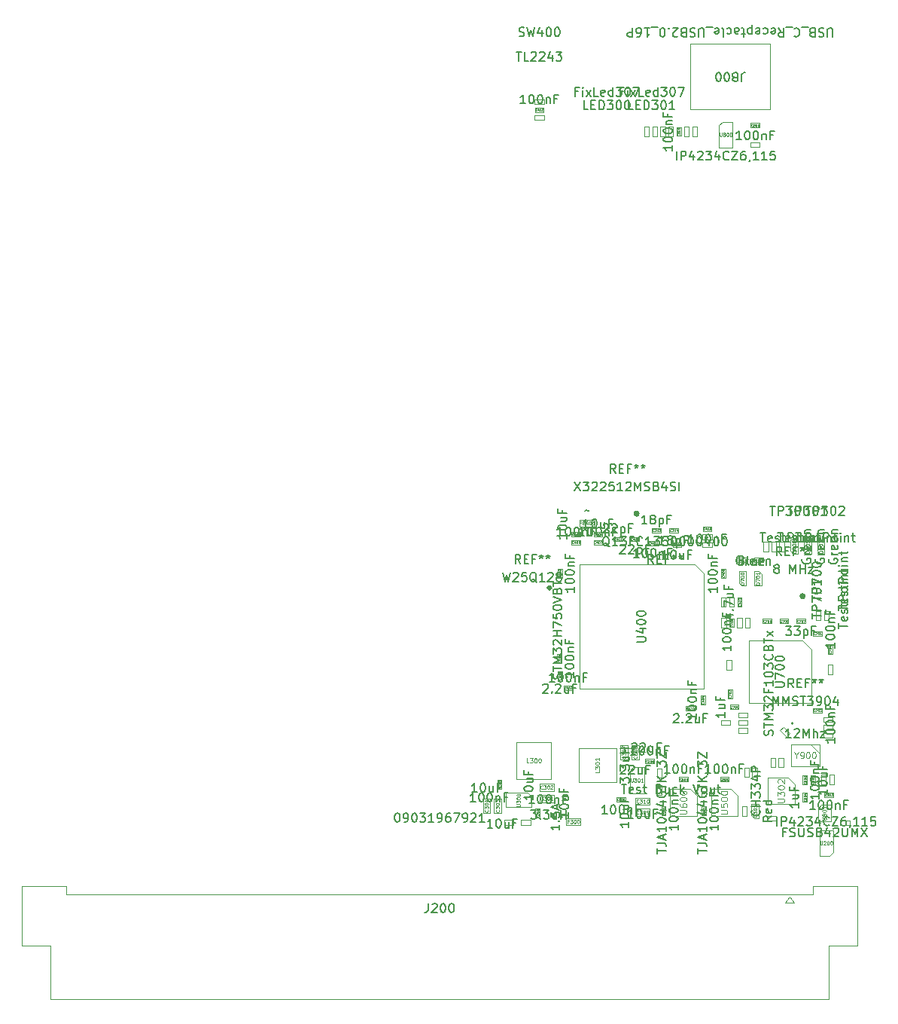
<source format=gbr>
%TF.GenerationSoftware,KiCad,Pcbnew,8.0.8-8.0.8-0~ubuntu24.04.1*%
%TF.CreationDate,2025-02-17T20:41:45+00:00*%
%TF.ProjectId,base-module,62617365-2d6d-46f6-9475-6c652e6b6963,1.0.0*%
%TF.SameCoordinates,Original*%
%TF.FileFunction,AssemblyDrawing,Top*%
%FSLAX46Y46*%
G04 Gerber Fmt 4.6, Leading zero omitted, Abs format (unit mm)*
G04 Created by KiCad (PCBNEW 8.0.8-8.0.8-0~ubuntu24.04.1) date 2025-02-17 20:41:45*
%MOMM*%
%LPD*%
G01*
G04 APERTURE LIST*
%ADD10C,0.150000*%
%ADD11C,0.075000*%
%ADD12C,0.060000*%
%ADD13C,0.040000*%
%ADD14C,0.070000*%
%ADD15C,0.110000*%
%ADD16C,0.105000*%
%ADD17C,0.100000*%
%ADD18C,0.050000*%
%ADD19C,0.360000*%
%ADD20C,0.300000*%
%ADD21C,0.200000*%
G04 APERTURE END LIST*
D10*
X109675539Y-134445350D02*
X109675539Y-133826303D01*
X109675539Y-133826303D02*
X110056491Y-134159636D01*
X110056491Y-134159636D02*
X110056491Y-134016779D01*
X110056491Y-134016779D02*
X110104110Y-133921541D01*
X110104110Y-133921541D02*
X110151729Y-133873922D01*
X110151729Y-133873922D02*
X110246967Y-133826303D01*
X110246967Y-133826303D02*
X110485062Y-133826303D01*
X110485062Y-133826303D02*
X110580300Y-133873922D01*
X110580300Y-133873922D02*
X110627920Y-133921541D01*
X110627920Y-133921541D02*
X110675539Y-134016779D01*
X110675539Y-134016779D02*
X110675539Y-134302493D01*
X110675539Y-134302493D02*
X110627920Y-134397731D01*
X110627920Y-134397731D02*
X110580300Y-134445350D01*
X110580300Y-133397731D02*
X110627920Y-133350112D01*
X110627920Y-133350112D02*
X110675539Y-133397731D01*
X110675539Y-133397731D02*
X110627920Y-133445350D01*
X110627920Y-133445350D02*
X110580300Y-133397731D01*
X110580300Y-133397731D02*
X110675539Y-133397731D01*
X109675539Y-133016779D02*
X109675539Y-132397732D01*
X109675539Y-132397732D02*
X110056491Y-132731065D01*
X110056491Y-132731065D02*
X110056491Y-132588208D01*
X110056491Y-132588208D02*
X110104110Y-132492970D01*
X110104110Y-132492970D02*
X110151729Y-132445351D01*
X110151729Y-132445351D02*
X110246967Y-132397732D01*
X110246967Y-132397732D02*
X110485062Y-132397732D01*
X110485062Y-132397732D02*
X110580300Y-132445351D01*
X110580300Y-132445351D02*
X110627920Y-132492970D01*
X110627920Y-132492970D02*
X110675539Y-132588208D01*
X110675539Y-132588208D02*
X110675539Y-132873922D01*
X110675539Y-132873922D02*
X110627920Y-132969160D01*
X110627920Y-132969160D02*
X110580300Y-133016779D01*
X110008872Y-131540589D02*
X110675539Y-131540589D01*
X110008872Y-131969160D02*
X110532681Y-131969160D01*
X110532681Y-131969160D02*
X110627920Y-131921541D01*
X110627920Y-131921541D02*
X110675539Y-131826303D01*
X110675539Y-131826303D02*
X110675539Y-131683446D01*
X110675539Y-131683446D02*
X110627920Y-131588208D01*
X110627920Y-131588208D02*
X110580300Y-131540589D01*
X110675539Y-131064398D02*
X109675539Y-131064398D01*
X110151729Y-131064398D02*
X110151729Y-130492970D01*
X110675539Y-130492970D02*
X109675539Y-130492970D01*
D11*
X107348129Y-132981065D02*
X107348129Y-133219160D01*
X107348129Y-133219160D02*
X106848129Y-133219160D01*
X106848129Y-132862017D02*
X106848129Y-132552493D01*
X106848129Y-132552493D02*
X107038605Y-132719160D01*
X107038605Y-132719160D02*
X107038605Y-132647731D01*
X107038605Y-132647731D02*
X107062415Y-132600112D01*
X107062415Y-132600112D02*
X107086224Y-132576303D01*
X107086224Y-132576303D02*
X107133843Y-132552493D01*
X107133843Y-132552493D02*
X107252891Y-132552493D01*
X107252891Y-132552493D02*
X107300510Y-132576303D01*
X107300510Y-132576303D02*
X107324320Y-132600112D01*
X107324320Y-132600112D02*
X107348129Y-132647731D01*
X107348129Y-132647731D02*
X107348129Y-132790588D01*
X107348129Y-132790588D02*
X107324320Y-132838207D01*
X107324320Y-132838207D02*
X107300510Y-132862017D01*
X106848129Y-132242970D02*
X106848129Y-132195351D01*
X106848129Y-132195351D02*
X106871939Y-132147732D01*
X106871939Y-132147732D02*
X106895748Y-132123922D01*
X106895748Y-132123922D02*
X106943367Y-132100113D01*
X106943367Y-132100113D02*
X107038605Y-132076303D01*
X107038605Y-132076303D02*
X107157653Y-132076303D01*
X107157653Y-132076303D02*
X107252891Y-132100113D01*
X107252891Y-132100113D02*
X107300510Y-132123922D01*
X107300510Y-132123922D02*
X107324320Y-132147732D01*
X107324320Y-132147732D02*
X107348129Y-132195351D01*
X107348129Y-132195351D02*
X107348129Y-132242970D01*
X107348129Y-132242970D02*
X107324320Y-132290589D01*
X107324320Y-132290589D02*
X107300510Y-132314398D01*
X107300510Y-132314398D02*
X107252891Y-132338208D01*
X107252891Y-132338208D02*
X107157653Y-132362017D01*
X107157653Y-132362017D02*
X107038605Y-132362017D01*
X107038605Y-132362017D02*
X106943367Y-132338208D01*
X106943367Y-132338208D02*
X106895748Y-132314398D01*
X106895748Y-132314398D02*
X106871939Y-132290589D01*
X106871939Y-132290589D02*
X106848129Y-132242970D01*
X107348129Y-131600113D02*
X107348129Y-131885827D01*
X107348129Y-131742970D02*
X106848129Y-131742970D01*
X106848129Y-131742970D02*
X106919558Y-131790589D01*
X106919558Y-131790589D02*
X106967177Y-131838208D01*
X106967177Y-131838208D02*
X106990986Y-131885827D01*
D10*
X129416666Y-106329819D02*
X129988094Y-106329819D01*
X129702380Y-107329819D02*
X129702380Y-106329819D01*
X130702380Y-107282200D02*
X130607142Y-107329819D01*
X130607142Y-107329819D02*
X130416666Y-107329819D01*
X130416666Y-107329819D02*
X130321428Y-107282200D01*
X130321428Y-107282200D02*
X130273809Y-107186961D01*
X130273809Y-107186961D02*
X130273809Y-106806009D01*
X130273809Y-106806009D02*
X130321428Y-106710771D01*
X130321428Y-106710771D02*
X130416666Y-106663152D01*
X130416666Y-106663152D02*
X130607142Y-106663152D01*
X130607142Y-106663152D02*
X130702380Y-106710771D01*
X130702380Y-106710771D02*
X130749999Y-106806009D01*
X130749999Y-106806009D02*
X130749999Y-106901247D01*
X130749999Y-106901247D02*
X130273809Y-106996485D01*
X131130952Y-107282200D02*
X131226190Y-107329819D01*
X131226190Y-107329819D02*
X131416666Y-107329819D01*
X131416666Y-107329819D02*
X131511904Y-107282200D01*
X131511904Y-107282200D02*
X131559523Y-107186961D01*
X131559523Y-107186961D02*
X131559523Y-107139342D01*
X131559523Y-107139342D02*
X131511904Y-107044104D01*
X131511904Y-107044104D02*
X131416666Y-106996485D01*
X131416666Y-106996485D02*
X131273809Y-106996485D01*
X131273809Y-106996485D02*
X131178571Y-106948866D01*
X131178571Y-106948866D02*
X131130952Y-106853628D01*
X131130952Y-106853628D02*
X131130952Y-106806009D01*
X131130952Y-106806009D02*
X131178571Y-106710771D01*
X131178571Y-106710771D02*
X131273809Y-106663152D01*
X131273809Y-106663152D02*
X131416666Y-106663152D01*
X131416666Y-106663152D02*
X131511904Y-106710771D01*
X131845238Y-106663152D02*
X132226190Y-106663152D01*
X131988095Y-106329819D02*
X131988095Y-107186961D01*
X131988095Y-107186961D02*
X132035714Y-107282200D01*
X132035714Y-107282200D02*
X132130952Y-107329819D01*
X132130952Y-107329819D02*
X132226190Y-107329819D01*
X132559524Y-107329819D02*
X132559524Y-106329819D01*
X132559524Y-106329819D02*
X132940476Y-106329819D01*
X132940476Y-106329819D02*
X133035714Y-106377438D01*
X133035714Y-106377438D02*
X133083333Y-106425057D01*
X133083333Y-106425057D02*
X133130952Y-106520295D01*
X133130952Y-106520295D02*
X133130952Y-106663152D01*
X133130952Y-106663152D02*
X133083333Y-106758390D01*
X133083333Y-106758390D02*
X133035714Y-106806009D01*
X133035714Y-106806009D02*
X132940476Y-106853628D01*
X132940476Y-106853628D02*
X132559524Y-106853628D01*
X133702381Y-107329819D02*
X133607143Y-107282200D01*
X133607143Y-107282200D02*
X133559524Y-107234580D01*
X133559524Y-107234580D02*
X133511905Y-107139342D01*
X133511905Y-107139342D02*
X133511905Y-106853628D01*
X133511905Y-106853628D02*
X133559524Y-106758390D01*
X133559524Y-106758390D02*
X133607143Y-106710771D01*
X133607143Y-106710771D02*
X133702381Y-106663152D01*
X133702381Y-106663152D02*
X133845238Y-106663152D01*
X133845238Y-106663152D02*
X133940476Y-106710771D01*
X133940476Y-106710771D02*
X133988095Y-106758390D01*
X133988095Y-106758390D02*
X134035714Y-106853628D01*
X134035714Y-106853628D02*
X134035714Y-107139342D01*
X134035714Y-107139342D02*
X133988095Y-107234580D01*
X133988095Y-107234580D02*
X133940476Y-107282200D01*
X133940476Y-107282200D02*
X133845238Y-107329819D01*
X133845238Y-107329819D02*
X133702381Y-107329819D01*
X134464286Y-107329819D02*
X134464286Y-106663152D01*
X134464286Y-106329819D02*
X134416667Y-106377438D01*
X134416667Y-106377438D02*
X134464286Y-106425057D01*
X134464286Y-106425057D02*
X134511905Y-106377438D01*
X134511905Y-106377438D02*
X134464286Y-106329819D01*
X134464286Y-106329819D02*
X134464286Y-106425057D01*
X134940476Y-106663152D02*
X134940476Y-107329819D01*
X134940476Y-106758390D02*
X134988095Y-106710771D01*
X134988095Y-106710771D02*
X135083333Y-106663152D01*
X135083333Y-106663152D02*
X135226190Y-106663152D01*
X135226190Y-106663152D02*
X135321428Y-106710771D01*
X135321428Y-106710771D02*
X135369047Y-106806009D01*
X135369047Y-106806009D02*
X135369047Y-107329819D01*
X135702381Y-106663152D02*
X136083333Y-106663152D01*
X135845238Y-106329819D02*
X135845238Y-107186961D01*
X135845238Y-107186961D02*
X135892857Y-107282200D01*
X135892857Y-107282200D02*
X135988095Y-107329819D01*
X135988095Y-107329819D02*
X136083333Y-107329819D01*
X130535714Y-103329819D02*
X131107142Y-103329819D01*
X130821428Y-104329819D02*
X130821428Y-103329819D01*
X131440476Y-104329819D02*
X131440476Y-103329819D01*
X131440476Y-103329819D02*
X131821428Y-103329819D01*
X131821428Y-103329819D02*
X131916666Y-103377438D01*
X131916666Y-103377438D02*
X131964285Y-103425057D01*
X131964285Y-103425057D02*
X132011904Y-103520295D01*
X132011904Y-103520295D02*
X132011904Y-103663152D01*
X132011904Y-103663152D02*
X131964285Y-103758390D01*
X131964285Y-103758390D02*
X131916666Y-103806009D01*
X131916666Y-103806009D02*
X131821428Y-103853628D01*
X131821428Y-103853628D02*
X131440476Y-103853628D01*
X132345238Y-103329819D02*
X132964285Y-103329819D01*
X132964285Y-103329819D02*
X132630952Y-103710771D01*
X132630952Y-103710771D02*
X132773809Y-103710771D01*
X132773809Y-103710771D02*
X132869047Y-103758390D01*
X132869047Y-103758390D02*
X132916666Y-103806009D01*
X132916666Y-103806009D02*
X132964285Y-103901247D01*
X132964285Y-103901247D02*
X132964285Y-104139342D01*
X132964285Y-104139342D02*
X132916666Y-104234580D01*
X132916666Y-104234580D02*
X132869047Y-104282200D01*
X132869047Y-104282200D02*
X132773809Y-104329819D01*
X132773809Y-104329819D02*
X132488095Y-104329819D01*
X132488095Y-104329819D02*
X132392857Y-104282200D01*
X132392857Y-104282200D02*
X132345238Y-104234580D01*
X133583333Y-103329819D02*
X133678571Y-103329819D01*
X133678571Y-103329819D02*
X133773809Y-103377438D01*
X133773809Y-103377438D02*
X133821428Y-103425057D01*
X133821428Y-103425057D02*
X133869047Y-103520295D01*
X133869047Y-103520295D02*
X133916666Y-103710771D01*
X133916666Y-103710771D02*
X133916666Y-103948866D01*
X133916666Y-103948866D02*
X133869047Y-104139342D01*
X133869047Y-104139342D02*
X133821428Y-104234580D01*
X133821428Y-104234580D02*
X133773809Y-104282200D01*
X133773809Y-104282200D02*
X133678571Y-104329819D01*
X133678571Y-104329819D02*
X133583333Y-104329819D01*
X133583333Y-104329819D02*
X133488095Y-104282200D01*
X133488095Y-104282200D02*
X133440476Y-104234580D01*
X133440476Y-104234580D02*
X133392857Y-104139342D01*
X133392857Y-104139342D02*
X133345238Y-103948866D01*
X133345238Y-103948866D02*
X133345238Y-103710771D01*
X133345238Y-103710771D02*
X133392857Y-103520295D01*
X133392857Y-103520295D02*
X133440476Y-103425057D01*
X133440476Y-103425057D02*
X133488095Y-103377438D01*
X133488095Y-103377438D02*
X133583333Y-103329819D01*
X134297619Y-103425057D02*
X134345238Y-103377438D01*
X134345238Y-103377438D02*
X134440476Y-103329819D01*
X134440476Y-103329819D02*
X134678571Y-103329819D01*
X134678571Y-103329819D02*
X134773809Y-103377438D01*
X134773809Y-103377438D02*
X134821428Y-103425057D01*
X134821428Y-103425057D02*
X134869047Y-103520295D01*
X134869047Y-103520295D02*
X134869047Y-103615533D01*
X134869047Y-103615533D02*
X134821428Y-103758390D01*
X134821428Y-103758390D02*
X134250000Y-104329819D01*
X134250000Y-104329819D02*
X134869047Y-104329819D01*
X127326191Y-139229819D02*
X127326191Y-138229819D01*
X127802381Y-139229819D02*
X127802381Y-138229819D01*
X127802381Y-138229819D02*
X128183333Y-138229819D01*
X128183333Y-138229819D02*
X128278571Y-138277438D01*
X128278571Y-138277438D02*
X128326190Y-138325057D01*
X128326190Y-138325057D02*
X128373809Y-138420295D01*
X128373809Y-138420295D02*
X128373809Y-138563152D01*
X128373809Y-138563152D02*
X128326190Y-138658390D01*
X128326190Y-138658390D02*
X128278571Y-138706009D01*
X128278571Y-138706009D02*
X128183333Y-138753628D01*
X128183333Y-138753628D02*
X127802381Y-138753628D01*
X129230952Y-138563152D02*
X129230952Y-139229819D01*
X128992857Y-138182200D02*
X128754762Y-138896485D01*
X128754762Y-138896485D02*
X129373809Y-138896485D01*
X129707143Y-138325057D02*
X129754762Y-138277438D01*
X129754762Y-138277438D02*
X129850000Y-138229819D01*
X129850000Y-138229819D02*
X130088095Y-138229819D01*
X130088095Y-138229819D02*
X130183333Y-138277438D01*
X130183333Y-138277438D02*
X130230952Y-138325057D01*
X130230952Y-138325057D02*
X130278571Y-138420295D01*
X130278571Y-138420295D02*
X130278571Y-138515533D01*
X130278571Y-138515533D02*
X130230952Y-138658390D01*
X130230952Y-138658390D02*
X129659524Y-139229819D01*
X129659524Y-139229819D02*
X130278571Y-139229819D01*
X130611905Y-138229819D02*
X131230952Y-138229819D01*
X131230952Y-138229819D02*
X130897619Y-138610771D01*
X130897619Y-138610771D02*
X131040476Y-138610771D01*
X131040476Y-138610771D02*
X131135714Y-138658390D01*
X131135714Y-138658390D02*
X131183333Y-138706009D01*
X131183333Y-138706009D02*
X131230952Y-138801247D01*
X131230952Y-138801247D02*
X131230952Y-139039342D01*
X131230952Y-139039342D02*
X131183333Y-139134580D01*
X131183333Y-139134580D02*
X131135714Y-139182200D01*
X131135714Y-139182200D02*
X131040476Y-139229819D01*
X131040476Y-139229819D02*
X130754762Y-139229819D01*
X130754762Y-139229819D02*
X130659524Y-139182200D01*
X130659524Y-139182200D02*
X130611905Y-139134580D01*
X132088095Y-138563152D02*
X132088095Y-139229819D01*
X131850000Y-138182200D02*
X131611905Y-138896485D01*
X131611905Y-138896485D02*
X132230952Y-138896485D01*
X133183333Y-139134580D02*
X133135714Y-139182200D01*
X133135714Y-139182200D02*
X132992857Y-139229819D01*
X132992857Y-139229819D02*
X132897619Y-139229819D01*
X132897619Y-139229819D02*
X132754762Y-139182200D01*
X132754762Y-139182200D02*
X132659524Y-139086961D01*
X132659524Y-139086961D02*
X132611905Y-138991723D01*
X132611905Y-138991723D02*
X132564286Y-138801247D01*
X132564286Y-138801247D02*
X132564286Y-138658390D01*
X132564286Y-138658390D02*
X132611905Y-138467914D01*
X132611905Y-138467914D02*
X132659524Y-138372676D01*
X132659524Y-138372676D02*
X132754762Y-138277438D01*
X132754762Y-138277438D02*
X132897619Y-138229819D01*
X132897619Y-138229819D02*
X132992857Y-138229819D01*
X132992857Y-138229819D02*
X133135714Y-138277438D01*
X133135714Y-138277438D02*
X133183333Y-138325057D01*
X133516667Y-138229819D02*
X134183333Y-138229819D01*
X134183333Y-138229819D02*
X133516667Y-139229819D01*
X133516667Y-139229819D02*
X134183333Y-139229819D01*
X134992857Y-138229819D02*
X134802381Y-138229819D01*
X134802381Y-138229819D02*
X134707143Y-138277438D01*
X134707143Y-138277438D02*
X134659524Y-138325057D01*
X134659524Y-138325057D02*
X134564286Y-138467914D01*
X134564286Y-138467914D02*
X134516667Y-138658390D01*
X134516667Y-138658390D02*
X134516667Y-139039342D01*
X134516667Y-139039342D02*
X134564286Y-139134580D01*
X134564286Y-139134580D02*
X134611905Y-139182200D01*
X134611905Y-139182200D02*
X134707143Y-139229819D01*
X134707143Y-139229819D02*
X134897619Y-139229819D01*
X134897619Y-139229819D02*
X134992857Y-139182200D01*
X134992857Y-139182200D02*
X135040476Y-139134580D01*
X135040476Y-139134580D02*
X135088095Y-139039342D01*
X135088095Y-139039342D02*
X135088095Y-138801247D01*
X135088095Y-138801247D02*
X135040476Y-138706009D01*
X135040476Y-138706009D02*
X134992857Y-138658390D01*
X134992857Y-138658390D02*
X134897619Y-138610771D01*
X134897619Y-138610771D02*
X134707143Y-138610771D01*
X134707143Y-138610771D02*
X134611905Y-138658390D01*
X134611905Y-138658390D02*
X134564286Y-138706009D01*
X134564286Y-138706009D02*
X134516667Y-138801247D01*
X135564286Y-139182200D02*
X135564286Y-139229819D01*
X135564286Y-139229819D02*
X135516667Y-139325057D01*
X135516667Y-139325057D02*
X135469048Y-139372676D01*
X136516666Y-139229819D02*
X135945238Y-139229819D01*
X136230952Y-139229819D02*
X136230952Y-138229819D01*
X136230952Y-138229819D02*
X136135714Y-138372676D01*
X136135714Y-138372676D02*
X136040476Y-138467914D01*
X136040476Y-138467914D02*
X135945238Y-138515533D01*
X137469047Y-139229819D02*
X136897619Y-139229819D01*
X137183333Y-139229819D02*
X137183333Y-138229819D01*
X137183333Y-138229819D02*
X137088095Y-138372676D01*
X137088095Y-138372676D02*
X136992857Y-138467914D01*
X136992857Y-138467914D02*
X136897619Y-138515533D01*
X138373809Y-138229819D02*
X137897619Y-138229819D01*
X137897619Y-138229819D02*
X137850000Y-138706009D01*
X137850000Y-138706009D02*
X137897619Y-138658390D01*
X137897619Y-138658390D02*
X137992857Y-138610771D01*
X137992857Y-138610771D02*
X138230952Y-138610771D01*
X138230952Y-138610771D02*
X138326190Y-138658390D01*
X138326190Y-138658390D02*
X138373809Y-138706009D01*
X138373809Y-138706009D02*
X138421428Y-138801247D01*
X138421428Y-138801247D02*
X138421428Y-139039342D01*
X138421428Y-139039342D02*
X138373809Y-139134580D01*
X138373809Y-139134580D02*
X138326190Y-139182200D01*
X138326190Y-139182200D02*
X138230952Y-139229819D01*
X138230952Y-139229819D02*
X137992857Y-139229819D01*
X137992857Y-139229819D02*
X137897619Y-139182200D01*
X137897619Y-139182200D02*
X137850000Y-139134580D01*
D12*
X132181428Y-140962301D02*
X132181428Y-141278015D01*
X132181428Y-141278015D02*
X132199999Y-141315158D01*
X132199999Y-141315158D02*
X132218571Y-141333730D01*
X132218571Y-141333730D02*
X132255713Y-141352301D01*
X132255713Y-141352301D02*
X132329999Y-141352301D01*
X132329999Y-141352301D02*
X132367142Y-141333730D01*
X132367142Y-141333730D02*
X132385713Y-141315158D01*
X132385713Y-141315158D02*
X132404285Y-141278015D01*
X132404285Y-141278015D02*
X132404285Y-140962301D01*
X132571427Y-140999444D02*
X132589999Y-140980872D01*
X132589999Y-140980872D02*
X132627142Y-140962301D01*
X132627142Y-140962301D02*
X132719999Y-140962301D01*
X132719999Y-140962301D02*
X132757142Y-140980872D01*
X132757142Y-140980872D02*
X132775713Y-140999444D01*
X132775713Y-140999444D02*
X132794284Y-141036587D01*
X132794284Y-141036587D02*
X132794284Y-141073730D01*
X132794284Y-141073730D02*
X132775713Y-141129444D01*
X132775713Y-141129444D02*
X132552856Y-141352301D01*
X132552856Y-141352301D02*
X132794284Y-141352301D01*
X133035713Y-140962301D02*
X133072856Y-140962301D01*
X133072856Y-140962301D02*
X133109999Y-140980872D01*
X133109999Y-140980872D02*
X133128571Y-140999444D01*
X133128571Y-140999444D02*
X133147142Y-141036587D01*
X133147142Y-141036587D02*
X133165713Y-141110872D01*
X133165713Y-141110872D02*
X133165713Y-141203730D01*
X133165713Y-141203730D02*
X133147142Y-141278015D01*
X133147142Y-141278015D02*
X133128571Y-141315158D01*
X133128571Y-141315158D02*
X133109999Y-141333730D01*
X133109999Y-141333730D02*
X133072856Y-141352301D01*
X133072856Y-141352301D02*
X133035713Y-141352301D01*
X133035713Y-141352301D02*
X132998571Y-141333730D01*
X132998571Y-141333730D02*
X132979999Y-141315158D01*
X132979999Y-141315158D02*
X132961428Y-141278015D01*
X132961428Y-141278015D02*
X132942856Y-141203730D01*
X132942856Y-141203730D02*
X132942856Y-141110872D01*
X132942856Y-141110872D02*
X132961428Y-141036587D01*
X132961428Y-141036587D02*
X132979999Y-140999444D01*
X132979999Y-140999444D02*
X132998571Y-140980872D01*
X132998571Y-140980872D02*
X133035713Y-140962301D01*
X133407142Y-140962301D02*
X133444285Y-140962301D01*
X133444285Y-140962301D02*
X133481428Y-140980872D01*
X133481428Y-140980872D02*
X133500000Y-140999444D01*
X133500000Y-140999444D02*
X133518571Y-141036587D01*
X133518571Y-141036587D02*
X133537142Y-141110872D01*
X133537142Y-141110872D02*
X133537142Y-141203730D01*
X133537142Y-141203730D02*
X133518571Y-141278015D01*
X133518571Y-141278015D02*
X133500000Y-141315158D01*
X133500000Y-141315158D02*
X133481428Y-141333730D01*
X133481428Y-141333730D02*
X133444285Y-141352301D01*
X133444285Y-141352301D02*
X133407142Y-141352301D01*
X133407142Y-141352301D02*
X133370000Y-141333730D01*
X133370000Y-141333730D02*
X133351428Y-141315158D01*
X133351428Y-141315158D02*
X133332857Y-141278015D01*
X133332857Y-141278015D02*
X133314285Y-141203730D01*
X133314285Y-141203730D02*
X133314285Y-141110872D01*
X133314285Y-141110872D02*
X133332857Y-141036587D01*
X133332857Y-141036587D02*
X133351428Y-140999444D01*
X133351428Y-140999444D02*
X133370000Y-140980872D01*
X133370000Y-140980872D02*
X133407142Y-140962301D01*
D10*
X104935714Y-56716009D02*
X104602381Y-56716009D01*
X104602381Y-57239819D02*
X104602381Y-56239819D01*
X104602381Y-56239819D02*
X105078571Y-56239819D01*
X105459524Y-57239819D02*
X105459524Y-56573152D01*
X105459524Y-56239819D02*
X105411905Y-56287438D01*
X105411905Y-56287438D02*
X105459524Y-56335057D01*
X105459524Y-56335057D02*
X105507143Y-56287438D01*
X105507143Y-56287438D02*
X105459524Y-56239819D01*
X105459524Y-56239819D02*
X105459524Y-56335057D01*
X105840476Y-57239819D02*
X106364285Y-56573152D01*
X105840476Y-56573152D02*
X106364285Y-57239819D01*
X107221428Y-57239819D02*
X106745238Y-57239819D01*
X106745238Y-57239819D02*
X106745238Y-56239819D01*
X107935714Y-57192200D02*
X107840476Y-57239819D01*
X107840476Y-57239819D02*
X107650000Y-57239819D01*
X107650000Y-57239819D02*
X107554762Y-57192200D01*
X107554762Y-57192200D02*
X107507143Y-57096961D01*
X107507143Y-57096961D02*
X107507143Y-56716009D01*
X107507143Y-56716009D02*
X107554762Y-56620771D01*
X107554762Y-56620771D02*
X107650000Y-56573152D01*
X107650000Y-56573152D02*
X107840476Y-56573152D01*
X107840476Y-56573152D02*
X107935714Y-56620771D01*
X107935714Y-56620771D02*
X107983333Y-56716009D01*
X107983333Y-56716009D02*
X107983333Y-56811247D01*
X107983333Y-56811247D02*
X107507143Y-56906485D01*
X108840476Y-57239819D02*
X108840476Y-56239819D01*
X108840476Y-57192200D02*
X108745238Y-57239819D01*
X108745238Y-57239819D02*
X108554762Y-57239819D01*
X108554762Y-57239819D02*
X108459524Y-57192200D01*
X108459524Y-57192200D02*
X108411905Y-57144580D01*
X108411905Y-57144580D02*
X108364286Y-57049342D01*
X108364286Y-57049342D02*
X108364286Y-56763628D01*
X108364286Y-56763628D02*
X108411905Y-56668390D01*
X108411905Y-56668390D02*
X108459524Y-56620771D01*
X108459524Y-56620771D02*
X108554762Y-56573152D01*
X108554762Y-56573152D02*
X108745238Y-56573152D01*
X108745238Y-56573152D02*
X108840476Y-56620771D01*
X109221429Y-56239819D02*
X109840476Y-56239819D01*
X109840476Y-56239819D02*
X109507143Y-56620771D01*
X109507143Y-56620771D02*
X109650000Y-56620771D01*
X109650000Y-56620771D02*
X109745238Y-56668390D01*
X109745238Y-56668390D02*
X109792857Y-56716009D01*
X109792857Y-56716009D02*
X109840476Y-56811247D01*
X109840476Y-56811247D02*
X109840476Y-57049342D01*
X109840476Y-57049342D02*
X109792857Y-57144580D01*
X109792857Y-57144580D02*
X109745238Y-57192200D01*
X109745238Y-57192200D02*
X109650000Y-57239819D01*
X109650000Y-57239819D02*
X109364286Y-57239819D01*
X109364286Y-57239819D02*
X109269048Y-57192200D01*
X109269048Y-57192200D02*
X109221429Y-57144580D01*
X110459524Y-56239819D02*
X110554762Y-56239819D01*
X110554762Y-56239819D02*
X110650000Y-56287438D01*
X110650000Y-56287438D02*
X110697619Y-56335057D01*
X110697619Y-56335057D02*
X110745238Y-56430295D01*
X110745238Y-56430295D02*
X110792857Y-56620771D01*
X110792857Y-56620771D02*
X110792857Y-56858866D01*
X110792857Y-56858866D02*
X110745238Y-57049342D01*
X110745238Y-57049342D02*
X110697619Y-57144580D01*
X110697619Y-57144580D02*
X110650000Y-57192200D01*
X110650000Y-57192200D02*
X110554762Y-57239819D01*
X110554762Y-57239819D02*
X110459524Y-57239819D01*
X110459524Y-57239819D02*
X110364286Y-57192200D01*
X110364286Y-57192200D02*
X110316667Y-57144580D01*
X110316667Y-57144580D02*
X110269048Y-57049342D01*
X110269048Y-57049342D02*
X110221429Y-56858866D01*
X110221429Y-56858866D02*
X110221429Y-56620771D01*
X110221429Y-56620771D02*
X110269048Y-56430295D01*
X110269048Y-56430295D02*
X110316667Y-56335057D01*
X110316667Y-56335057D02*
X110364286Y-56287438D01*
X110364286Y-56287438D02*
X110459524Y-56239819D01*
X111126191Y-56239819D02*
X111792857Y-56239819D01*
X111792857Y-56239819D02*
X111364286Y-57239819D01*
X106078571Y-58739819D02*
X105602381Y-58739819D01*
X105602381Y-58739819D02*
X105602381Y-57739819D01*
X106411905Y-58216009D02*
X106745238Y-58216009D01*
X106888095Y-58739819D02*
X106411905Y-58739819D01*
X106411905Y-58739819D02*
X106411905Y-57739819D01*
X106411905Y-57739819D02*
X106888095Y-57739819D01*
X107316667Y-58739819D02*
X107316667Y-57739819D01*
X107316667Y-57739819D02*
X107554762Y-57739819D01*
X107554762Y-57739819D02*
X107697619Y-57787438D01*
X107697619Y-57787438D02*
X107792857Y-57882676D01*
X107792857Y-57882676D02*
X107840476Y-57977914D01*
X107840476Y-57977914D02*
X107888095Y-58168390D01*
X107888095Y-58168390D02*
X107888095Y-58311247D01*
X107888095Y-58311247D02*
X107840476Y-58501723D01*
X107840476Y-58501723D02*
X107792857Y-58596961D01*
X107792857Y-58596961D02*
X107697619Y-58692200D01*
X107697619Y-58692200D02*
X107554762Y-58739819D01*
X107554762Y-58739819D02*
X107316667Y-58739819D01*
X108221429Y-57739819D02*
X108840476Y-57739819D01*
X108840476Y-57739819D02*
X108507143Y-58120771D01*
X108507143Y-58120771D02*
X108650000Y-58120771D01*
X108650000Y-58120771D02*
X108745238Y-58168390D01*
X108745238Y-58168390D02*
X108792857Y-58216009D01*
X108792857Y-58216009D02*
X108840476Y-58311247D01*
X108840476Y-58311247D02*
X108840476Y-58549342D01*
X108840476Y-58549342D02*
X108792857Y-58644580D01*
X108792857Y-58644580D02*
X108745238Y-58692200D01*
X108745238Y-58692200D02*
X108650000Y-58739819D01*
X108650000Y-58739819D02*
X108364286Y-58739819D01*
X108364286Y-58739819D02*
X108269048Y-58692200D01*
X108269048Y-58692200D02*
X108221429Y-58644580D01*
X109459524Y-57739819D02*
X109554762Y-57739819D01*
X109554762Y-57739819D02*
X109650000Y-57787438D01*
X109650000Y-57787438D02*
X109697619Y-57835057D01*
X109697619Y-57835057D02*
X109745238Y-57930295D01*
X109745238Y-57930295D02*
X109792857Y-58120771D01*
X109792857Y-58120771D02*
X109792857Y-58358866D01*
X109792857Y-58358866D02*
X109745238Y-58549342D01*
X109745238Y-58549342D02*
X109697619Y-58644580D01*
X109697619Y-58644580D02*
X109650000Y-58692200D01*
X109650000Y-58692200D02*
X109554762Y-58739819D01*
X109554762Y-58739819D02*
X109459524Y-58739819D01*
X109459524Y-58739819D02*
X109364286Y-58692200D01*
X109364286Y-58692200D02*
X109316667Y-58644580D01*
X109316667Y-58644580D02*
X109269048Y-58549342D01*
X109269048Y-58549342D02*
X109221429Y-58358866D01*
X109221429Y-58358866D02*
X109221429Y-58120771D01*
X109221429Y-58120771D02*
X109269048Y-57930295D01*
X109269048Y-57930295D02*
X109316667Y-57835057D01*
X109316667Y-57835057D02*
X109364286Y-57787438D01*
X109364286Y-57787438D02*
X109459524Y-57739819D01*
X110411905Y-57739819D02*
X110507143Y-57739819D01*
X110507143Y-57739819D02*
X110602381Y-57787438D01*
X110602381Y-57787438D02*
X110650000Y-57835057D01*
X110650000Y-57835057D02*
X110697619Y-57930295D01*
X110697619Y-57930295D02*
X110745238Y-58120771D01*
X110745238Y-58120771D02*
X110745238Y-58358866D01*
X110745238Y-58358866D02*
X110697619Y-58549342D01*
X110697619Y-58549342D02*
X110650000Y-58644580D01*
X110650000Y-58644580D02*
X110602381Y-58692200D01*
X110602381Y-58692200D02*
X110507143Y-58739819D01*
X110507143Y-58739819D02*
X110411905Y-58739819D01*
X110411905Y-58739819D02*
X110316667Y-58692200D01*
X110316667Y-58692200D02*
X110269048Y-58644580D01*
X110269048Y-58644580D02*
X110221429Y-58549342D01*
X110221429Y-58549342D02*
X110173810Y-58358866D01*
X110173810Y-58358866D02*
X110173810Y-58120771D01*
X110173810Y-58120771D02*
X110221429Y-57930295D01*
X110221429Y-57930295D02*
X110269048Y-57835057D01*
X110269048Y-57835057D02*
X110316667Y-57787438D01*
X110316667Y-57787438D02*
X110411905Y-57739819D01*
X120714819Y-139122619D02*
X120714819Y-139694047D01*
X120714819Y-139408333D02*
X119714819Y-139408333D01*
X119714819Y-139408333D02*
X119857676Y-139503571D01*
X119857676Y-139503571D02*
X119952914Y-139598809D01*
X119952914Y-139598809D02*
X120000533Y-139694047D01*
X119714819Y-138503571D02*
X119714819Y-138408333D01*
X119714819Y-138408333D02*
X119762438Y-138313095D01*
X119762438Y-138313095D02*
X119810057Y-138265476D01*
X119810057Y-138265476D02*
X119905295Y-138217857D01*
X119905295Y-138217857D02*
X120095771Y-138170238D01*
X120095771Y-138170238D02*
X120333866Y-138170238D01*
X120333866Y-138170238D02*
X120524342Y-138217857D01*
X120524342Y-138217857D02*
X120619580Y-138265476D01*
X120619580Y-138265476D02*
X120667200Y-138313095D01*
X120667200Y-138313095D02*
X120714819Y-138408333D01*
X120714819Y-138408333D02*
X120714819Y-138503571D01*
X120714819Y-138503571D02*
X120667200Y-138598809D01*
X120667200Y-138598809D02*
X120619580Y-138646428D01*
X120619580Y-138646428D02*
X120524342Y-138694047D01*
X120524342Y-138694047D02*
X120333866Y-138741666D01*
X120333866Y-138741666D02*
X120095771Y-138741666D01*
X120095771Y-138741666D02*
X119905295Y-138694047D01*
X119905295Y-138694047D02*
X119810057Y-138646428D01*
X119810057Y-138646428D02*
X119762438Y-138598809D01*
X119762438Y-138598809D02*
X119714819Y-138503571D01*
X119714819Y-137551190D02*
X119714819Y-137455952D01*
X119714819Y-137455952D02*
X119762438Y-137360714D01*
X119762438Y-137360714D02*
X119810057Y-137313095D01*
X119810057Y-137313095D02*
X119905295Y-137265476D01*
X119905295Y-137265476D02*
X120095771Y-137217857D01*
X120095771Y-137217857D02*
X120333866Y-137217857D01*
X120333866Y-137217857D02*
X120524342Y-137265476D01*
X120524342Y-137265476D02*
X120619580Y-137313095D01*
X120619580Y-137313095D02*
X120667200Y-137360714D01*
X120667200Y-137360714D02*
X120714819Y-137455952D01*
X120714819Y-137455952D02*
X120714819Y-137551190D01*
X120714819Y-137551190D02*
X120667200Y-137646428D01*
X120667200Y-137646428D02*
X120619580Y-137694047D01*
X120619580Y-137694047D02*
X120524342Y-137741666D01*
X120524342Y-137741666D02*
X120333866Y-137789285D01*
X120333866Y-137789285D02*
X120095771Y-137789285D01*
X120095771Y-137789285D02*
X119905295Y-137741666D01*
X119905295Y-137741666D02*
X119810057Y-137694047D01*
X119810057Y-137694047D02*
X119762438Y-137646428D01*
X119762438Y-137646428D02*
X119714819Y-137551190D01*
X120048152Y-136789285D02*
X120714819Y-136789285D01*
X120143390Y-136789285D02*
X120095771Y-136741666D01*
X120095771Y-136741666D02*
X120048152Y-136646428D01*
X120048152Y-136646428D02*
X120048152Y-136503571D01*
X120048152Y-136503571D02*
X120095771Y-136408333D01*
X120095771Y-136408333D02*
X120191009Y-136360714D01*
X120191009Y-136360714D02*
X120714819Y-136360714D01*
X120191009Y-135551190D02*
X120191009Y-135884523D01*
X120714819Y-135884523D02*
X119714819Y-135884523D01*
X119714819Y-135884523D02*
X119714819Y-135408333D01*
D13*
X119189765Y-137854761D02*
X119201670Y-137866665D01*
X119201670Y-137866665D02*
X119213574Y-137902380D01*
X119213574Y-137902380D02*
X119213574Y-137926189D01*
X119213574Y-137926189D02*
X119201670Y-137961903D01*
X119201670Y-137961903D02*
X119177860Y-137985713D01*
X119177860Y-137985713D02*
X119154050Y-137997618D01*
X119154050Y-137997618D02*
X119106431Y-138009522D01*
X119106431Y-138009522D02*
X119070717Y-138009522D01*
X119070717Y-138009522D02*
X119023098Y-137997618D01*
X119023098Y-137997618D02*
X118999289Y-137985713D01*
X118999289Y-137985713D02*
X118975479Y-137961903D01*
X118975479Y-137961903D02*
X118963574Y-137926189D01*
X118963574Y-137926189D02*
X118963574Y-137902380D01*
X118963574Y-137902380D02*
X118975479Y-137866665D01*
X118975479Y-137866665D02*
X118987384Y-137854761D01*
X118963574Y-137628570D02*
X118963574Y-137747618D01*
X118963574Y-137747618D02*
X119082622Y-137759522D01*
X119082622Y-137759522D02*
X119070717Y-137747618D01*
X119070717Y-137747618D02*
X119058812Y-137723808D01*
X119058812Y-137723808D02*
X119058812Y-137664284D01*
X119058812Y-137664284D02*
X119070717Y-137640475D01*
X119070717Y-137640475D02*
X119082622Y-137628570D01*
X119082622Y-137628570D02*
X119106431Y-137616665D01*
X119106431Y-137616665D02*
X119165955Y-137616665D01*
X119165955Y-137616665D02*
X119189765Y-137628570D01*
X119189765Y-137628570D02*
X119201670Y-137640475D01*
X119201670Y-137640475D02*
X119213574Y-137664284D01*
X119213574Y-137664284D02*
X119213574Y-137723808D01*
X119213574Y-137723808D02*
X119201670Y-137747618D01*
X119201670Y-137747618D02*
X119189765Y-137759522D01*
X118963574Y-137461904D02*
X118963574Y-137438094D01*
X118963574Y-137438094D02*
X118975479Y-137414285D01*
X118975479Y-137414285D02*
X118987384Y-137402380D01*
X118987384Y-137402380D02*
X119011193Y-137390475D01*
X119011193Y-137390475D02*
X119058812Y-137378570D01*
X119058812Y-137378570D02*
X119118336Y-137378570D01*
X119118336Y-137378570D02*
X119165955Y-137390475D01*
X119165955Y-137390475D02*
X119189765Y-137402380D01*
X119189765Y-137402380D02*
X119201670Y-137414285D01*
X119201670Y-137414285D02*
X119213574Y-137438094D01*
X119213574Y-137438094D02*
X119213574Y-137461904D01*
X119213574Y-137461904D02*
X119201670Y-137485713D01*
X119201670Y-137485713D02*
X119189765Y-137497618D01*
X119189765Y-137497618D02*
X119165955Y-137509523D01*
X119165955Y-137509523D02*
X119118336Y-137521427D01*
X119118336Y-137521427D02*
X119058812Y-137521427D01*
X119058812Y-137521427D02*
X119011193Y-137509523D01*
X119011193Y-137509523D02*
X118987384Y-137497618D01*
X118987384Y-137497618D02*
X118975479Y-137485713D01*
X118975479Y-137485713D02*
X118963574Y-137461904D01*
X119213574Y-137140475D02*
X119213574Y-137283332D01*
X119213574Y-137211904D02*
X118963574Y-137211904D01*
X118963574Y-137211904D02*
X118999289Y-137235713D01*
X118999289Y-137235713D02*
X119023098Y-137259523D01*
X119023098Y-137259523D02*
X119035003Y-137283332D01*
D10*
X126734819Y-138146428D02*
X126258628Y-138479761D01*
X126734819Y-138717856D02*
X125734819Y-138717856D01*
X125734819Y-138717856D02*
X125734819Y-138336904D01*
X125734819Y-138336904D02*
X125782438Y-138241666D01*
X125782438Y-138241666D02*
X125830057Y-138194047D01*
X125830057Y-138194047D02*
X125925295Y-138146428D01*
X125925295Y-138146428D02*
X126068152Y-138146428D01*
X126068152Y-138146428D02*
X126163390Y-138194047D01*
X126163390Y-138194047D02*
X126211009Y-138241666D01*
X126211009Y-138241666D02*
X126258628Y-138336904D01*
X126258628Y-138336904D02*
X126258628Y-138717856D01*
X126687200Y-137336904D02*
X126734819Y-137432142D01*
X126734819Y-137432142D02*
X126734819Y-137622618D01*
X126734819Y-137622618D02*
X126687200Y-137717856D01*
X126687200Y-137717856D02*
X126591961Y-137765475D01*
X126591961Y-137765475D02*
X126211009Y-137765475D01*
X126211009Y-137765475D02*
X126115771Y-137717856D01*
X126115771Y-137717856D02*
X126068152Y-137622618D01*
X126068152Y-137622618D02*
X126068152Y-137432142D01*
X126068152Y-137432142D02*
X126115771Y-137336904D01*
X126115771Y-137336904D02*
X126211009Y-137289285D01*
X126211009Y-137289285D02*
X126306247Y-137289285D01*
X126306247Y-137289285D02*
X126401485Y-137765475D01*
X126734819Y-136432142D02*
X125734819Y-136432142D01*
X126687200Y-136432142D02*
X126734819Y-136527380D01*
X126734819Y-136527380D02*
X126734819Y-136717856D01*
X126734819Y-136717856D02*
X126687200Y-136813094D01*
X126687200Y-136813094D02*
X126639580Y-136860713D01*
X126639580Y-136860713D02*
X126544342Y-136908332D01*
X126544342Y-136908332D02*
X126258628Y-136908332D01*
X126258628Y-136908332D02*
X126163390Y-136860713D01*
X126163390Y-136860713D02*
X126115771Y-136813094D01*
X126115771Y-136813094D02*
X126068152Y-136717856D01*
X126068152Y-136717856D02*
X126068152Y-136527380D01*
X126068152Y-136527380D02*
X126115771Y-136432142D01*
D12*
X125031927Y-138251189D02*
X124631927Y-138251189D01*
X124631927Y-138251189D02*
X124631927Y-138155951D01*
X124631927Y-138155951D02*
X124650975Y-138098808D01*
X124650975Y-138098808D02*
X124689070Y-138060713D01*
X124689070Y-138060713D02*
X124727165Y-138041666D01*
X124727165Y-138041666D02*
X124803356Y-138022618D01*
X124803356Y-138022618D02*
X124860499Y-138022618D01*
X124860499Y-138022618D02*
X124936689Y-138041666D01*
X124936689Y-138041666D02*
X124974784Y-138060713D01*
X124974784Y-138060713D02*
X125012880Y-138098808D01*
X125012880Y-138098808D02*
X125031927Y-138155951D01*
X125031927Y-138155951D02*
X125031927Y-138251189D01*
X124631927Y-137889285D02*
X124631927Y-137641666D01*
X124631927Y-137641666D02*
X124784308Y-137774999D01*
X124784308Y-137774999D02*
X124784308Y-137717856D01*
X124784308Y-137717856D02*
X124803356Y-137679761D01*
X124803356Y-137679761D02*
X124822403Y-137660713D01*
X124822403Y-137660713D02*
X124860499Y-137641666D01*
X124860499Y-137641666D02*
X124955737Y-137641666D01*
X124955737Y-137641666D02*
X124993832Y-137660713D01*
X124993832Y-137660713D02*
X125012880Y-137679761D01*
X125012880Y-137679761D02*
X125031927Y-137717856D01*
X125031927Y-137717856D02*
X125031927Y-137832142D01*
X125031927Y-137832142D02*
X125012880Y-137870237D01*
X125012880Y-137870237D02*
X124993832Y-137889285D01*
X124631927Y-137394047D02*
X124631927Y-137355952D01*
X124631927Y-137355952D02*
X124650975Y-137317856D01*
X124650975Y-137317856D02*
X124670022Y-137298809D01*
X124670022Y-137298809D02*
X124708118Y-137279761D01*
X124708118Y-137279761D02*
X124784308Y-137260714D01*
X124784308Y-137260714D02*
X124879546Y-137260714D01*
X124879546Y-137260714D02*
X124955737Y-137279761D01*
X124955737Y-137279761D02*
X124993832Y-137298809D01*
X124993832Y-137298809D02*
X125012880Y-137317856D01*
X125012880Y-137317856D02*
X125031927Y-137355952D01*
X125031927Y-137355952D02*
X125031927Y-137394047D01*
X125031927Y-137394047D02*
X125012880Y-137432142D01*
X125012880Y-137432142D02*
X124993832Y-137451190D01*
X124993832Y-137451190D02*
X124955737Y-137470237D01*
X124955737Y-137470237D02*
X124879546Y-137489285D01*
X124879546Y-137489285D02*
X124784308Y-137489285D01*
X124784308Y-137489285D02*
X124708118Y-137470237D01*
X124708118Y-137470237D02*
X124670022Y-137451190D01*
X124670022Y-137451190D02*
X124650975Y-137432142D01*
X124650975Y-137432142D02*
X124631927Y-137394047D01*
X125031927Y-136879762D02*
X125031927Y-137108333D01*
X125031927Y-136994047D02*
X124631927Y-136994047D01*
X124631927Y-136994047D02*
X124689070Y-137032143D01*
X124689070Y-137032143D02*
X124727165Y-137070238D01*
X124727165Y-137070238D02*
X124746213Y-137108333D01*
D10*
X105688095Y-103868866D02*
X105735714Y-103821247D01*
X105735714Y-103821247D02*
X105830952Y-103773628D01*
X105830952Y-103773628D02*
X106021428Y-103868866D01*
X106021428Y-103868866D02*
X106116666Y-103821247D01*
X106116666Y-103821247D02*
X106164285Y-103773628D01*
D12*
X105235715Y-105197403D02*
X105102382Y-105197403D01*
X105102382Y-105406927D02*
X105102382Y-105006927D01*
X105102382Y-105006927D02*
X105292858Y-105006927D01*
X105578572Y-105197403D02*
X105635715Y-105216451D01*
X105635715Y-105216451D02*
X105654762Y-105235499D01*
X105654762Y-105235499D02*
X105673810Y-105273594D01*
X105673810Y-105273594D02*
X105673810Y-105330737D01*
X105673810Y-105330737D02*
X105654762Y-105368832D01*
X105654762Y-105368832D02*
X105635715Y-105387880D01*
X105635715Y-105387880D02*
X105597620Y-105406927D01*
X105597620Y-105406927D02*
X105445239Y-105406927D01*
X105445239Y-105406927D02*
X105445239Y-105006927D01*
X105445239Y-105006927D02*
X105578572Y-105006927D01*
X105578572Y-105006927D02*
X105616667Y-105025975D01*
X105616667Y-105025975D02*
X105635715Y-105045022D01*
X105635715Y-105045022D02*
X105654762Y-105083118D01*
X105654762Y-105083118D02*
X105654762Y-105121213D01*
X105654762Y-105121213D02*
X105635715Y-105159308D01*
X105635715Y-105159308D02*
X105616667Y-105178356D01*
X105616667Y-105178356D02*
X105578572Y-105197403D01*
X105578572Y-105197403D02*
X105445239Y-105197403D01*
X106016667Y-105140260D02*
X106016667Y-105406927D01*
X105921429Y-104987880D02*
X105826191Y-105273594D01*
X105826191Y-105273594D02*
X106073810Y-105273594D01*
X106302381Y-105006927D02*
X106340476Y-105006927D01*
X106340476Y-105006927D02*
X106378572Y-105025975D01*
X106378572Y-105025975D02*
X106397619Y-105045022D01*
X106397619Y-105045022D02*
X106416667Y-105083118D01*
X106416667Y-105083118D02*
X106435714Y-105159308D01*
X106435714Y-105159308D02*
X106435714Y-105254546D01*
X106435714Y-105254546D02*
X106416667Y-105330737D01*
X106416667Y-105330737D02*
X106397619Y-105368832D01*
X106397619Y-105368832D02*
X106378572Y-105387880D01*
X106378572Y-105387880D02*
X106340476Y-105406927D01*
X106340476Y-105406927D02*
X106302381Y-105406927D01*
X106302381Y-105406927D02*
X106264286Y-105387880D01*
X106264286Y-105387880D02*
X106245238Y-105368832D01*
X106245238Y-105368832D02*
X106226191Y-105330737D01*
X106226191Y-105330737D02*
X106207143Y-105254546D01*
X106207143Y-105254546D02*
X106207143Y-105159308D01*
X106207143Y-105159308D02*
X106226191Y-105083118D01*
X106226191Y-105083118D02*
X106245238Y-105045022D01*
X106245238Y-105045022D02*
X106264286Y-105025975D01*
X106264286Y-105025975D02*
X106302381Y-105006927D01*
X106683333Y-105006927D02*
X106721428Y-105006927D01*
X106721428Y-105006927D02*
X106759524Y-105025975D01*
X106759524Y-105025975D02*
X106778571Y-105045022D01*
X106778571Y-105045022D02*
X106797619Y-105083118D01*
X106797619Y-105083118D02*
X106816666Y-105159308D01*
X106816666Y-105159308D02*
X106816666Y-105254546D01*
X106816666Y-105254546D02*
X106797619Y-105330737D01*
X106797619Y-105330737D02*
X106778571Y-105368832D01*
X106778571Y-105368832D02*
X106759524Y-105387880D01*
X106759524Y-105387880D02*
X106721428Y-105406927D01*
X106721428Y-105406927D02*
X106683333Y-105406927D01*
X106683333Y-105406927D02*
X106645238Y-105387880D01*
X106645238Y-105387880D02*
X106626190Y-105368832D01*
X106626190Y-105368832D02*
X106607143Y-105330737D01*
X106607143Y-105330737D02*
X106588095Y-105254546D01*
X106588095Y-105254546D02*
X106588095Y-105159308D01*
X106588095Y-105159308D02*
X106607143Y-105083118D01*
X106607143Y-105083118D02*
X106626190Y-105045022D01*
X106626190Y-105045022D02*
X106645238Y-105025975D01*
X106645238Y-105025975D02*
X106683333Y-105006927D01*
D10*
X116164819Y-139122619D02*
X116164819Y-139694047D01*
X116164819Y-139408333D02*
X115164819Y-139408333D01*
X115164819Y-139408333D02*
X115307676Y-139503571D01*
X115307676Y-139503571D02*
X115402914Y-139598809D01*
X115402914Y-139598809D02*
X115450533Y-139694047D01*
X115164819Y-138503571D02*
X115164819Y-138408333D01*
X115164819Y-138408333D02*
X115212438Y-138313095D01*
X115212438Y-138313095D02*
X115260057Y-138265476D01*
X115260057Y-138265476D02*
X115355295Y-138217857D01*
X115355295Y-138217857D02*
X115545771Y-138170238D01*
X115545771Y-138170238D02*
X115783866Y-138170238D01*
X115783866Y-138170238D02*
X115974342Y-138217857D01*
X115974342Y-138217857D02*
X116069580Y-138265476D01*
X116069580Y-138265476D02*
X116117200Y-138313095D01*
X116117200Y-138313095D02*
X116164819Y-138408333D01*
X116164819Y-138408333D02*
X116164819Y-138503571D01*
X116164819Y-138503571D02*
X116117200Y-138598809D01*
X116117200Y-138598809D02*
X116069580Y-138646428D01*
X116069580Y-138646428D02*
X115974342Y-138694047D01*
X115974342Y-138694047D02*
X115783866Y-138741666D01*
X115783866Y-138741666D02*
X115545771Y-138741666D01*
X115545771Y-138741666D02*
X115355295Y-138694047D01*
X115355295Y-138694047D02*
X115260057Y-138646428D01*
X115260057Y-138646428D02*
X115212438Y-138598809D01*
X115212438Y-138598809D02*
X115164819Y-138503571D01*
X115164819Y-137551190D02*
X115164819Y-137455952D01*
X115164819Y-137455952D02*
X115212438Y-137360714D01*
X115212438Y-137360714D02*
X115260057Y-137313095D01*
X115260057Y-137313095D02*
X115355295Y-137265476D01*
X115355295Y-137265476D02*
X115545771Y-137217857D01*
X115545771Y-137217857D02*
X115783866Y-137217857D01*
X115783866Y-137217857D02*
X115974342Y-137265476D01*
X115974342Y-137265476D02*
X116069580Y-137313095D01*
X116069580Y-137313095D02*
X116117200Y-137360714D01*
X116117200Y-137360714D02*
X116164819Y-137455952D01*
X116164819Y-137455952D02*
X116164819Y-137551190D01*
X116164819Y-137551190D02*
X116117200Y-137646428D01*
X116117200Y-137646428D02*
X116069580Y-137694047D01*
X116069580Y-137694047D02*
X115974342Y-137741666D01*
X115974342Y-137741666D02*
X115783866Y-137789285D01*
X115783866Y-137789285D02*
X115545771Y-137789285D01*
X115545771Y-137789285D02*
X115355295Y-137741666D01*
X115355295Y-137741666D02*
X115260057Y-137694047D01*
X115260057Y-137694047D02*
X115212438Y-137646428D01*
X115212438Y-137646428D02*
X115164819Y-137551190D01*
X115498152Y-136789285D02*
X116164819Y-136789285D01*
X115593390Y-136789285D02*
X115545771Y-136741666D01*
X115545771Y-136741666D02*
X115498152Y-136646428D01*
X115498152Y-136646428D02*
X115498152Y-136503571D01*
X115498152Y-136503571D02*
X115545771Y-136408333D01*
X115545771Y-136408333D02*
X115641009Y-136360714D01*
X115641009Y-136360714D02*
X116164819Y-136360714D01*
X115641009Y-135551190D02*
X115641009Y-135884523D01*
X116164819Y-135884523D02*
X115164819Y-135884523D01*
X115164819Y-135884523D02*
X115164819Y-135408333D01*
D13*
X114639765Y-137854761D02*
X114651670Y-137866665D01*
X114651670Y-137866665D02*
X114663574Y-137902380D01*
X114663574Y-137902380D02*
X114663574Y-137926189D01*
X114663574Y-137926189D02*
X114651670Y-137961903D01*
X114651670Y-137961903D02*
X114627860Y-137985713D01*
X114627860Y-137985713D02*
X114604050Y-137997618D01*
X114604050Y-137997618D02*
X114556431Y-138009522D01*
X114556431Y-138009522D02*
X114520717Y-138009522D01*
X114520717Y-138009522D02*
X114473098Y-137997618D01*
X114473098Y-137997618D02*
X114449289Y-137985713D01*
X114449289Y-137985713D02*
X114425479Y-137961903D01*
X114425479Y-137961903D02*
X114413574Y-137926189D01*
X114413574Y-137926189D02*
X114413574Y-137902380D01*
X114413574Y-137902380D02*
X114425479Y-137866665D01*
X114425479Y-137866665D02*
X114437384Y-137854761D01*
X114413574Y-137640475D02*
X114413574Y-137688094D01*
X114413574Y-137688094D02*
X114425479Y-137711903D01*
X114425479Y-137711903D02*
X114437384Y-137723808D01*
X114437384Y-137723808D02*
X114473098Y-137747618D01*
X114473098Y-137747618D02*
X114520717Y-137759522D01*
X114520717Y-137759522D02*
X114615955Y-137759522D01*
X114615955Y-137759522D02*
X114639765Y-137747618D01*
X114639765Y-137747618D02*
X114651670Y-137735713D01*
X114651670Y-137735713D02*
X114663574Y-137711903D01*
X114663574Y-137711903D02*
X114663574Y-137664284D01*
X114663574Y-137664284D02*
X114651670Y-137640475D01*
X114651670Y-137640475D02*
X114639765Y-137628570D01*
X114639765Y-137628570D02*
X114615955Y-137616665D01*
X114615955Y-137616665D02*
X114556431Y-137616665D01*
X114556431Y-137616665D02*
X114532622Y-137628570D01*
X114532622Y-137628570D02*
X114520717Y-137640475D01*
X114520717Y-137640475D02*
X114508812Y-137664284D01*
X114508812Y-137664284D02*
X114508812Y-137711903D01*
X114508812Y-137711903D02*
X114520717Y-137735713D01*
X114520717Y-137735713D02*
X114532622Y-137747618D01*
X114532622Y-137747618D02*
X114556431Y-137759522D01*
X114413574Y-137461904D02*
X114413574Y-137438094D01*
X114413574Y-137438094D02*
X114425479Y-137414285D01*
X114425479Y-137414285D02*
X114437384Y-137402380D01*
X114437384Y-137402380D02*
X114461193Y-137390475D01*
X114461193Y-137390475D02*
X114508812Y-137378570D01*
X114508812Y-137378570D02*
X114568336Y-137378570D01*
X114568336Y-137378570D02*
X114615955Y-137390475D01*
X114615955Y-137390475D02*
X114639765Y-137402380D01*
X114639765Y-137402380D02*
X114651670Y-137414285D01*
X114651670Y-137414285D02*
X114663574Y-137438094D01*
X114663574Y-137438094D02*
X114663574Y-137461904D01*
X114663574Y-137461904D02*
X114651670Y-137485713D01*
X114651670Y-137485713D02*
X114639765Y-137497618D01*
X114639765Y-137497618D02*
X114615955Y-137509523D01*
X114615955Y-137509523D02*
X114568336Y-137521427D01*
X114568336Y-137521427D02*
X114508812Y-137521427D01*
X114508812Y-137521427D02*
X114461193Y-137509523D01*
X114461193Y-137509523D02*
X114437384Y-137497618D01*
X114437384Y-137497618D02*
X114425479Y-137485713D01*
X114425479Y-137485713D02*
X114413574Y-137461904D01*
X114663574Y-137140475D02*
X114663574Y-137283332D01*
X114663574Y-137211904D02*
X114413574Y-137211904D01*
X114413574Y-137211904D02*
X114449289Y-137235713D01*
X114449289Y-137235713D02*
X114473098Y-137259523D01*
X114473098Y-137259523D02*
X114485003Y-137283332D01*
D10*
X103654819Y-106386428D02*
X103654819Y-106957856D01*
X103654819Y-106672142D02*
X102654819Y-106672142D01*
X102654819Y-106672142D02*
X102797676Y-106767380D01*
X102797676Y-106767380D02*
X102892914Y-106862618D01*
X102892914Y-106862618D02*
X102940533Y-106957856D01*
X102654819Y-105767380D02*
X102654819Y-105672142D01*
X102654819Y-105672142D02*
X102702438Y-105576904D01*
X102702438Y-105576904D02*
X102750057Y-105529285D01*
X102750057Y-105529285D02*
X102845295Y-105481666D01*
X102845295Y-105481666D02*
X103035771Y-105434047D01*
X103035771Y-105434047D02*
X103273866Y-105434047D01*
X103273866Y-105434047D02*
X103464342Y-105481666D01*
X103464342Y-105481666D02*
X103559580Y-105529285D01*
X103559580Y-105529285D02*
X103607200Y-105576904D01*
X103607200Y-105576904D02*
X103654819Y-105672142D01*
X103654819Y-105672142D02*
X103654819Y-105767380D01*
X103654819Y-105767380D02*
X103607200Y-105862618D01*
X103607200Y-105862618D02*
X103559580Y-105910237D01*
X103559580Y-105910237D02*
X103464342Y-105957856D01*
X103464342Y-105957856D02*
X103273866Y-106005475D01*
X103273866Y-106005475D02*
X103035771Y-106005475D01*
X103035771Y-106005475D02*
X102845295Y-105957856D01*
X102845295Y-105957856D02*
X102750057Y-105910237D01*
X102750057Y-105910237D02*
X102702438Y-105862618D01*
X102702438Y-105862618D02*
X102654819Y-105767380D01*
X102988152Y-104576904D02*
X103654819Y-104576904D01*
X102988152Y-105005475D02*
X103511961Y-105005475D01*
X103511961Y-105005475D02*
X103607200Y-104957856D01*
X103607200Y-104957856D02*
X103654819Y-104862618D01*
X103654819Y-104862618D02*
X103654819Y-104719761D01*
X103654819Y-104719761D02*
X103607200Y-104624523D01*
X103607200Y-104624523D02*
X103559580Y-104576904D01*
X103131009Y-103767380D02*
X103131009Y-104100713D01*
X103654819Y-104100713D02*
X102654819Y-104100713D01*
X102654819Y-104100713D02*
X102654819Y-103624523D01*
D13*
X104420238Y-106564765D02*
X104408334Y-106576670D01*
X104408334Y-106576670D02*
X104372619Y-106588574D01*
X104372619Y-106588574D02*
X104348810Y-106588574D01*
X104348810Y-106588574D02*
X104313096Y-106576670D01*
X104313096Y-106576670D02*
X104289286Y-106552860D01*
X104289286Y-106552860D02*
X104277381Y-106529050D01*
X104277381Y-106529050D02*
X104265477Y-106481431D01*
X104265477Y-106481431D02*
X104265477Y-106445717D01*
X104265477Y-106445717D02*
X104277381Y-106398098D01*
X104277381Y-106398098D02*
X104289286Y-106374289D01*
X104289286Y-106374289D02*
X104313096Y-106350479D01*
X104313096Y-106350479D02*
X104348810Y-106338574D01*
X104348810Y-106338574D02*
X104372619Y-106338574D01*
X104372619Y-106338574D02*
X104408334Y-106350479D01*
X104408334Y-106350479D02*
X104420238Y-106362384D01*
X104634524Y-106421908D02*
X104634524Y-106588574D01*
X104575000Y-106326670D02*
X104515477Y-106505241D01*
X104515477Y-106505241D02*
X104670238Y-106505241D01*
X104813095Y-106338574D02*
X104836905Y-106338574D01*
X104836905Y-106338574D02*
X104860714Y-106350479D01*
X104860714Y-106350479D02*
X104872619Y-106362384D01*
X104872619Y-106362384D02*
X104884524Y-106386193D01*
X104884524Y-106386193D02*
X104896429Y-106433812D01*
X104896429Y-106433812D02*
X104896429Y-106493336D01*
X104896429Y-106493336D02*
X104884524Y-106540955D01*
X104884524Y-106540955D02*
X104872619Y-106564765D01*
X104872619Y-106564765D02*
X104860714Y-106576670D01*
X104860714Y-106576670D02*
X104836905Y-106588574D01*
X104836905Y-106588574D02*
X104813095Y-106588574D01*
X104813095Y-106588574D02*
X104789286Y-106576670D01*
X104789286Y-106576670D02*
X104777381Y-106564765D01*
X104777381Y-106564765D02*
X104765476Y-106540955D01*
X104765476Y-106540955D02*
X104753572Y-106493336D01*
X104753572Y-106493336D02*
X104753572Y-106433812D01*
X104753572Y-106433812D02*
X104765476Y-106386193D01*
X104765476Y-106386193D02*
X104777381Y-106362384D01*
X104777381Y-106362384D02*
X104789286Y-106350479D01*
X104789286Y-106350479D02*
X104813095Y-106338574D01*
X105039286Y-106445717D02*
X105015476Y-106433812D01*
X105015476Y-106433812D02*
X105003571Y-106421908D01*
X105003571Y-106421908D02*
X104991667Y-106398098D01*
X104991667Y-106398098D02*
X104991667Y-106386193D01*
X104991667Y-106386193D02*
X105003571Y-106362384D01*
X105003571Y-106362384D02*
X105015476Y-106350479D01*
X105015476Y-106350479D02*
X105039286Y-106338574D01*
X105039286Y-106338574D02*
X105086905Y-106338574D01*
X105086905Y-106338574D02*
X105110714Y-106350479D01*
X105110714Y-106350479D02*
X105122619Y-106362384D01*
X105122619Y-106362384D02*
X105134524Y-106386193D01*
X105134524Y-106386193D02*
X105134524Y-106398098D01*
X105134524Y-106398098D02*
X105122619Y-106421908D01*
X105122619Y-106421908D02*
X105110714Y-106433812D01*
X105110714Y-106433812D02*
X105086905Y-106445717D01*
X105086905Y-106445717D02*
X105039286Y-106445717D01*
X105039286Y-106445717D02*
X105015476Y-106457622D01*
X105015476Y-106457622D02*
X105003571Y-106469527D01*
X105003571Y-106469527D02*
X104991667Y-106493336D01*
X104991667Y-106493336D02*
X104991667Y-106540955D01*
X104991667Y-106540955D02*
X105003571Y-106564765D01*
X105003571Y-106564765D02*
X105015476Y-106576670D01*
X105015476Y-106576670D02*
X105039286Y-106588574D01*
X105039286Y-106588574D02*
X105086905Y-106588574D01*
X105086905Y-106588574D02*
X105110714Y-106576670D01*
X105110714Y-106576670D02*
X105122619Y-106564765D01*
X105122619Y-106564765D02*
X105134524Y-106540955D01*
X105134524Y-106540955D02*
X105134524Y-106493336D01*
X105134524Y-106493336D02*
X105122619Y-106469527D01*
X105122619Y-106469527D02*
X105110714Y-106457622D01*
X105110714Y-106457622D02*
X105086905Y-106445717D01*
D10*
X115003571Y-109264819D02*
X114432143Y-109264819D01*
X114717857Y-109264819D02*
X114717857Y-108264819D01*
X114717857Y-108264819D02*
X114622619Y-108407676D01*
X114622619Y-108407676D02*
X114527381Y-108502914D01*
X114527381Y-108502914D02*
X114432143Y-108550533D01*
X115622619Y-108264819D02*
X115717857Y-108264819D01*
X115717857Y-108264819D02*
X115813095Y-108312438D01*
X115813095Y-108312438D02*
X115860714Y-108360057D01*
X115860714Y-108360057D02*
X115908333Y-108455295D01*
X115908333Y-108455295D02*
X115955952Y-108645771D01*
X115955952Y-108645771D02*
X115955952Y-108883866D01*
X115955952Y-108883866D02*
X115908333Y-109074342D01*
X115908333Y-109074342D02*
X115860714Y-109169580D01*
X115860714Y-109169580D02*
X115813095Y-109217200D01*
X115813095Y-109217200D02*
X115717857Y-109264819D01*
X115717857Y-109264819D02*
X115622619Y-109264819D01*
X115622619Y-109264819D02*
X115527381Y-109217200D01*
X115527381Y-109217200D02*
X115479762Y-109169580D01*
X115479762Y-109169580D02*
X115432143Y-109074342D01*
X115432143Y-109074342D02*
X115384524Y-108883866D01*
X115384524Y-108883866D02*
X115384524Y-108645771D01*
X115384524Y-108645771D02*
X115432143Y-108455295D01*
X115432143Y-108455295D02*
X115479762Y-108360057D01*
X115479762Y-108360057D02*
X115527381Y-108312438D01*
X115527381Y-108312438D02*
X115622619Y-108264819D01*
X116813095Y-108598152D02*
X116813095Y-109264819D01*
X116384524Y-108598152D02*
X116384524Y-109121961D01*
X116384524Y-109121961D02*
X116432143Y-109217200D01*
X116432143Y-109217200D02*
X116527381Y-109264819D01*
X116527381Y-109264819D02*
X116670238Y-109264819D01*
X116670238Y-109264819D02*
X116765476Y-109217200D01*
X116765476Y-109217200D02*
X116813095Y-109169580D01*
X117622619Y-108741009D02*
X117289286Y-108741009D01*
X117289286Y-109264819D02*
X117289286Y-108264819D01*
X117289286Y-108264819D02*
X117765476Y-108264819D01*
D13*
X115795238Y-107739765D02*
X115783334Y-107751670D01*
X115783334Y-107751670D02*
X115747619Y-107763574D01*
X115747619Y-107763574D02*
X115723810Y-107763574D01*
X115723810Y-107763574D02*
X115688096Y-107751670D01*
X115688096Y-107751670D02*
X115664286Y-107727860D01*
X115664286Y-107727860D02*
X115652381Y-107704050D01*
X115652381Y-107704050D02*
X115640477Y-107656431D01*
X115640477Y-107656431D02*
X115640477Y-107620717D01*
X115640477Y-107620717D02*
X115652381Y-107573098D01*
X115652381Y-107573098D02*
X115664286Y-107549289D01*
X115664286Y-107549289D02*
X115688096Y-107525479D01*
X115688096Y-107525479D02*
X115723810Y-107513574D01*
X115723810Y-107513574D02*
X115747619Y-107513574D01*
X115747619Y-107513574D02*
X115783334Y-107525479D01*
X115783334Y-107525479D02*
X115795238Y-107537384D01*
X116009524Y-107596908D02*
X116009524Y-107763574D01*
X115950000Y-107501670D02*
X115890477Y-107680241D01*
X115890477Y-107680241D02*
X116045238Y-107680241D01*
X116188095Y-107513574D02*
X116211905Y-107513574D01*
X116211905Y-107513574D02*
X116235714Y-107525479D01*
X116235714Y-107525479D02*
X116247619Y-107537384D01*
X116247619Y-107537384D02*
X116259524Y-107561193D01*
X116259524Y-107561193D02*
X116271429Y-107608812D01*
X116271429Y-107608812D02*
X116271429Y-107668336D01*
X116271429Y-107668336D02*
X116259524Y-107715955D01*
X116259524Y-107715955D02*
X116247619Y-107739765D01*
X116247619Y-107739765D02*
X116235714Y-107751670D01*
X116235714Y-107751670D02*
X116211905Y-107763574D01*
X116211905Y-107763574D02*
X116188095Y-107763574D01*
X116188095Y-107763574D02*
X116164286Y-107751670D01*
X116164286Y-107751670D02*
X116152381Y-107739765D01*
X116152381Y-107739765D02*
X116140476Y-107715955D01*
X116140476Y-107715955D02*
X116128572Y-107668336D01*
X116128572Y-107668336D02*
X116128572Y-107608812D01*
X116128572Y-107608812D02*
X116140476Y-107561193D01*
X116140476Y-107561193D02*
X116152381Y-107537384D01*
X116152381Y-107537384D02*
X116164286Y-107525479D01*
X116164286Y-107525479D02*
X116188095Y-107513574D01*
X116426190Y-107513574D02*
X116450000Y-107513574D01*
X116450000Y-107513574D02*
X116473809Y-107525479D01*
X116473809Y-107525479D02*
X116485714Y-107537384D01*
X116485714Y-107537384D02*
X116497619Y-107561193D01*
X116497619Y-107561193D02*
X116509524Y-107608812D01*
X116509524Y-107608812D02*
X116509524Y-107668336D01*
X116509524Y-107668336D02*
X116497619Y-107715955D01*
X116497619Y-107715955D02*
X116485714Y-107739765D01*
X116485714Y-107739765D02*
X116473809Y-107751670D01*
X116473809Y-107751670D02*
X116450000Y-107763574D01*
X116450000Y-107763574D02*
X116426190Y-107763574D01*
X116426190Y-107763574D02*
X116402381Y-107751670D01*
X116402381Y-107751670D02*
X116390476Y-107739765D01*
X116390476Y-107739765D02*
X116378571Y-107715955D01*
X116378571Y-107715955D02*
X116366667Y-107668336D01*
X116366667Y-107668336D02*
X116366667Y-107608812D01*
X116366667Y-107608812D02*
X116378571Y-107561193D01*
X116378571Y-107561193D02*
X116390476Y-107537384D01*
X116390476Y-107537384D02*
X116402381Y-107525479D01*
X116402381Y-107525479D02*
X116426190Y-107513574D01*
D10*
X112678571Y-105319819D02*
X112107143Y-105319819D01*
X112392857Y-105319819D02*
X112392857Y-104319819D01*
X112392857Y-104319819D02*
X112297619Y-104462676D01*
X112297619Y-104462676D02*
X112202381Y-104557914D01*
X112202381Y-104557914D02*
X112107143Y-104605533D01*
X113250000Y-104748390D02*
X113154762Y-104700771D01*
X113154762Y-104700771D02*
X113107143Y-104653152D01*
X113107143Y-104653152D02*
X113059524Y-104557914D01*
X113059524Y-104557914D02*
X113059524Y-104510295D01*
X113059524Y-104510295D02*
X113107143Y-104415057D01*
X113107143Y-104415057D02*
X113154762Y-104367438D01*
X113154762Y-104367438D02*
X113250000Y-104319819D01*
X113250000Y-104319819D02*
X113440476Y-104319819D01*
X113440476Y-104319819D02*
X113535714Y-104367438D01*
X113535714Y-104367438D02*
X113583333Y-104415057D01*
X113583333Y-104415057D02*
X113630952Y-104510295D01*
X113630952Y-104510295D02*
X113630952Y-104557914D01*
X113630952Y-104557914D02*
X113583333Y-104653152D01*
X113583333Y-104653152D02*
X113535714Y-104700771D01*
X113535714Y-104700771D02*
X113440476Y-104748390D01*
X113440476Y-104748390D02*
X113250000Y-104748390D01*
X113250000Y-104748390D02*
X113154762Y-104796009D01*
X113154762Y-104796009D02*
X113107143Y-104843628D01*
X113107143Y-104843628D02*
X113059524Y-104938866D01*
X113059524Y-104938866D02*
X113059524Y-105129342D01*
X113059524Y-105129342D02*
X113107143Y-105224580D01*
X113107143Y-105224580D02*
X113154762Y-105272200D01*
X113154762Y-105272200D02*
X113250000Y-105319819D01*
X113250000Y-105319819D02*
X113440476Y-105319819D01*
X113440476Y-105319819D02*
X113535714Y-105272200D01*
X113535714Y-105272200D02*
X113583333Y-105224580D01*
X113583333Y-105224580D02*
X113630952Y-105129342D01*
X113630952Y-105129342D02*
X113630952Y-104938866D01*
X113630952Y-104938866D02*
X113583333Y-104843628D01*
X113583333Y-104843628D02*
X113535714Y-104796009D01*
X113535714Y-104796009D02*
X113440476Y-104748390D01*
X114059524Y-104653152D02*
X114059524Y-105653152D01*
X114059524Y-104700771D02*
X114154762Y-104653152D01*
X114154762Y-104653152D02*
X114345238Y-104653152D01*
X114345238Y-104653152D02*
X114440476Y-104700771D01*
X114440476Y-104700771D02*
X114488095Y-104748390D01*
X114488095Y-104748390D02*
X114535714Y-104843628D01*
X114535714Y-104843628D02*
X114535714Y-105129342D01*
X114535714Y-105129342D02*
X114488095Y-105224580D01*
X114488095Y-105224580D02*
X114440476Y-105272200D01*
X114440476Y-105272200D02*
X114345238Y-105319819D01*
X114345238Y-105319819D02*
X114154762Y-105319819D01*
X114154762Y-105319819D02*
X114059524Y-105272200D01*
X115297619Y-104796009D02*
X114964286Y-104796009D01*
X114964286Y-105319819D02*
X114964286Y-104319819D01*
X114964286Y-104319819D02*
X115440476Y-104319819D01*
D13*
X113470238Y-106114765D02*
X113458334Y-106126670D01*
X113458334Y-106126670D02*
X113422619Y-106138574D01*
X113422619Y-106138574D02*
X113398810Y-106138574D01*
X113398810Y-106138574D02*
X113363096Y-106126670D01*
X113363096Y-106126670D02*
X113339286Y-106102860D01*
X113339286Y-106102860D02*
X113327381Y-106079050D01*
X113327381Y-106079050D02*
X113315477Y-106031431D01*
X113315477Y-106031431D02*
X113315477Y-105995717D01*
X113315477Y-105995717D02*
X113327381Y-105948098D01*
X113327381Y-105948098D02*
X113339286Y-105924289D01*
X113339286Y-105924289D02*
X113363096Y-105900479D01*
X113363096Y-105900479D02*
X113398810Y-105888574D01*
X113398810Y-105888574D02*
X113422619Y-105888574D01*
X113422619Y-105888574D02*
X113458334Y-105900479D01*
X113458334Y-105900479D02*
X113470238Y-105912384D01*
X113553572Y-105888574D02*
X113708334Y-105888574D01*
X113708334Y-105888574D02*
X113625000Y-105983812D01*
X113625000Y-105983812D02*
X113660715Y-105983812D01*
X113660715Y-105983812D02*
X113684524Y-105995717D01*
X113684524Y-105995717D02*
X113696429Y-106007622D01*
X113696429Y-106007622D02*
X113708334Y-106031431D01*
X113708334Y-106031431D02*
X113708334Y-106090955D01*
X113708334Y-106090955D02*
X113696429Y-106114765D01*
X113696429Y-106114765D02*
X113684524Y-106126670D01*
X113684524Y-106126670D02*
X113660715Y-106138574D01*
X113660715Y-106138574D02*
X113589286Y-106138574D01*
X113589286Y-106138574D02*
X113565477Y-106126670D01*
X113565477Y-106126670D02*
X113553572Y-106114765D01*
X113946429Y-106138574D02*
X113803572Y-106138574D01*
X113875000Y-106138574D02*
X113875000Y-105888574D01*
X113875000Y-105888574D02*
X113851191Y-105924289D01*
X113851191Y-105924289D02*
X113827381Y-105948098D01*
X113827381Y-105948098D02*
X113803572Y-105960003D01*
X114029762Y-105888574D02*
X114184524Y-105888574D01*
X114184524Y-105888574D02*
X114101190Y-105983812D01*
X114101190Y-105983812D02*
X114136905Y-105983812D01*
X114136905Y-105983812D02*
X114160714Y-105995717D01*
X114160714Y-105995717D02*
X114172619Y-106007622D01*
X114172619Y-106007622D02*
X114184524Y-106031431D01*
X114184524Y-106031431D02*
X114184524Y-106090955D01*
X114184524Y-106090955D02*
X114172619Y-106114765D01*
X114172619Y-106114765D02*
X114160714Y-106126670D01*
X114160714Y-106126670D02*
X114136905Y-106138574D01*
X114136905Y-106138574D02*
X114065476Y-106138574D01*
X114065476Y-106138574D02*
X114041667Y-106126670D01*
X114041667Y-106126670D02*
X114029762Y-106114765D01*
D10*
X115252380Y-133319819D02*
X114680952Y-133319819D01*
X114966666Y-133319819D02*
X114966666Y-132319819D01*
X114966666Y-132319819D02*
X114871428Y-132462676D01*
X114871428Y-132462676D02*
X114776190Y-132557914D01*
X114776190Y-132557914D02*
X114680952Y-132605533D01*
X115871428Y-132319819D02*
X115966666Y-132319819D01*
X115966666Y-132319819D02*
X116061904Y-132367438D01*
X116061904Y-132367438D02*
X116109523Y-132415057D01*
X116109523Y-132415057D02*
X116157142Y-132510295D01*
X116157142Y-132510295D02*
X116204761Y-132700771D01*
X116204761Y-132700771D02*
X116204761Y-132938866D01*
X116204761Y-132938866D02*
X116157142Y-133129342D01*
X116157142Y-133129342D02*
X116109523Y-133224580D01*
X116109523Y-133224580D02*
X116061904Y-133272200D01*
X116061904Y-133272200D02*
X115966666Y-133319819D01*
X115966666Y-133319819D02*
X115871428Y-133319819D01*
X115871428Y-133319819D02*
X115776190Y-133272200D01*
X115776190Y-133272200D02*
X115728571Y-133224580D01*
X115728571Y-133224580D02*
X115680952Y-133129342D01*
X115680952Y-133129342D02*
X115633333Y-132938866D01*
X115633333Y-132938866D02*
X115633333Y-132700771D01*
X115633333Y-132700771D02*
X115680952Y-132510295D01*
X115680952Y-132510295D02*
X115728571Y-132415057D01*
X115728571Y-132415057D02*
X115776190Y-132367438D01*
X115776190Y-132367438D02*
X115871428Y-132319819D01*
X116823809Y-132319819D02*
X116919047Y-132319819D01*
X116919047Y-132319819D02*
X117014285Y-132367438D01*
X117014285Y-132367438D02*
X117061904Y-132415057D01*
X117061904Y-132415057D02*
X117109523Y-132510295D01*
X117109523Y-132510295D02*
X117157142Y-132700771D01*
X117157142Y-132700771D02*
X117157142Y-132938866D01*
X117157142Y-132938866D02*
X117109523Y-133129342D01*
X117109523Y-133129342D02*
X117061904Y-133224580D01*
X117061904Y-133224580D02*
X117014285Y-133272200D01*
X117014285Y-133272200D02*
X116919047Y-133319819D01*
X116919047Y-133319819D02*
X116823809Y-133319819D01*
X116823809Y-133319819D02*
X116728571Y-133272200D01*
X116728571Y-133272200D02*
X116680952Y-133224580D01*
X116680952Y-133224580D02*
X116633333Y-133129342D01*
X116633333Y-133129342D02*
X116585714Y-132938866D01*
X116585714Y-132938866D02*
X116585714Y-132700771D01*
X116585714Y-132700771D02*
X116633333Y-132510295D01*
X116633333Y-132510295D02*
X116680952Y-132415057D01*
X116680952Y-132415057D02*
X116728571Y-132367438D01*
X116728571Y-132367438D02*
X116823809Y-132319819D01*
X117585714Y-132653152D02*
X117585714Y-133319819D01*
X117585714Y-132748390D02*
X117633333Y-132700771D01*
X117633333Y-132700771D02*
X117728571Y-132653152D01*
X117728571Y-132653152D02*
X117871428Y-132653152D01*
X117871428Y-132653152D02*
X117966666Y-132700771D01*
X117966666Y-132700771D02*
X118014285Y-132796009D01*
X118014285Y-132796009D02*
X118014285Y-133319819D01*
X118823809Y-132796009D02*
X118490476Y-132796009D01*
X118490476Y-133319819D02*
X118490476Y-132319819D01*
X118490476Y-132319819D02*
X118966666Y-132319819D01*
D13*
X116520238Y-134114765D02*
X116508334Y-134126670D01*
X116508334Y-134126670D02*
X116472619Y-134138574D01*
X116472619Y-134138574D02*
X116448810Y-134138574D01*
X116448810Y-134138574D02*
X116413096Y-134126670D01*
X116413096Y-134126670D02*
X116389286Y-134102860D01*
X116389286Y-134102860D02*
X116377381Y-134079050D01*
X116377381Y-134079050D02*
X116365477Y-134031431D01*
X116365477Y-134031431D02*
X116365477Y-133995717D01*
X116365477Y-133995717D02*
X116377381Y-133948098D01*
X116377381Y-133948098D02*
X116389286Y-133924289D01*
X116389286Y-133924289D02*
X116413096Y-133900479D01*
X116413096Y-133900479D02*
X116448810Y-133888574D01*
X116448810Y-133888574D02*
X116472619Y-133888574D01*
X116472619Y-133888574D02*
X116508334Y-133900479D01*
X116508334Y-133900479D02*
X116520238Y-133912384D01*
X116734524Y-133888574D02*
X116686905Y-133888574D01*
X116686905Y-133888574D02*
X116663096Y-133900479D01*
X116663096Y-133900479D02*
X116651191Y-133912384D01*
X116651191Y-133912384D02*
X116627381Y-133948098D01*
X116627381Y-133948098D02*
X116615477Y-133995717D01*
X116615477Y-133995717D02*
X116615477Y-134090955D01*
X116615477Y-134090955D02*
X116627381Y-134114765D01*
X116627381Y-134114765D02*
X116639286Y-134126670D01*
X116639286Y-134126670D02*
X116663096Y-134138574D01*
X116663096Y-134138574D02*
X116710715Y-134138574D01*
X116710715Y-134138574D02*
X116734524Y-134126670D01*
X116734524Y-134126670D02*
X116746429Y-134114765D01*
X116746429Y-134114765D02*
X116758334Y-134090955D01*
X116758334Y-134090955D02*
X116758334Y-134031431D01*
X116758334Y-134031431D02*
X116746429Y-134007622D01*
X116746429Y-134007622D02*
X116734524Y-133995717D01*
X116734524Y-133995717D02*
X116710715Y-133983812D01*
X116710715Y-133983812D02*
X116663096Y-133983812D01*
X116663096Y-133983812D02*
X116639286Y-133995717D01*
X116639286Y-133995717D02*
X116627381Y-134007622D01*
X116627381Y-134007622D02*
X116615477Y-134031431D01*
X116913095Y-133888574D02*
X116936905Y-133888574D01*
X116936905Y-133888574D02*
X116960714Y-133900479D01*
X116960714Y-133900479D02*
X116972619Y-133912384D01*
X116972619Y-133912384D02*
X116984524Y-133936193D01*
X116984524Y-133936193D02*
X116996429Y-133983812D01*
X116996429Y-133983812D02*
X116996429Y-134043336D01*
X116996429Y-134043336D02*
X116984524Y-134090955D01*
X116984524Y-134090955D02*
X116972619Y-134114765D01*
X116972619Y-134114765D02*
X116960714Y-134126670D01*
X116960714Y-134126670D02*
X116936905Y-134138574D01*
X116936905Y-134138574D02*
X116913095Y-134138574D01*
X116913095Y-134138574D02*
X116889286Y-134126670D01*
X116889286Y-134126670D02*
X116877381Y-134114765D01*
X116877381Y-134114765D02*
X116865476Y-134090955D01*
X116865476Y-134090955D02*
X116853572Y-134043336D01*
X116853572Y-134043336D02*
X116853572Y-133983812D01*
X116853572Y-133983812D02*
X116865476Y-133936193D01*
X116865476Y-133936193D02*
X116877381Y-133912384D01*
X116877381Y-133912384D02*
X116889286Y-133900479D01*
X116889286Y-133900479D02*
X116913095Y-133888574D01*
X117151190Y-133888574D02*
X117175000Y-133888574D01*
X117175000Y-133888574D02*
X117198809Y-133900479D01*
X117198809Y-133900479D02*
X117210714Y-133912384D01*
X117210714Y-133912384D02*
X117222619Y-133936193D01*
X117222619Y-133936193D02*
X117234524Y-133983812D01*
X117234524Y-133983812D02*
X117234524Y-134043336D01*
X117234524Y-134043336D02*
X117222619Y-134090955D01*
X117222619Y-134090955D02*
X117210714Y-134114765D01*
X117210714Y-134114765D02*
X117198809Y-134126670D01*
X117198809Y-134126670D02*
X117175000Y-134138574D01*
X117175000Y-134138574D02*
X117151190Y-134138574D01*
X117151190Y-134138574D02*
X117127381Y-134126670D01*
X117127381Y-134126670D02*
X117115476Y-134114765D01*
X117115476Y-134114765D02*
X117103571Y-134090955D01*
X117103571Y-134090955D02*
X117091667Y-134043336D01*
X117091667Y-134043336D02*
X117091667Y-133983812D01*
X117091667Y-133983812D02*
X117103571Y-133936193D01*
X117103571Y-133936193D02*
X117115476Y-133912384D01*
X117115476Y-133912384D02*
X117127381Y-133900479D01*
X117127381Y-133900479D02*
X117151190Y-133888574D01*
D10*
X105627380Y-106669819D02*
X105055952Y-106669819D01*
X105341666Y-106669819D02*
X105341666Y-105669819D01*
X105341666Y-105669819D02*
X105246428Y-105812676D01*
X105246428Y-105812676D02*
X105151190Y-105907914D01*
X105151190Y-105907914D02*
X105055952Y-105955533D01*
X106246428Y-105669819D02*
X106341666Y-105669819D01*
X106341666Y-105669819D02*
X106436904Y-105717438D01*
X106436904Y-105717438D02*
X106484523Y-105765057D01*
X106484523Y-105765057D02*
X106532142Y-105860295D01*
X106532142Y-105860295D02*
X106579761Y-106050771D01*
X106579761Y-106050771D02*
X106579761Y-106288866D01*
X106579761Y-106288866D02*
X106532142Y-106479342D01*
X106532142Y-106479342D02*
X106484523Y-106574580D01*
X106484523Y-106574580D02*
X106436904Y-106622200D01*
X106436904Y-106622200D02*
X106341666Y-106669819D01*
X106341666Y-106669819D02*
X106246428Y-106669819D01*
X106246428Y-106669819D02*
X106151190Y-106622200D01*
X106151190Y-106622200D02*
X106103571Y-106574580D01*
X106103571Y-106574580D02*
X106055952Y-106479342D01*
X106055952Y-106479342D02*
X106008333Y-106288866D01*
X106008333Y-106288866D02*
X106008333Y-106050771D01*
X106008333Y-106050771D02*
X106055952Y-105860295D01*
X106055952Y-105860295D02*
X106103571Y-105765057D01*
X106103571Y-105765057D02*
X106151190Y-105717438D01*
X106151190Y-105717438D02*
X106246428Y-105669819D01*
X107198809Y-105669819D02*
X107294047Y-105669819D01*
X107294047Y-105669819D02*
X107389285Y-105717438D01*
X107389285Y-105717438D02*
X107436904Y-105765057D01*
X107436904Y-105765057D02*
X107484523Y-105860295D01*
X107484523Y-105860295D02*
X107532142Y-106050771D01*
X107532142Y-106050771D02*
X107532142Y-106288866D01*
X107532142Y-106288866D02*
X107484523Y-106479342D01*
X107484523Y-106479342D02*
X107436904Y-106574580D01*
X107436904Y-106574580D02*
X107389285Y-106622200D01*
X107389285Y-106622200D02*
X107294047Y-106669819D01*
X107294047Y-106669819D02*
X107198809Y-106669819D01*
X107198809Y-106669819D02*
X107103571Y-106622200D01*
X107103571Y-106622200D02*
X107055952Y-106574580D01*
X107055952Y-106574580D02*
X107008333Y-106479342D01*
X107008333Y-106479342D02*
X106960714Y-106288866D01*
X106960714Y-106288866D02*
X106960714Y-106050771D01*
X106960714Y-106050771D02*
X107008333Y-105860295D01*
X107008333Y-105860295D02*
X107055952Y-105765057D01*
X107055952Y-105765057D02*
X107103571Y-105717438D01*
X107103571Y-105717438D02*
X107198809Y-105669819D01*
X107960714Y-106003152D02*
X107960714Y-106669819D01*
X107960714Y-106098390D02*
X108008333Y-106050771D01*
X108008333Y-106050771D02*
X108103571Y-106003152D01*
X108103571Y-106003152D02*
X108246428Y-106003152D01*
X108246428Y-106003152D02*
X108341666Y-106050771D01*
X108341666Y-106050771D02*
X108389285Y-106146009D01*
X108389285Y-106146009D02*
X108389285Y-106669819D01*
X109198809Y-106146009D02*
X108865476Y-106146009D01*
X108865476Y-106669819D02*
X108865476Y-105669819D01*
X108865476Y-105669819D02*
X109341666Y-105669819D01*
D13*
X106895238Y-107464765D02*
X106883334Y-107476670D01*
X106883334Y-107476670D02*
X106847619Y-107488574D01*
X106847619Y-107488574D02*
X106823810Y-107488574D01*
X106823810Y-107488574D02*
X106788096Y-107476670D01*
X106788096Y-107476670D02*
X106764286Y-107452860D01*
X106764286Y-107452860D02*
X106752381Y-107429050D01*
X106752381Y-107429050D02*
X106740477Y-107381431D01*
X106740477Y-107381431D02*
X106740477Y-107345717D01*
X106740477Y-107345717D02*
X106752381Y-107298098D01*
X106752381Y-107298098D02*
X106764286Y-107274289D01*
X106764286Y-107274289D02*
X106788096Y-107250479D01*
X106788096Y-107250479D02*
X106823810Y-107238574D01*
X106823810Y-107238574D02*
X106847619Y-107238574D01*
X106847619Y-107238574D02*
X106883334Y-107250479D01*
X106883334Y-107250479D02*
X106895238Y-107262384D01*
X107109524Y-107321908D02*
X107109524Y-107488574D01*
X107050000Y-107226670D02*
X106990477Y-107405241D01*
X106990477Y-107405241D02*
X107145238Y-107405241D01*
X107288095Y-107238574D02*
X107311905Y-107238574D01*
X107311905Y-107238574D02*
X107335714Y-107250479D01*
X107335714Y-107250479D02*
X107347619Y-107262384D01*
X107347619Y-107262384D02*
X107359524Y-107286193D01*
X107359524Y-107286193D02*
X107371429Y-107333812D01*
X107371429Y-107333812D02*
X107371429Y-107393336D01*
X107371429Y-107393336D02*
X107359524Y-107440955D01*
X107359524Y-107440955D02*
X107347619Y-107464765D01*
X107347619Y-107464765D02*
X107335714Y-107476670D01*
X107335714Y-107476670D02*
X107311905Y-107488574D01*
X107311905Y-107488574D02*
X107288095Y-107488574D01*
X107288095Y-107488574D02*
X107264286Y-107476670D01*
X107264286Y-107476670D02*
X107252381Y-107464765D01*
X107252381Y-107464765D02*
X107240476Y-107440955D01*
X107240476Y-107440955D02*
X107228572Y-107393336D01*
X107228572Y-107393336D02*
X107228572Y-107333812D01*
X107228572Y-107333812D02*
X107240476Y-107286193D01*
X107240476Y-107286193D02*
X107252381Y-107262384D01*
X107252381Y-107262384D02*
X107264286Y-107250479D01*
X107264286Y-107250479D02*
X107288095Y-107238574D01*
X107454762Y-107238574D02*
X107621428Y-107238574D01*
X107621428Y-107238574D02*
X107514286Y-107488574D01*
D10*
X114628571Y-107639819D02*
X114057143Y-107639819D01*
X114342857Y-107639819D02*
X114342857Y-106639819D01*
X114342857Y-106639819D02*
X114247619Y-106782676D01*
X114247619Y-106782676D02*
X114152381Y-106877914D01*
X114152381Y-106877914D02*
X114057143Y-106925533D01*
X115200000Y-107068390D02*
X115104762Y-107020771D01*
X115104762Y-107020771D02*
X115057143Y-106973152D01*
X115057143Y-106973152D02*
X115009524Y-106877914D01*
X115009524Y-106877914D02*
X115009524Y-106830295D01*
X115009524Y-106830295D02*
X115057143Y-106735057D01*
X115057143Y-106735057D02*
X115104762Y-106687438D01*
X115104762Y-106687438D02*
X115200000Y-106639819D01*
X115200000Y-106639819D02*
X115390476Y-106639819D01*
X115390476Y-106639819D02*
X115485714Y-106687438D01*
X115485714Y-106687438D02*
X115533333Y-106735057D01*
X115533333Y-106735057D02*
X115580952Y-106830295D01*
X115580952Y-106830295D02*
X115580952Y-106877914D01*
X115580952Y-106877914D02*
X115533333Y-106973152D01*
X115533333Y-106973152D02*
X115485714Y-107020771D01*
X115485714Y-107020771D02*
X115390476Y-107068390D01*
X115390476Y-107068390D02*
X115200000Y-107068390D01*
X115200000Y-107068390D02*
X115104762Y-107116009D01*
X115104762Y-107116009D02*
X115057143Y-107163628D01*
X115057143Y-107163628D02*
X115009524Y-107258866D01*
X115009524Y-107258866D02*
X115009524Y-107449342D01*
X115009524Y-107449342D02*
X115057143Y-107544580D01*
X115057143Y-107544580D02*
X115104762Y-107592200D01*
X115104762Y-107592200D02*
X115200000Y-107639819D01*
X115200000Y-107639819D02*
X115390476Y-107639819D01*
X115390476Y-107639819D02*
X115485714Y-107592200D01*
X115485714Y-107592200D02*
X115533333Y-107544580D01*
X115533333Y-107544580D02*
X115580952Y-107449342D01*
X115580952Y-107449342D02*
X115580952Y-107258866D01*
X115580952Y-107258866D02*
X115533333Y-107163628D01*
X115533333Y-107163628D02*
X115485714Y-107116009D01*
X115485714Y-107116009D02*
X115390476Y-107068390D01*
X116009524Y-106973152D02*
X116009524Y-107973152D01*
X116009524Y-107020771D02*
X116104762Y-106973152D01*
X116104762Y-106973152D02*
X116295238Y-106973152D01*
X116295238Y-106973152D02*
X116390476Y-107020771D01*
X116390476Y-107020771D02*
X116438095Y-107068390D01*
X116438095Y-107068390D02*
X116485714Y-107163628D01*
X116485714Y-107163628D02*
X116485714Y-107449342D01*
X116485714Y-107449342D02*
X116438095Y-107544580D01*
X116438095Y-107544580D02*
X116390476Y-107592200D01*
X116390476Y-107592200D02*
X116295238Y-107639819D01*
X116295238Y-107639819D02*
X116104762Y-107639819D01*
X116104762Y-107639819D02*
X116009524Y-107592200D01*
X117247619Y-107116009D02*
X116914286Y-107116009D01*
X116914286Y-107639819D02*
X116914286Y-106639819D01*
X116914286Y-106639819D02*
X117390476Y-106639819D01*
D13*
X115420238Y-106114765D02*
X115408334Y-106126670D01*
X115408334Y-106126670D02*
X115372619Y-106138574D01*
X115372619Y-106138574D02*
X115348810Y-106138574D01*
X115348810Y-106138574D02*
X115313096Y-106126670D01*
X115313096Y-106126670D02*
X115289286Y-106102860D01*
X115289286Y-106102860D02*
X115277381Y-106079050D01*
X115277381Y-106079050D02*
X115265477Y-106031431D01*
X115265477Y-106031431D02*
X115265477Y-105995717D01*
X115265477Y-105995717D02*
X115277381Y-105948098D01*
X115277381Y-105948098D02*
X115289286Y-105924289D01*
X115289286Y-105924289D02*
X115313096Y-105900479D01*
X115313096Y-105900479D02*
X115348810Y-105888574D01*
X115348810Y-105888574D02*
X115372619Y-105888574D01*
X115372619Y-105888574D02*
X115408334Y-105900479D01*
X115408334Y-105900479D02*
X115420238Y-105912384D01*
X115503572Y-105888574D02*
X115658334Y-105888574D01*
X115658334Y-105888574D02*
X115575000Y-105983812D01*
X115575000Y-105983812D02*
X115610715Y-105983812D01*
X115610715Y-105983812D02*
X115634524Y-105995717D01*
X115634524Y-105995717D02*
X115646429Y-106007622D01*
X115646429Y-106007622D02*
X115658334Y-106031431D01*
X115658334Y-106031431D02*
X115658334Y-106090955D01*
X115658334Y-106090955D02*
X115646429Y-106114765D01*
X115646429Y-106114765D02*
X115634524Y-106126670D01*
X115634524Y-106126670D02*
X115610715Y-106138574D01*
X115610715Y-106138574D02*
X115539286Y-106138574D01*
X115539286Y-106138574D02*
X115515477Y-106126670D01*
X115515477Y-106126670D02*
X115503572Y-106114765D01*
X115896429Y-106138574D02*
X115753572Y-106138574D01*
X115825000Y-106138574D02*
X115825000Y-105888574D01*
X115825000Y-105888574D02*
X115801191Y-105924289D01*
X115801191Y-105924289D02*
X115777381Y-105948098D01*
X115777381Y-105948098D02*
X115753572Y-105960003D01*
X116110714Y-105971908D02*
X116110714Y-106138574D01*
X116051190Y-105876670D02*
X115991667Y-106055241D01*
X115991667Y-106055241D02*
X116146428Y-106055241D01*
D10*
X128292857Y-139931009D02*
X127959524Y-139931009D01*
X127959524Y-140454819D02*
X127959524Y-139454819D01*
X127959524Y-139454819D02*
X128435714Y-139454819D01*
X128769048Y-140407200D02*
X128911905Y-140454819D01*
X128911905Y-140454819D02*
X129150000Y-140454819D01*
X129150000Y-140454819D02*
X129245238Y-140407200D01*
X129245238Y-140407200D02*
X129292857Y-140359580D01*
X129292857Y-140359580D02*
X129340476Y-140264342D01*
X129340476Y-140264342D02*
X129340476Y-140169104D01*
X129340476Y-140169104D02*
X129292857Y-140073866D01*
X129292857Y-140073866D02*
X129245238Y-140026247D01*
X129245238Y-140026247D02*
X129150000Y-139978628D01*
X129150000Y-139978628D02*
X128959524Y-139931009D01*
X128959524Y-139931009D02*
X128864286Y-139883390D01*
X128864286Y-139883390D02*
X128816667Y-139835771D01*
X128816667Y-139835771D02*
X128769048Y-139740533D01*
X128769048Y-139740533D02*
X128769048Y-139645295D01*
X128769048Y-139645295D02*
X128816667Y-139550057D01*
X128816667Y-139550057D02*
X128864286Y-139502438D01*
X128864286Y-139502438D02*
X128959524Y-139454819D01*
X128959524Y-139454819D02*
X129197619Y-139454819D01*
X129197619Y-139454819D02*
X129340476Y-139502438D01*
X129769048Y-139454819D02*
X129769048Y-140264342D01*
X129769048Y-140264342D02*
X129816667Y-140359580D01*
X129816667Y-140359580D02*
X129864286Y-140407200D01*
X129864286Y-140407200D02*
X129959524Y-140454819D01*
X129959524Y-140454819D02*
X130150000Y-140454819D01*
X130150000Y-140454819D02*
X130245238Y-140407200D01*
X130245238Y-140407200D02*
X130292857Y-140359580D01*
X130292857Y-140359580D02*
X130340476Y-140264342D01*
X130340476Y-140264342D02*
X130340476Y-139454819D01*
X130769048Y-140407200D02*
X130911905Y-140454819D01*
X130911905Y-140454819D02*
X131150000Y-140454819D01*
X131150000Y-140454819D02*
X131245238Y-140407200D01*
X131245238Y-140407200D02*
X131292857Y-140359580D01*
X131292857Y-140359580D02*
X131340476Y-140264342D01*
X131340476Y-140264342D02*
X131340476Y-140169104D01*
X131340476Y-140169104D02*
X131292857Y-140073866D01*
X131292857Y-140073866D02*
X131245238Y-140026247D01*
X131245238Y-140026247D02*
X131150000Y-139978628D01*
X131150000Y-139978628D02*
X130959524Y-139931009D01*
X130959524Y-139931009D02*
X130864286Y-139883390D01*
X130864286Y-139883390D02*
X130816667Y-139835771D01*
X130816667Y-139835771D02*
X130769048Y-139740533D01*
X130769048Y-139740533D02*
X130769048Y-139645295D01*
X130769048Y-139645295D02*
X130816667Y-139550057D01*
X130816667Y-139550057D02*
X130864286Y-139502438D01*
X130864286Y-139502438D02*
X130959524Y-139454819D01*
X130959524Y-139454819D02*
X131197619Y-139454819D01*
X131197619Y-139454819D02*
X131340476Y-139502438D01*
X132102381Y-139931009D02*
X132245238Y-139978628D01*
X132245238Y-139978628D02*
X132292857Y-140026247D01*
X132292857Y-140026247D02*
X132340476Y-140121485D01*
X132340476Y-140121485D02*
X132340476Y-140264342D01*
X132340476Y-140264342D02*
X132292857Y-140359580D01*
X132292857Y-140359580D02*
X132245238Y-140407200D01*
X132245238Y-140407200D02*
X132150000Y-140454819D01*
X132150000Y-140454819D02*
X131769048Y-140454819D01*
X131769048Y-140454819D02*
X131769048Y-139454819D01*
X131769048Y-139454819D02*
X132102381Y-139454819D01*
X132102381Y-139454819D02*
X132197619Y-139502438D01*
X132197619Y-139502438D02*
X132245238Y-139550057D01*
X132245238Y-139550057D02*
X132292857Y-139645295D01*
X132292857Y-139645295D02*
X132292857Y-139740533D01*
X132292857Y-139740533D02*
X132245238Y-139835771D01*
X132245238Y-139835771D02*
X132197619Y-139883390D01*
X132197619Y-139883390D02*
X132102381Y-139931009D01*
X132102381Y-139931009D02*
X131769048Y-139931009D01*
X133197619Y-139788152D02*
X133197619Y-140454819D01*
X132959524Y-139407200D02*
X132721429Y-140121485D01*
X132721429Y-140121485D02*
X133340476Y-140121485D01*
X133673810Y-139550057D02*
X133721429Y-139502438D01*
X133721429Y-139502438D02*
X133816667Y-139454819D01*
X133816667Y-139454819D02*
X134054762Y-139454819D01*
X134054762Y-139454819D02*
X134150000Y-139502438D01*
X134150000Y-139502438D02*
X134197619Y-139550057D01*
X134197619Y-139550057D02*
X134245238Y-139645295D01*
X134245238Y-139645295D02*
X134245238Y-139740533D01*
X134245238Y-139740533D02*
X134197619Y-139883390D01*
X134197619Y-139883390D02*
X133626191Y-140454819D01*
X133626191Y-140454819D02*
X134245238Y-140454819D01*
X134673810Y-139454819D02*
X134673810Y-140264342D01*
X134673810Y-140264342D02*
X134721429Y-140359580D01*
X134721429Y-140359580D02*
X134769048Y-140407200D01*
X134769048Y-140407200D02*
X134864286Y-140454819D01*
X134864286Y-140454819D02*
X135054762Y-140454819D01*
X135054762Y-140454819D02*
X135150000Y-140407200D01*
X135150000Y-140407200D02*
X135197619Y-140359580D01*
X135197619Y-140359580D02*
X135245238Y-140264342D01*
X135245238Y-140264342D02*
X135245238Y-139454819D01*
X135721429Y-140454819D02*
X135721429Y-139454819D01*
X135721429Y-139454819D02*
X136054762Y-140169104D01*
X136054762Y-140169104D02*
X136388095Y-139454819D01*
X136388095Y-139454819D02*
X136388095Y-140454819D01*
X136769048Y-139454819D02*
X137435714Y-140454819D01*
X137435714Y-139454819D02*
X136769048Y-140454819D01*
D14*
X132404538Y-138571428D02*
X132768824Y-138571428D01*
X132768824Y-138571428D02*
X132811681Y-138549999D01*
X132811681Y-138549999D02*
X132833110Y-138528571D01*
X132833110Y-138528571D02*
X132854538Y-138485713D01*
X132854538Y-138485713D02*
X132854538Y-138399999D01*
X132854538Y-138399999D02*
X132833110Y-138357142D01*
X132833110Y-138357142D02*
X132811681Y-138335713D01*
X132811681Y-138335713D02*
X132768824Y-138314285D01*
X132768824Y-138314285D02*
X132404538Y-138314285D01*
X132597395Y-138035713D02*
X132575967Y-138078570D01*
X132575967Y-138078570D02*
X132554538Y-138099999D01*
X132554538Y-138099999D02*
X132511681Y-138121427D01*
X132511681Y-138121427D02*
X132490252Y-138121427D01*
X132490252Y-138121427D02*
X132447395Y-138099999D01*
X132447395Y-138099999D02*
X132425967Y-138078570D01*
X132425967Y-138078570D02*
X132404538Y-138035713D01*
X132404538Y-138035713D02*
X132404538Y-137949999D01*
X132404538Y-137949999D02*
X132425967Y-137907142D01*
X132425967Y-137907142D02*
X132447395Y-137885713D01*
X132447395Y-137885713D02*
X132490252Y-137864284D01*
X132490252Y-137864284D02*
X132511681Y-137864284D01*
X132511681Y-137864284D02*
X132554538Y-137885713D01*
X132554538Y-137885713D02*
X132575967Y-137907142D01*
X132575967Y-137907142D02*
X132597395Y-137949999D01*
X132597395Y-137949999D02*
X132597395Y-138035713D01*
X132597395Y-138035713D02*
X132618824Y-138078570D01*
X132618824Y-138078570D02*
X132640252Y-138099999D01*
X132640252Y-138099999D02*
X132683110Y-138121427D01*
X132683110Y-138121427D02*
X132768824Y-138121427D01*
X132768824Y-138121427D02*
X132811681Y-138099999D01*
X132811681Y-138099999D02*
X132833110Y-138078570D01*
X132833110Y-138078570D02*
X132854538Y-138035713D01*
X132854538Y-138035713D02*
X132854538Y-137949999D01*
X132854538Y-137949999D02*
X132833110Y-137907142D01*
X132833110Y-137907142D02*
X132811681Y-137885713D01*
X132811681Y-137885713D02*
X132768824Y-137864284D01*
X132768824Y-137864284D02*
X132683110Y-137864284D01*
X132683110Y-137864284D02*
X132640252Y-137885713D01*
X132640252Y-137885713D02*
X132618824Y-137907142D01*
X132618824Y-137907142D02*
X132597395Y-137949999D01*
X132404538Y-137585713D02*
X132404538Y-137542856D01*
X132404538Y-137542856D02*
X132425967Y-137499999D01*
X132425967Y-137499999D02*
X132447395Y-137478571D01*
X132447395Y-137478571D02*
X132490252Y-137457142D01*
X132490252Y-137457142D02*
X132575967Y-137435713D01*
X132575967Y-137435713D02*
X132683110Y-137435713D01*
X132683110Y-137435713D02*
X132768824Y-137457142D01*
X132768824Y-137457142D02*
X132811681Y-137478571D01*
X132811681Y-137478571D02*
X132833110Y-137499999D01*
X132833110Y-137499999D02*
X132854538Y-137542856D01*
X132854538Y-137542856D02*
X132854538Y-137585713D01*
X132854538Y-137585713D02*
X132833110Y-137628571D01*
X132833110Y-137628571D02*
X132811681Y-137649999D01*
X132811681Y-137649999D02*
X132768824Y-137671428D01*
X132768824Y-137671428D02*
X132683110Y-137692856D01*
X132683110Y-137692856D02*
X132575967Y-137692856D01*
X132575967Y-137692856D02*
X132490252Y-137671428D01*
X132490252Y-137671428D02*
X132447395Y-137649999D01*
X132447395Y-137649999D02*
X132425967Y-137628571D01*
X132425967Y-137628571D02*
X132404538Y-137585713D01*
X132854538Y-137007142D02*
X132854538Y-137264285D01*
X132854538Y-137135714D02*
X132404538Y-137135714D01*
X132404538Y-137135714D02*
X132468824Y-137178571D01*
X132468824Y-137178571D02*
X132511681Y-137221428D01*
X132511681Y-137221428D02*
X132533110Y-137264285D01*
D10*
X134254819Y-117058333D02*
X134254819Y-116486905D01*
X135254819Y-116772619D02*
X134254819Y-116772619D01*
X135207200Y-115772619D02*
X135254819Y-115867857D01*
X135254819Y-115867857D02*
X135254819Y-116058333D01*
X135254819Y-116058333D02*
X135207200Y-116153571D01*
X135207200Y-116153571D02*
X135111961Y-116201190D01*
X135111961Y-116201190D02*
X134731009Y-116201190D01*
X134731009Y-116201190D02*
X134635771Y-116153571D01*
X134635771Y-116153571D02*
X134588152Y-116058333D01*
X134588152Y-116058333D02*
X134588152Y-115867857D01*
X134588152Y-115867857D02*
X134635771Y-115772619D01*
X134635771Y-115772619D02*
X134731009Y-115725000D01*
X134731009Y-115725000D02*
X134826247Y-115725000D01*
X134826247Y-115725000D02*
X134921485Y-116201190D01*
X135207200Y-115344047D02*
X135254819Y-115248809D01*
X135254819Y-115248809D02*
X135254819Y-115058333D01*
X135254819Y-115058333D02*
X135207200Y-114963095D01*
X135207200Y-114963095D02*
X135111961Y-114915476D01*
X135111961Y-114915476D02*
X135064342Y-114915476D01*
X135064342Y-114915476D02*
X134969104Y-114963095D01*
X134969104Y-114963095D02*
X134921485Y-115058333D01*
X134921485Y-115058333D02*
X134921485Y-115201190D01*
X134921485Y-115201190D02*
X134873866Y-115296428D01*
X134873866Y-115296428D02*
X134778628Y-115344047D01*
X134778628Y-115344047D02*
X134731009Y-115344047D01*
X134731009Y-115344047D02*
X134635771Y-115296428D01*
X134635771Y-115296428D02*
X134588152Y-115201190D01*
X134588152Y-115201190D02*
X134588152Y-115058333D01*
X134588152Y-115058333D02*
X134635771Y-114963095D01*
X134588152Y-114629761D02*
X134588152Y-114248809D01*
X134254819Y-114486904D02*
X135111961Y-114486904D01*
X135111961Y-114486904D02*
X135207200Y-114439285D01*
X135207200Y-114439285D02*
X135254819Y-114344047D01*
X135254819Y-114344047D02*
X135254819Y-114248809D01*
X135254819Y-113915475D02*
X134254819Y-113915475D01*
X134254819Y-113915475D02*
X134254819Y-113534523D01*
X134254819Y-113534523D02*
X134302438Y-113439285D01*
X134302438Y-113439285D02*
X134350057Y-113391666D01*
X134350057Y-113391666D02*
X134445295Y-113344047D01*
X134445295Y-113344047D02*
X134588152Y-113344047D01*
X134588152Y-113344047D02*
X134683390Y-113391666D01*
X134683390Y-113391666D02*
X134731009Y-113439285D01*
X134731009Y-113439285D02*
X134778628Y-113534523D01*
X134778628Y-113534523D02*
X134778628Y-113915475D01*
X135254819Y-112772618D02*
X135207200Y-112867856D01*
X135207200Y-112867856D02*
X135159580Y-112915475D01*
X135159580Y-112915475D02*
X135064342Y-112963094D01*
X135064342Y-112963094D02*
X134778628Y-112963094D01*
X134778628Y-112963094D02*
X134683390Y-112915475D01*
X134683390Y-112915475D02*
X134635771Y-112867856D01*
X134635771Y-112867856D02*
X134588152Y-112772618D01*
X134588152Y-112772618D02*
X134588152Y-112629761D01*
X134588152Y-112629761D02*
X134635771Y-112534523D01*
X134635771Y-112534523D02*
X134683390Y-112486904D01*
X134683390Y-112486904D02*
X134778628Y-112439285D01*
X134778628Y-112439285D02*
X135064342Y-112439285D01*
X135064342Y-112439285D02*
X135159580Y-112486904D01*
X135159580Y-112486904D02*
X135207200Y-112534523D01*
X135207200Y-112534523D02*
X135254819Y-112629761D01*
X135254819Y-112629761D02*
X135254819Y-112772618D01*
X135254819Y-112010713D02*
X134588152Y-112010713D01*
X134254819Y-112010713D02*
X134302438Y-112058332D01*
X134302438Y-112058332D02*
X134350057Y-112010713D01*
X134350057Y-112010713D02*
X134302438Y-111963094D01*
X134302438Y-111963094D02*
X134254819Y-112010713D01*
X134254819Y-112010713D02*
X134350057Y-112010713D01*
X134588152Y-111534523D02*
X135254819Y-111534523D01*
X134683390Y-111534523D02*
X134635771Y-111486904D01*
X134635771Y-111486904D02*
X134588152Y-111391666D01*
X134588152Y-111391666D02*
X134588152Y-111248809D01*
X134588152Y-111248809D02*
X134635771Y-111153571D01*
X134635771Y-111153571D02*
X134731009Y-111105952D01*
X134731009Y-111105952D02*
X135254819Y-111105952D01*
X134588152Y-110772618D02*
X134588152Y-110391666D01*
X134254819Y-110629761D02*
X135111961Y-110629761D01*
X135111961Y-110629761D02*
X135207200Y-110582142D01*
X135207200Y-110582142D02*
X135254819Y-110486904D01*
X135254819Y-110486904D02*
X135254819Y-110391666D01*
X131254819Y-115939285D02*
X131254819Y-115367857D01*
X132254819Y-115653571D02*
X131254819Y-115653571D01*
X132254819Y-115034523D02*
X131254819Y-115034523D01*
X131254819Y-115034523D02*
X131254819Y-114653571D01*
X131254819Y-114653571D02*
X131302438Y-114558333D01*
X131302438Y-114558333D02*
X131350057Y-114510714D01*
X131350057Y-114510714D02*
X131445295Y-114463095D01*
X131445295Y-114463095D02*
X131588152Y-114463095D01*
X131588152Y-114463095D02*
X131683390Y-114510714D01*
X131683390Y-114510714D02*
X131731009Y-114558333D01*
X131731009Y-114558333D02*
X131778628Y-114653571D01*
X131778628Y-114653571D02*
X131778628Y-115034523D01*
X131254819Y-114129761D02*
X131254819Y-113463095D01*
X131254819Y-113463095D02*
X132254819Y-113891666D01*
X131254819Y-112891666D02*
X131254819Y-112796428D01*
X131254819Y-112796428D02*
X131302438Y-112701190D01*
X131302438Y-112701190D02*
X131350057Y-112653571D01*
X131350057Y-112653571D02*
X131445295Y-112605952D01*
X131445295Y-112605952D02*
X131635771Y-112558333D01*
X131635771Y-112558333D02*
X131873866Y-112558333D01*
X131873866Y-112558333D02*
X132064342Y-112605952D01*
X132064342Y-112605952D02*
X132159580Y-112653571D01*
X132159580Y-112653571D02*
X132207200Y-112701190D01*
X132207200Y-112701190D02*
X132254819Y-112796428D01*
X132254819Y-112796428D02*
X132254819Y-112891666D01*
X132254819Y-112891666D02*
X132207200Y-112986904D01*
X132207200Y-112986904D02*
X132159580Y-113034523D01*
X132159580Y-113034523D02*
X132064342Y-113082142D01*
X132064342Y-113082142D02*
X131873866Y-113129761D01*
X131873866Y-113129761D02*
X131635771Y-113129761D01*
X131635771Y-113129761D02*
X131445295Y-113082142D01*
X131445295Y-113082142D02*
X131350057Y-113034523D01*
X131350057Y-113034523D02*
X131302438Y-112986904D01*
X131302438Y-112986904D02*
X131254819Y-112891666D01*
X132254819Y-111605952D02*
X132254819Y-112177380D01*
X132254819Y-111891666D02*
X131254819Y-111891666D01*
X131254819Y-111891666D02*
X131397676Y-111986904D01*
X131397676Y-111986904D02*
X131492914Y-112082142D01*
X131492914Y-112082142D02*
X131540533Y-112177380D01*
X93575113Y-135445878D02*
X93003685Y-135445878D01*
X93289399Y-135445878D02*
X93289399Y-134445878D01*
X93289399Y-134445878D02*
X93194161Y-134588735D01*
X93194161Y-134588735D02*
X93098923Y-134683973D01*
X93098923Y-134683973D02*
X93003685Y-134731592D01*
X94194161Y-134445878D02*
X94289399Y-134445878D01*
X94289399Y-134445878D02*
X94384637Y-134493497D01*
X94384637Y-134493497D02*
X94432256Y-134541116D01*
X94432256Y-134541116D02*
X94479875Y-134636354D01*
X94479875Y-134636354D02*
X94527494Y-134826830D01*
X94527494Y-134826830D02*
X94527494Y-135064925D01*
X94527494Y-135064925D02*
X94479875Y-135255401D01*
X94479875Y-135255401D02*
X94432256Y-135350639D01*
X94432256Y-135350639D02*
X94384637Y-135398259D01*
X94384637Y-135398259D02*
X94289399Y-135445878D01*
X94289399Y-135445878D02*
X94194161Y-135445878D01*
X94194161Y-135445878D02*
X94098923Y-135398259D01*
X94098923Y-135398259D02*
X94051304Y-135350639D01*
X94051304Y-135350639D02*
X94003685Y-135255401D01*
X94003685Y-135255401D02*
X93956066Y-135064925D01*
X93956066Y-135064925D02*
X93956066Y-134826830D01*
X93956066Y-134826830D02*
X94003685Y-134636354D01*
X94003685Y-134636354D02*
X94051304Y-134541116D01*
X94051304Y-134541116D02*
X94098923Y-134493497D01*
X94098923Y-134493497D02*
X94194161Y-134445878D01*
X95384637Y-134779211D02*
X95384637Y-135445878D01*
X94956066Y-134779211D02*
X94956066Y-135303020D01*
X94956066Y-135303020D02*
X95003685Y-135398259D01*
X95003685Y-135398259D02*
X95098923Y-135445878D01*
X95098923Y-135445878D02*
X95241780Y-135445878D01*
X95241780Y-135445878D02*
X95337018Y-135398259D01*
X95337018Y-135398259D02*
X95384637Y-135350639D01*
X96194161Y-134922068D02*
X95860828Y-134922068D01*
X95860828Y-135445878D02*
X95860828Y-134445878D01*
X95860828Y-134445878D02*
X96337018Y-134445878D01*
D12*
X94790374Y-137438677D02*
X94809422Y-137457725D01*
X94809422Y-137457725D02*
X94828469Y-137514867D01*
X94828469Y-137514867D02*
X94828469Y-137552963D01*
X94828469Y-137552963D02*
X94809422Y-137610106D01*
X94809422Y-137610106D02*
X94771326Y-137648201D01*
X94771326Y-137648201D02*
X94733231Y-137667248D01*
X94733231Y-137667248D02*
X94657041Y-137686296D01*
X94657041Y-137686296D02*
X94599898Y-137686296D01*
X94599898Y-137686296D02*
X94523707Y-137667248D01*
X94523707Y-137667248D02*
X94485612Y-137648201D01*
X94485612Y-137648201D02*
X94447517Y-137610106D01*
X94447517Y-137610106D02*
X94428469Y-137552963D01*
X94428469Y-137552963D02*
X94428469Y-137514867D01*
X94428469Y-137514867D02*
X94447517Y-137457725D01*
X94447517Y-137457725D02*
X94466564Y-137438677D01*
X94428469Y-137305344D02*
X94428469Y-137057725D01*
X94428469Y-137057725D02*
X94580850Y-137191058D01*
X94580850Y-137191058D02*
X94580850Y-137133915D01*
X94580850Y-137133915D02*
X94599898Y-137095820D01*
X94599898Y-137095820D02*
X94618945Y-137076772D01*
X94618945Y-137076772D02*
X94657041Y-137057725D01*
X94657041Y-137057725D02*
X94752279Y-137057725D01*
X94752279Y-137057725D02*
X94790374Y-137076772D01*
X94790374Y-137076772D02*
X94809422Y-137095820D01*
X94809422Y-137095820D02*
X94828469Y-137133915D01*
X94828469Y-137133915D02*
X94828469Y-137248201D01*
X94828469Y-137248201D02*
X94809422Y-137286296D01*
X94809422Y-137286296D02*
X94790374Y-137305344D01*
X94428469Y-136810106D02*
X94428469Y-136772011D01*
X94428469Y-136772011D02*
X94447517Y-136733915D01*
X94447517Y-136733915D02*
X94466564Y-136714868D01*
X94466564Y-136714868D02*
X94504660Y-136695820D01*
X94504660Y-136695820D02*
X94580850Y-136676773D01*
X94580850Y-136676773D02*
X94676088Y-136676773D01*
X94676088Y-136676773D02*
X94752279Y-136695820D01*
X94752279Y-136695820D02*
X94790374Y-136714868D01*
X94790374Y-136714868D02*
X94809422Y-136733915D01*
X94809422Y-136733915D02*
X94828469Y-136772011D01*
X94828469Y-136772011D02*
X94828469Y-136810106D01*
X94828469Y-136810106D02*
X94809422Y-136848201D01*
X94809422Y-136848201D02*
X94790374Y-136867249D01*
X94790374Y-136867249D02*
X94752279Y-136886296D01*
X94752279Y-136886296D02*
X94676088Y-136905344D01*
X94676088Y-136905344D02*
X94580850Y-136905344D01*
X94580850Y-136905344D02*
X94504660Y-136886296D01*
X94504660Y-136886296D02*
X94466564Y-136867249D01*
X94466564Y-136867249D02*
X94447517Y-136848201D01*
X94447517Y-136848201D02*
X94428469Y-136810106D01*
X94561802Y-136333916D02*
X94828469Y-136333916D01*
X94409422Y-136429154D02*
X94695136Y-136524392D01*
X94695136Y-136524392D02*
X94695136Y-136276773D01*
D10*
X93382380Y-136526327D02*
X92810952Y-136526327D01*
X93096666Y-136526327D02*
X93096666Y-135526327D01*
X93096666Y-135526327D02*
X93001428Y-135669184D01*
X93001428Y-135669184D02*
X92906190Y-135764422D01*
X92906190Y-135764422D02*
X92810952Y-135812041D01*
X94001428Y-135526327D02*
X94096666Y-135526327D01*
X94096666Y-135526327D02*
X94191904Y-135573946D01*
X94191904Y-135573946D02*
X94239523Y-135621565D01*
X94239523Y-135621565D02*
X94287142Y-135716803D01*
X94287142Y-135716803D02*
X94334761Y-135907279D01*
X94334761Y-135907279D02*
X94334761Y-136145374D01*
X94334761Y-136145374D02*
X94287142Y-136335850D01*
X94287142Y-136335850D02*
X94239523Y-136431088D01*
X94239523Y-136431088D02*
X94191904Y-136478708D01*
X94191904Y-136478708D02*
X94096666Y-136526327D01*
X94096666Y-136526327D02*
X94001428Y-136526327D01*
X94001428Y-136526327D02*
X93906190Y-136478708D01*
X93906190Y-136478708D02*
X93858571Y-136431088D01*
X93858571Y-136431088D02*
X93810952Y-136335850D01*
X93810952Y-136335850D02*
X93763333Y-136145374D01*
X93763333Y-136145374D02*
X93763333Y-135907279D01*
X93763333Y-135907279D02*
X93810952Y-135716803D01*
X93810952Y-135716803D02*
X93858571Y-135621565D01*
X93858571Y-135621565D02*
X93906190Y-135573946D01*
X93906190Y-135573946D02*
X94001428Y-135526327D01*
X94953809Y-135526327D02*
X95049047Y-135526327D01*
X95049047Y-135526327D02*
X95144285Y-135573946D01*
X95144285Y-135573946D02*
X95191904Y-135621565D01*
X95191904Y-135621565D02*
X95239523Y-135716803D01*
X95239523Y-135716803D02*
X95287142Y-135907279D01*
X95287142Y-135907279D02*
X95287142Y-136145374D01*
X95287142Y-136145374D02*
X95239523Y-136335850D01*
X95239523Y-136335850D02*
X95191904Y-136431088D01*
X95191904Y-136431088D02*
X95144285Y-136478708D01*
X95144285Y-136478708D02*
X95049047Y-136526327D01*
X95049047Y-136526327D02*
X94953809Y-136526327D01*
X94953809Y-136526327D02*
X94858571Y-136478708D01*
X94858571Y-136478708D02*
X94810952Y-136431088D01*
X94810952Y-136431088D02*
X94763333Y-136335850D01*
X94763333Y-136335850D02*
X94715714Y-136145374D01*
X94715714Y-136145374D02*
X94715714Y-135907279D01*
X94715714Y-135907279D02*
X94763333Y-135716803D01*
X94763333Y-135716803D02*
X94810952Y-135621565D01*
X94810952Y-135621565D02*
X94858571Y-135573946D01*
X94858571Y-135573946D02*
X94953809Y-135526327D01*
X95715714Y-135859660D02*
X95715714Y-136526327D01*
X95715714Y-135954898D02*
X95763333Y-135907279D01*
X95763333Y-135907279D02*
X95858571Y-135859660D01*
X95858571Y-135859660D02*
X96001428Y-135859660D01*
X96001428Y-135859660D02*
X96096666Y-135907279D01*
X96096666Y-135907279D02*
X96144285Y-136002517D01*
X96144285Y-136002517D02*
X96144285Y-136526327D01*
X96953809Y-136002517D02*
X96620476Y-136002517D01*
X96620476Y-136526327D02*
X96620476Y-135526327D01*
X96620476Y-135526327D02*
X97096666Y-135526327D01*
D13*
X96179765Y-134851269D02*
X96191670Y-134863173D01*
X96191670Y-134863173D02*
X96203574Y-134898888D01*
X96203574Y-134898888D02*
X96203574Y-134922697D01*
X96203574Y-134922697D02*
X96191670Y-134958411D01*
X96191670Y-134958411D02*
X96167860Y-134982221D01*
X96167860Y-134982221D02*
X96144050Y-134994126D01*
X96144050Y-134994126D02*
X96096431Y-135006030D01*
X96096431Y-135006030D02*
X96060717Y-135006030D01*
X96060717Y-135006030D02*
X96013098Y-134994126D01*
X96013098Y-134994126D02*
X95989289Y-134982221D01*
X95989289Y-134982221D02*
X95965479Y-134958411D01*
X95965479Y-134958411D02*
X95953574Y-134922697D01*
X95953574Y-134922697D02*
X95953574Y-134898888D01*
X95953574Y-134898888D02*
X95965479Y-134863173D01*
X95965479Y-134863173D02*
X95977384Y-134851269D01*
X95953574Y-134767935D02*
X95953574Y-134613173D01*
X95953574Y-134613173D02*
X96048812Y-134696507D01*
X96048812Y-134696507D02*
X96048812Y-134660792D01*
X96048812Y-134660792D02*
X96060717Y-134636983D01*
X96060717Y-134636983D02*
X96072622Y-134625078D01*
X96072622Y-134625078D02*
X96096431Y-134613173D01*
X96096431Y-134613173D02*
X96155955Y-134613173D01*
X96155955Y-134613173D02*
X96179765Y-134625078D01*
X96179765Y-134625078D02*
X96191670Y-134636983D01*
X96191670Y-134636983D02*
X96203574Y-134660792D01*
X96203574Y-134660792D02*
X96203574Y-134732221D01*
X96203574Y-134732221D02*
X96191670Y-134756030D01*
X96191670Y-134756030D02*
X96179765Y-134767935D01*
X95953574Y-134458412D02*
X95953574Y-134434602D01*
X95953574Y-134434602D02*
X95965479Y-134410793D01*
X95965479Y-134410793D02*
X95977384Y-134398888D01*
X95977384Y-134398888D02*
X96001193Y-134386983D01*
X96001193Y-134386983D02*
X96048812Y-134375078D01*
X96048812Y-134375078D02*
X96108336Y-134375078D01*
X96108336Y-134375078D02*
X96155955Y-134386983D01*
X96155955Y-134386983D02*
X96179765Y-134398888D01*
X96179765Y-134398888D02*
X96191670Y-134410793D01*
X96191670Y-134410793D02*
X96203574Y-134434602D01*
X96203574Y-134434602D02*
X96203574Y-134458412D01*
X96203574Y-134458412D02*
X96191670Y-134482221D01*
X96191670Y-134482221D02*
X96179765Y-134494126D01*
X96179765Y-134494126D02*
X96155955Y-134506031D01*
X96155955Y-134506031D02*
X96108336Y-134517935D01*
X96108336Y-134517935D02*
X96048812Y-134517935D01*
X96048812Y-134517935D02*
X96001193Y-134506031D01*
X96001193Y-134506031D02*
X95977384Y-134494126D01*
X95977384Y-134494126D02*
X95965479Y-134482221D01*
X95965479Y-134482221D02*
X95953574Y-134458412D01*
X95953574Y-134148888D02*
X95953574Y-134267936D01*
X95953574Y-134267936D02*
X96072622Y-134279840D01*
X96072622Y-134279840D02*
X96060717Y-134267936D01*
X96060717Y-134267936D02*
X96048812Y-134244126D01*
X96048812Y-134244126D02*
X96048812Y-134184602D01*
X96048812Y-134184602D02*
X96060717Y-134160793D01*
X96060717Y-134160793D02*
X96072622Y-134148888D01*
X96072622Y-134148888D02*
X96096431Y-134136983D01*
X96096431Y-134136983D02*
X96155955Y-134136983D01*
X96155955Y-134136983D02*
X96179765Y-134148888D01*
X96179765Y-134148888D02*
X96191670Y-134160793D01*
X96191670Y-134160793D02*
X96203574Y-134184602D01*
X96203574Y-134184602D02*
X96203574Y-134244126D01*
X96203574Y-134244126D02*
X96191670Y-134267936D01*
X96191670Y-134267936D02*
X96179765Y-134279840D01*
D12*
X110864286Y-133899977D02*
X110864286Y-134223787D01*
X110864286Y-134223787D02*
X110883333Y-134261882D01*
X110883333Y-134261882D02*
X110902381Y-134280930D01*
X110902381Y-134280930D02*
X110940476Y-134299977D01*
X110940476Y-134299977D02*
X111016667Y-134299977D01*
X111016667Y-134299977D02*
X111054762Y-134280930D01*
X111054762Y-134280930D02*
X111073809Y-134261882D01*
X111073809Y-134261882D02*
X111092857Y-134223787D01*
X111092857Y-134223787D02*
X111092857Y-133899977D01*
X111245238Y-133899977D02*
X111492857Y-133899977D01*
X111492857Y-133899977D02*
X111359524Y-134052358D01*
X111359524Y-134052358D02*
X111416667Y-134052358D01*
X111416667Y-134052358D02*
X111454762Y-134071406D01*
X111454762Y-134071406D02*
X111473810Y-134090453D01*
X111473810Y-134090453D02*
X111492857Y-134128549D01*
X111492857Y-134128549D02*
X111492857Y-134223787D01*
X111492857Y-134223787D02*
X111473810Y-134261882D01*
X111473810Y-134261882D02*
X111454762Y-134280930D01*
X111454762Y-134280930D02*
X111416667Y-134299977D01*
X111416667Y-134299977D02*
X111302381Y-134299977D01*
X111302381Y-134299977D02*
X111264286Y-134280930D01*
X111264286Y-134280930D02*
X111245238Y-134261882D01*
X111740476Y-133899977D02*
X111778571Y-133899977D01*
X111778571Y-133899977D02*
X111816667Y-133919025D01*
X111816667Y-133919025D02*
X111835714Y-133938072D01*
X111835714Y-133938072D02*
X111854762Y-133976168D01*
X111854762Y-133976168D02*
X111873809Y-134052358D01*
X111873809Y-134052358D02*
X111873809Y-134147596D01*
X111873809Y-134147596D02*
X111854762Y-134223787D01*
X111854762Y-134223787D02*
X111835714Y-134261882D01*
X111835714Y-134261882D02*
X111816667Y-134280930D01*
X111816667Y-134280930D02*
X111778571Y-134299977D01*
X111778571Y-134299977D02*
X111740476Y-134299977D01*
X111740476Y-134299977D02*
X111702381Y-134280930D01*
X111702381Y-134280930D02*
X111683333Y-134261882D01*
X111683333Y-134261882D02*
X111664286Y-134223787D01*
X111664286Y-134223787D02*
X111645238Y-134147596D01*
X111645238Y-134147596D02*
X111645238Y-134052358D01*
X111645238Y-134052358D02*
X111664286Y-133976168D01*
X111664286Y-133976168D02*
X111683333Y-133938072D01*
X111683333Y-133938072D02*
X111702381Y-133919025D01*
X111702381Y-133919025D02*
X111740476Y-133899977D01*
X112254761Y-134299977D02*
X112026190Y-134299977D01*
X112140476Y-134299977D02*
X112140476Y-133899977D01*
X112140476Y-133899977D02*
X112102380Y-133957120D01*
X112102380Y-133957120D02*
X112064285Y-133995215D01*
X112064285Y-133995215D02*
X112026190Y-134014263D01*
D10*
X119852380Y-133319819D02*
X119280952Y-133319819D01*
X119566666Y-133319819D02*
X119566666Y-132319819D01*
X119566666Y-132319819D02*
X119471428Y-132462676D01*
X119471428Y-132462676D02*
X119376190Y-132557914D01*
X119376190Y-132557914D02*
X119280952Y-132605533D01*
X120471428Y-132319819D02*
X120566666Y-132319819D01*
X120566666Y-132319819D02*
X120661904Y-132367438D01*
X120661904Y-132367438D02*
X120709523Y-132415057D01*
X120709523Y-132415057D02*
X120757142Y-132510295D01*
X120757142Y-132510295D02*
X120804761Y-132700771D01*
X120804761Y-132700771D02*
X120804761Y-132938866D01*
X120804761Y-132938866D02*
X120757142Y-133129342D01*
X120757142Y-133129342D02*
X120709523Y-133224580D01*
X120709523Y-133224580D02*
X120661904Y-133272200D01*
X120661904Y-133272200D02*
X120566666Y-133319819D01*
X120566666Y-133319819D02*
X120471428Y-133319819D01*
X120471428Y-133319819D02*
X120376190Y-133272200D01*
X120376190Y-133272200D02*
X120328571Y-133224580D01*
X120328571Y-133224580D02*
X120280952Y-133129342D01*
X120280952Y-133129342D02*
X120233333Y-132938866D01*
X120233333Y-132938866D02*
X120233333Y-132700771D01*
X120233333Y-132700771D02*
X120280952Y-132510295D01*
X120280952Y-132510295D02*
X120328571Y-132415057D01*
X120328571Y-132415057D02*
X120376190Y-132367438D01*
X120376190Y-132367438D02*
X120471428Y-132319819D01*
X121423809Y-132319819D02*
X121519047Y-132319819D01*
X121519047Y-132319819D02*
X121614285Y-132367438D01*
X121614285Y-132367438D02*
X121661904Y-132415057D01*
X121661904Y-132415057D02*
X121709523Y-132510295D01*
X121709523Y-132510295D02*
X121757142Y-132700771D01*
X121757142Y-132700771D02*
X121757142Y-132938866D01*
X121757142Y-132938866D02*
X121709523Y-133129342D01*
X121709523Y-133129342D02*
X121661904Y-133224580D01*
X121661904Y-133224580D02*
X121614285Y-133272200D01*
X121614285Y-133272200D02*
X121519047Y-133319819D01*
X121519047Y-133319819D02*
X121423809Y-133319819D01*
X121423809Y-133319819D02*
X121328571Y-133272200D01*
X121328571Y-133272200D02*
X121280952Y-133224580D01*
X121280952Y-133224580D02*
X121233333Y-133129342D01*
X121233333Y-133129342D02*
X121185714Y-132938866D01*
X121185714Y-132938866D02*
X121185714Y-132700771D01*
X121185714Y-132700771D02*
X121233333Y-132510295D01*
X121233333Y-132510295D02*
X121280952Y-132415057D01*
X121280952Y-132415057D02*
X121328571Y-132367438D01*
X121328571Y-132367438D02*
X121423809Y-132319819D01*
X122185714Y-132653152D02*
X122185714Y-133319819D01*
X122185714Y-132748390D02*
X122233333Y-132700771D01*
X122233333Y-132700771D02*
X122328571Y-132653152D01*
X122328571Y-132653152D02*
X122471428Y-132653152D01*
X122471428Y-132653152D02*
X122566666Y-132700771D01*
X122566666Y-132700771D02*
X122614285Y-132796009D01*
X122614285Y-132796009D02*
X122614285Y-133319819D01*
X123423809Y-132796009D02*
X123090476Y-132796009D01*
X123090476Y-133319819D02*
X123090476Y-132319819D01*
X123090476Y-132319819D02*
X123566666Y-132319819D01*
D13*
X121120238Y-134114765D02*
X121108334Y-134126670D01*
X121108334Y-134126670D02*
X121072619Y-134138574D01*
X121072619Y-134138574D02*
X121048810Y-134138574D01*
X121048810Y-134138574D02*
X121013096Y-134126670D01*
X121013096Y-134126670D02*
X120989286Y-134102860D01*
X120989286Y-134102860D02*
X120977381Y-134079050D01*
X120977381Y-134079050D02*
X120965477Y-134031431D01*
X120965477Y-134031431D02*
X120965477Y-133995717D01*
X120965477Y-133995717D02*
X120977381Y-133948098D01*
X120977381Y-133948098D02*
X120989286Y-133924289D01*
X120989286Y-133924289D02*
X121013096Y-133900479D01*
X121013096Y-133900479D02*
X121048810Y-133888574D01*
X121048810Y-133888574D02*
X121072619Y-133888574D01*
X121072619Y-133888574D02*
X121108334Y-133900479D01*
X121108334Y-133900479D02*
X121120238Y-133912384D01*
X121346429Y-133888574D02*
X121227381Y-133888574D01*
X121227381Y-133888574D02*
X121215477Y-134007622D01*
X121215477Y-134007622D02*
X121227381Y-133995717D01*
X121227381Y-133995717D02*
X121251191Y-133983812D01*
X121251191Y-133983812D02*
X121310715Y-133983812D01*
X121310715Y-133983812D02*
X121334524Y-133995717D01*
X121334524Y-133995717D02*
X121346429Y-134007622D01*
X121346429Y-134007622D02*
X121358334Y-134031431D01*
X121358334Y-134031431D02*
X121358334Y-134090955D01*
X121358334Y-134090955D02*
X121346429Y-134114765D01*
X121346429Y-134114765D02*
X121334524Y-134126670D01*
X121334524Y-134126670D02*
X121310715Y-134138574D01*
X121310715Y-134138574D02*
X121251191Y-134138574D01*
X121251191Y-134138574D02*
X121227381Y-134126670D01*
X121227381Y-134126670D02*
X121215477Y-134114765D01*
X121513095Y-133888574D02*
X121536905Y-133888574D01*
X121536905Y-133888574D02*
X121560714Y-133900479D01*
X121560714Y-133900479D02*
X121572619Y-133912384D01*
X121572619Y-133912384D02*
X121584524Y-133936193D01*
X121584524Y-133936193D02*
X121596429Y-133983812D01*
X121596429Y-133983812D02*
X121596429Y-134043336D01*
X121596429Y-134043336D02*
X121584524Y-134090955D01*
X121584524Y-134090955D02*
X121572619Y-134114765D01*
X121572619Y-134114765D02*
X121560714Y-134126670D01*
X121560714Y-134126670D02*
X121536905Y-134138574D01*
X121536905Y-134138574D02*
X121513095Y-134138574D01*
X121513095Y-134138574D02*
X121489286Y-134126670D01*
X121489286Y-134126670D02*
X121477381Y-134114765D01*
X121477381Y-134114765D02*
X121465476Y-134090955D01*
X121465476Y-134090955D02*
X121453572Y-134043336D01*
X121453572Y-134043336D02*
X121453572Y-133983812D01*
X121453572Y-133983812D02*
X121465476Y-133936193D01*
X121465476Y-133936193D02*
X121477381Y-133912384D01*
X121477381Y-133912384D02*
X121489286Y-133900479D01*
X121489286Y-133900479D02*
X121513095Y-133888574D01*
X121751190Y-133888574D02*
X121775000Y-133888574D01*
X121775000Y-133888574D02*
X121798809Y-133900479D01*
X121798809Y-133900479D02*
X121810714Y-133912384D01*
X121810714Y-133912384D02*
X121822619Y-133936193D01*
X121822619Y-133936193D02*
X121834524Y-133983812D01*
X121834524Y-133983812D02*
X121834524Y-134043336D01*
X121834524Y-134043336D02*
X121822619Y-134090955D01*
X121822619Y-134090955D02*
X121810714Y-134114765D01*
X121810714Y-134114765D02*
X121798809Y-134126670D01*
X121798809Y-134126670D02*
X121775000Y-134138574D01*
X121775000Y-134138574D02*
X121751190Y-134138574D01*
X121751190Y-134138574D02*
X121727381Y-134126670D01*
X121727381Y-134126670D02*
X121715476Y-134114765D01*
X121715476Y-134114765D02*
X121703571Y-134090955D01*
X121703571Y-134090955D02*
X121691667Y-134043336D01*
X121691667Y-134043336D02*
X121691667Y-133983812D01*
X121691667Y-133983812D02*
X121703571Y-133936193D01*
X121703571Y-133936193D02*
X121715476Y-133912384D01*
X121715476Y-133912384D02*
X121727381Y-133900479D01*
X121727381Y-133900479D02*
X121751190Y-133888574D01*
D10*
X130172438Y-109232143D02*
X130124819Y-109327381D01*
X130124819Y-109327381D02*
X130124819Y-109470238D01*
X130124819Y-109470238D02*
X130172438Y-109613095D01*
X130172438Y-109613095D02*
X130267676Y-109708333D01*
X130267676Y-109708333D02*
X130362914Y-109755952D01*
X130362914Y-109755952D02*
X130553390Y-109803571D01*
X130553390Y-109803571D02*
X130696247Y-109803571D01*
X130696247Y-109803571D02*
X130886723Y-109755952D01*
X130886723Y-109755952D02*
X130981961Y-109708333D01*
X130981961Y-109708333D02*
X131077200Y-109613095D01*
X131077200Y-109613095D02*
X131124819Y-109470238D01*
X131124819Y-109470238D02*
X131124819Y-109375000D01*
X131124819Y-109375000D02*
X131077200Y-109232143D01*
X131077200Y-109232143D02*
X131029580Y-109184524D01*
X131029580Y-109184524D02*
X130696247Y-109184524D01*
X130696247Y-109184524D02*
X130696247Y-109375000D01*
X131124819Y-108755952D02*
X130458152Y-108755952D01*
X130648628Y-108755952D02*
X130553390Y-108708333D01*
X130553390Y-108708333D02*
X130505771Y-108660714D01*
X130505771Y-108660714D02*
X130458152Y-108565476D01*
X130458152Y-108565476D02*
X130458152Y-108470238D01*
X131077200Y-107755952D02*
X131124819Y-107851190D01*
X131124819Y-107851190D02*
X131124819Y-108041666D01*
X131124819Y-108041666D02*
X131077200Y-108136904D01*
X131077200Y-108136904D02*
X130981961Y-108184523D01*
X130981961Y-108184523D02*
X130601009Y-108184523D01*
X130601009Y-108184523D02*
X130505771Y-108136904D01*
X130505771Y-108136904D02*
X130458152Y-108041666D01*
X130458152Y-108041666D02*
X130458152Y-107851190D01*
X130458152Y-107851190D02*
X130505771Y-107755952D01*
X130505771Y-107755952D02*
X130601009Y-107708333D01*
X130601009Y-107708333D02*
X130696247Y-107708333D01*
X130696247Y-107708333D02*
X130791485Y-108184523D01*
X131077200Y-106898809D02*
X131124819Y-106994047D01*
X131124819Y-106994047D02*
X131124819Y-107184523D01*
X131124819Y-107184523D02*
X131077200Y-107279761D01*
X131077200Y-107279761D02*
X130981961Y-107327380D01*
X130981961Y-107327380D02*
X130601009Y-107327380D01*
X130601009Y-107327380D02*
X130505771Y-107279761D01*
X130505771Y-107279761D02*
X130458152Y-107184523D01*
X130458152Y-107184523D02*
X130458152Y-106994047D01*
X130458152Y-106994047D02*
X130505771Y-106898809D01*
X130505771Y-106898809D02*
X130601009Y-106851190D01*
X130601009Y-106851190D02*
X130696247Y-106851190D01*
X130696247Y-106851190D02*
X130791485Y-107327380D01*
X130458152Y-106422618D02*
X131124819Y-106422618D01*
X130553390Y-106422618D02*
X130505771Y-106374999D01*
X130505771Y-106374999D02*
X130458152Y-106279761D01*
X130458152Y-106279761D02*
X130458152Y-106136904D01*
X130458152Y-106136904D02*
X130505771Y-106041666D01*
X130505771Y-106041666D02*
X130601009Y-105994047D01*
X130601009Y-105994047D02*
X131124819Y-105994047D01*
D12*
X129421927Y-108551189D02*
X129021927Y-108551189D01*
X129021927Y-108551189D02*
X129021927Y-108455951D01*
X129021927Y-108455951D02*
X129040975Y-108398808D01*
X129040975Y-108398808D02*
X129079070Y-108360713D01*
X129079070Y-108360713D02*
X129117165Y-108341666D01*
X129117165Y-108341666D02*
X129193356Y-108322618D01*
X129193356Y-108322618D02*
X129250499Y-108322618D01*
X129250499Y-108322618D02*
X129326689Y-108341666D01*
X129326689Y-108341666D02*
X129364784Y-108360713D01*
X129364784Y-108360713D02*
X129402880Y-108398808D01*
X129402880Y-108398808D02*
X129421927Y-108455951D01*
X129421927Y-108455951D02*
X129421927Y-108551189D01*
X129155260Y-107979761D02*
X129421927Y-107979761D01*
X129002880Y-108074999D02*
X129288594Y-108170237D01*
X129288594Y-108170237D02*
X129288594Y-107922618D01*
X129021927Y-107694047D02*
X129021927Y-107655952D01*
X129021927Y-107655952D02*
X129040975Y-107617856D01*
X129040975Y-107617856D02*
X129060022Y-107598809D01*
X129060022Y-107598809D02*
X129098118Y-107579761D01*
X129098118Y-107579761D02*
X129174308Y-107560714D01*
X129174308Y-107560714D02*
X129269546Y-107560714D01*
X129269546Y-107560714D02*
X129345737Y-107579761D01*
X129345737Y-107579761D02*
X129383832Y-107598809D01*
X129383832Y-107598809D02*
X129402880Y-107617856D01*
X129402880Y-107617856D02*
X129421927Y-107655952D01*
X129421927Y-107655952D02*
X129421927Y-107694047D01*
X129421927Y-107694047D02*
X129402880Y-107732142D01*
X129402880Y-107732142D02*
X129383832Y-107751190D01*
X129383832Y-107751190D02*
X129345737Y-107770237D01*
X129345737Y-107770237D02*
X129269546Y-107789285D01*
X129269546Y-107789285D02*
X129174308Y-107789285D01*
X129174308Y-107789285D02*
X129098118Y-107770237D01*
X129098118Y-107770237D02*
X129060022Y-107751190D01*
X129060022Y-107751190D02*
X129040975Y-107732142D01*
X129040975Y-107732142D02*
X129021927Y-107694047D01*
X129021927Y-107313095D02*
X129021927Y-107275000D01*
X129021927Y-107275000D02*
X129040975Y-107236904D01*
X129040975Y-107236904D02*
X129060022Y-107217857D01*
X129060022Y-107217857D02*
X129098118Y-107198809D01*
X129098118Y-107198809D02*
X129174308Y-107179762D01*
X129174308Y-107179762D02*
X129269546Y-107179762D01*
X129269546Y-107179762D02*
X129345737Y-107198809D01*
X129345737Y-107198809D02*
X129383832Y-107217857D01*
X129383832Y-107217857D02*
X129402880Y-107236904D01*
X129402880Y-107236904D02*
X129421927Y-107275000D01*
X129421927Y-107275000D02*
X129421927Y-107313095D01*
X129421927Y-107313095D02*
X129402880Y-107351190D01*
X129402880Y-107351190D02*
X129383832Y-107370238D01*
X129383832Y-107370238D02*
X129345737Y-107389285D01*
X129345737Y-107389285D02*
X129269546Y-107408333D01*
X129269546Y-107408333D02*
X129174308Y-107408333D01*
X129174308Y-107408333D02*
X129098118Y-107389285D01*
X129098118Y-107389285D02*
X129060022Y-107370238D01*
X129060022Y-107370238D02*
X129040975Y-107351190D01*
X129040975Y-107351190D02*
X129021927Y-107313095D01*
D10*
X121728152Y-115504761D02*
X122394819Y-115504761D01*
X121347200Y-115742856D02*
X122061485Y-115980951D01*
X122061485Y-115980951D02*
X122061485Y-115361904D01*
X122299580Y-114980951D02*
X122347200Y-114933332D01*
X122347200Y-114933332D02*
X122394819Y-114980951D01*
X122394819Y-114980951D02*
X122347200Y-115028570D01*
X122347200Y-115028570D02*
X122299580Y-114980951D01*
X122299580Y-114980951D02*
X122394819Y-114980951D01*
X121394819Y-114599999D02*
X121394819Y-113933333D01*
X121394819Y-113933333D02*
X122394819Y-114361904D01*
X121728152Y-113123809D02*
X122394819Y-113123809D01*
X121728152Y-113552380D02*
X122251961Y-113552380D01*
X122251961Y-113552380D02*
X122347200Y-113504761D01*
X122347200Y-113504761D02*
X122394819Y-113409523D01*
X122394819Y-113409523D02*
X122394819Y-113266666D01*
X122394819Y-113266666D02*
X122347200Y-113171428D01*
X122347200Y-113171428D02*
X122299580Y-113123809D01*
X121871009Y-112314285D02*
X121871009Y-112647618D01*
X122394819Y-112647618D02*
X121394819Y-112647618D01*
X121394819Y-112647618D02*
X121394819Y-112171428D01*
D13*
X123189765Y-114379761D02*
X123201670Y-114391665D01*
X123201670Y-114391665D02*
X123213574Y-114427380D01*
X123213574Y-114427380D02*
X123213574Y-114451189D01*
X123213574Y-114451189D02*
X123201670Y-114486903D01*
X123201670Y-114486903D02*
X123177860Y-114510713D01*
X123177860Y-114510713D02*
X123154050Y-114522618D01*
X123154050Y-114522618D02*
X123106431Y-114534522D01*
X123106431Y-114534522D02*
X123070717Y-114534522D01*
X123070717Y-114534522D02*
X123023098Y-114522618D01*
X123023098Y-114522618D02*
X122999289Y-114510713D01*
X122999289Y-114510713D02*
X122975479Y-114486903D01*
X122975479Y-114486903D02*
X122963574Y-114451189D01*
X122963574Y-114451189D02*
X122963574Y-114427380D01*
X122963574Y-114427380D02*
X122975479Y-114391665D01*
X122975479Y-114391665D02*
X122987384Y-114379761D01*
X123046908Y-114165475D02*
X123213574Y-114165475D01*
X122951670Y-114224999D02*
X123130241Y-114284522D01*
X123130241Y-114284522D02*
X123130241Y-114129761D01*
X123213574Y-113903570D02*
X123213574Y-114046427D01*
X123213574Y-113974999D02*
X122963574Y-113974999D01*
X122963574Y-113974999D02*
X122999289Y-113998808D01*
X122999289Y-113998808D02*
X123023098Y-114022618D01*
X123023098Y-114022618D02*
X123035003Y-114046427D01*
X122963574Y-113748809D02*
X122963574Y-113724999D01*
X122963574Y-113724999D02*
X122975479Y-113701190D01*
X122975479Y-113701190D02*
X122987384Y-113689285D01*
X122987384Y-113689285D02*
X123011193Y-113677380D01*
X123011193Y-113677380D02*
X123058812Y-113665475D01*
X123058812Y-113665475D02*
X123118336Y-113665475D01*
X123118336Y-113665475D02*
X123165955Y-113677380D01*
X123165955Y-113677380D02*
X123189765Y-113689285D01*
X123189765Y-113689285D02*
X123201670Y-113701190D01*
X123201670Y-113701190D02*
X123213574Y-113724999D01*
X123213574Y-113724999D02*
X123213574Y-113748809D01*
X123213574Y-113748809D02*
X123201670Y-113772618D01*
X123201670Y-113772618D02*
X123189765Y-113784523D01*
X123189765Y-113784523D02*
X123165955Y-113796428D01*
X123165955Y-113796428D02*
X123118336Y-113808332D01*
X123118336Y-113808332D02*
X123058812Y-113808332D01*
X123058812Y-113808332D02*
X123011193Y-113796428D01*
X123011193Y-113796428D02*
X122987384Y-113784523D01*
X122987384Y-113784523D02*
X122975479Y-113772618D01*
X122975479Y-113772618D02*
X122963574Y-113748809D01*
D10*
X123317856Y-108952438D02*
X123222618Y-108904819D01*
X123222618Y-108904819D02*
X123079761Y-108904819D01*
X123079761Y-108904819D02*
X122936904Y-108952438D01*
X122936904Y-108952438D02*
X122841666Y-109047676D01*
X122841666Y-109047676D02*
X122794047Y-109142914D01*
X122794047Y-109142914D02*
X122746428Y-109333390D01*
X122746428Y-109333390D02*
X122746428Y-109476247D01*
X122746428Y-109476247D02*
X122794047Y-109666723D01*
X122794047Y-109666723D02*
X122841666Y-109761961D01*
X122841666Y-109761961D02*
X122936904Y-109857200D01*
X122936904Y-109857200D02*
X123079761Y-109904819D01*
X123079761Y-109904819D02*
X123174999Y-109904819D01*
X123174999Y-109904819D02*
X123317856Y-109857200D01*
X123317856Y-109857200D02*
X123365475Y-109809580D01*
X123365475Y-109809580D02*
X123365475Y-109476247D01*
X123365475Y-109476247D02*
X123174999Y-109476247D01*
X123794047Y-109904819D02*
X123794047Y-109238152D01*
X123794047Y-109428628D02*
X123841666Y-109333390D01*
X123841666Y-109333390D02*
X123889285Y-109285771D01*
X123889285Y-109285771D02*
X123984523Y-109238152D01*
X123984523Y-109238152D02*
X124079761Y-109238152D01*
X124794047Y-109857200D02*
X124698809Y-109904819D01*
X124698809Y-109904819D02*
X124508333Y-109904819D01*
X124508333Y-109904819D02*
X124413095Y-109857200D01*
X124413095Y-109857200D02*
X124365476Y-109761961D01*
X124365476Y-109761961D02*
X124365476Y-109381009D01*
X124365476Y-109381009D02*
X124413095Y-109285771D01*
X124413095Y-109285771D02*
X124508333Y-109238152D01*
X124508333Y-109238152D02*
X124698809Y-109238152D01*
X124698809Y-109238152D02*
X124794047Y-109285771D01*
X124794047Y-109285771D02*
X124841666Y-109381009D01*
X124841666Y-109381009D02*
X124841666Y-109476247D01*
X124841666Y-109476247D02*
X124365476Y-109571485D01*
X125651190Y-109857200D02*
X125555952Y-109904819D01*
X125555952Y-109904819D02*
X125365476Y-109904819D01*
X125365476Y-109904819D02*
X125270238Y-109857200D01*
X125270238Y-109857200D02*
X125222619Y-109761961D01*
X125222619Y-109761961D02*
X125222619Y-109381009D01*
X125222619Y-109381009D02*
X125270238Y-109285771D01*
X125270238Y-109285771D02*
X125365476Y-109238152D01*
X125365476Y-109238152D02*
X125555952Y-109238152D01*
X125555952Y-109238152D02*
X125651190Y-109285771D01*
X125651190Y-109285771D02*
X125698809Y-109381009D01*
X125698809Y-109381009D02*
X125698809Y-109476247D01*
X125698809Y-109476247D02*
X125222619Y-109571485D01*
X126127381Y-109238152D02*
X126127381Y-109904819D01*
X126127381Y-109333390D02*
X126175000Y-109285771D01*
X126175000Y-109285771D02*
X126270238Y-109238152D01*
X126270238Y-109238152D02*
X126413095Y-109238152D01*
X126413095Y-109238152D02*
X126508333Y-109285771D01*
X126508333Y-109285771D02*
X126555952Y-109381009D01*
X126555952Y-109381009D02*
X126555952Y-109904819D01*
D12*
X125356927Y-112126189D02*
X124956927Y-112126189D01*
X124956927Y-112126189D02*
X124956927Y-112030951D01*
X124956927Y-112030951D02*
X124975975Y-111973808D01*
X124975975Y-111973808D02*
X125014070Y-111935713D01*
X125014070Y-111935713D02*
X125052165Y-111916666D01*
X125052165Y-111916666D02*
X125128356Y-111897618D01*
X125128356Y-111897618D02*
X125185499Y-111897618D01*
X125185499Y-111897618D02*
X125261689Y-111916666D01*
X125261689Y-111916666D02*
X125299784Y-111935713D01*
X125299784Y-111935713D02*
X125337880Y-111973808D01*
X125337880Y-111973808D02*
X125356927Y-112030951D01*
X125356927Y-112030951D02*
X125356927Y-112126189D01*
X124956927Y-111764285D02*
X124956927Y-111497618D01*
X124956927Y-111497618D02*
X125356927Y-111669047D01*
X124956927Y-111269047D02*
X124956927Y-111230952D01*
X124956927Y-111230952D02*
X124975975Y-111192856D01*
X124975975Y-111192856D02*
X124995022Y-111173809D01*
X124995022Y-111173809D02*
X125033118Y-111154761D01*
X125033118Y-111154761D02*
X125109308Y-111135714D01*
X125109308Y-111135714D02*
X125204546Y-111135714D01*
X125204546Y-111135714D02*
X125280737Y-111154761D01*
X125280737Y-111154761D02*
X125318832Y-111173809D01*
X125318832Y-111173809D02*
X125337880Y-111192856D01*
X125337880Y-111192856D02*
X125356927Y-111230952D01*
X125356927Y-111230952D02*
X125356927Y-111269047D01*
X125356927Y-111269047D02*
X125337880Y-111307142D01*
X125337880Y-111307142D02*
X125318832Y-111326190D01*
X125318832Y-111326190D02*
X125280737Y-111345237D01*
X125280737Y-111345237D02*
X125204546Y-111364285D01*
X125204546Y-111364285D02*
X125109308Y-111364285D01*
X125109308Y-111364285D02*
X125033118Y-111345237D01*
X125033118Y-111345237D02*
X124995022Y-111326190D01*
X124995022Y-111326190D02*
X124975975Y-111307142D01*
X124975975Y-111307142D02*
X124956927Y-111269047D01*
X125356927Y-110754762D02*
X125356927Y-110983333D01*
X125356927Y-110869047D02*
X124956927Y-110869047D01*
X124956927Y-110869047D02*
X125014070Y-110907143D01*
X125014070Y-110907143D02*
X125052165Y-110945238D01*
X125052165Y-110945238D02*
X125071213Y-110983333D01*
D10*
X120569819Y-112397619D02*
X120569819Y-112969047D01*
X120569819Y-112683333D02*
X119569819Y-112683333D01*
X119569819Y-112683333D02*
X119712676Y-112778571D01*
X119712676Y-112778571D02*
X119807914Y-112873809D01*
X119807914Y-112873809D02*
X119855533Y-112969047D01*
X119569819Y-111778571D02*
X119569819Y-111683333D01*
X119569819Y-111683333D02*
X119617438Y-111588095D01*
X119617438Y-111588095D02*
X119665057Y-111540476D01*
X119665057Y-111540476D02*
X119760295Y-111492857D01*
X119760295Y-111492857D02*
X119950771Y-111445238D01*
X119950771Y-111445238D02*
X120188866Y-111445238D01*
X120188866Y-111445238D02*
X120379342Y-111492857D01*
X120379342Y-111492857D02*
X120474580Y-111540476D01*
X120474580Y-111540476D02*
X120522200Y-111588095D01*
X120522200Y-111588095D02*
X120569819Y-111683333D01*
X120569819Y-111683333D02*
X120569819Y-111778571D01*
X120569819Y-111778571D02*
X120522200Y-111873809D01*
X120522200Y-111873809D02*
X120474580Y-111921428D01*
X120474580Y-111921428D02*
X120379342Y-111969047D01*
X120379342Y-111969047D02*
X120188866Y-112016666D01*
X120188866Y-112016666D02*
X119950771Y-112016666D01*
X119950771Y-112016666D02*
X119760295Y-111969047D01*
X119760295Y-111969047D02*
X119665057Y-111921428D01*
X119665057Y-111921428D02*
X119617438Y-111873809D01*
X119617438Y-111873809D02*
X119569819Y-111778571D01*
X119569819Y-110826190D02*
X119569819Y-110730952D01*
X119569819Y-110730952D02*
X119617438Y-110635714D01*
X119617438Y-110635714D02*
X119665057Y-110588095D01*
X119665057Y-110588095D02*
X119760295Y-110540476D01*
X119760295Y-110540476D02*
X119950771Y-110492857D01*
X119950771Y-110492857D02*
X120188866Y-110492857D01*
X120188866Y-110492857D02*
X120379342Y-110540476D01*
X120379342Y-110540476D02*
X120474580Y-110588095D01*
X120474580Y-110588095D02*
X120522200Y-110635714D01*
X120522200Y-110635714D02*
X120569819Y-110730952D01*
X120569819Y-110730952D02*
X120569819Y-110826190D01*
X120569819Y-110826190D02*
X120522200Y-110921428D01*
X120522200Y-110921428D02*
X120474580Y-110969047D01*
X120474580Y-110969047D02*
X120379342Y-111016666D01*
X120379342Y-111016666D02*
X120188866Y-111064285D01*
X120188866Y-111064285D02*
X119950771Y-111064285D01*
X119950771Y-111064285D02*
X119760295Y-111016666D01*
X119760295Y-111016666D02*
X119665057Y-110969047D01*
X119665057Y-110969047D02*
X119617438Y-110921428D01*
X119617438Y-110921428D02*
X119569819Y-110826190D01*
X119903152Y-110064285D02*
X120569819Y-110064285D01*
X119998390Y-110064285D02*
X119950771Y-110016666D01*
X119950771Y-110016666D02*
X119903152Y-109921428D01*
X119903152Y-109921428D02*
X119903152Y-109778571D01*
X119903152Y-109778571D02*
X119950771Y-109683333D01*
X119950771Y-109683333D02*
X120046009Y-109635714D01*
X120046009Y-109635714D02*
X120569819Y-109635714D01*
X120046009Y-108826190D02*
X120046009Y-109159523D01*
X120569819Y-109159523D02*
X119569819Y-109159523D01*
X119569819Y-109159523D02*
X119569819Y-108683333D01*
D13*
X121364765Y-111129761D02*
X121376670Y-111141665D01*
X121376670Y-111141665D02*
X121388574Y-111177380D01*
X121388574Y-111177380D02*
X121388574Y-111201189D01*
X121388574Y-111201189D02*
X121376670Y-111236903D01*
X121376670Y-111236903D02*
X121352860Y-111260713D01*
X121352860Y-111260713D02*
X121329050Y-111272618D01*
X121329050Y-111272618D02*
X121281431Y-111284522D01*
X121281431Y-111284522D02*
X121245717Y-111284522D01*
X121245717Y-111284522D02*
X121198098Y-111272618D01*
X121198098Y-111272618D02*
X121174289Y-111260713D01*
X121174289Y-111260713D02*
X121150479Y-111236903D01*
X121150479Y-111236903D02*
X121138574Y-111201189D01*
X121138574Y-111201189D02*
X121138574Y-111177380D01*
X121138574Y-111177380D02*
X121150479Y-111141665D01*
X121150479Y-111141665D02*
X121162384Y-111129761D01*
X121221908Y-110915475D02*
X121388574Y-110915475D01*
X121126670Y-110974999D02*
X121305241Y-111034522D01*
X121305241Y-111034522D02*
X121305241Y-110879761D01*
X121138574Y-110736904D02*
X121138574Y-110713094D01*
X121138574Y-110713094D02*
X121150479Y-110689285D01*
X121150479Y-110689285D02*
X121162384Y-110677380D01*
X121162384Y-110677380D02*
X121186193Y-110665475D01*
X121186193Y-110665475D02*
X121233812Y-110653570D01*
X121233812Y-110653570D02*
X121293336Y-110653570D01*
X121293336Y-110653570D02*
X121340955Y-110665475D01*
X121340955Y-110665475D02*
X121364765Y-110677380D01*
X121364765Y-110677380D02*
X121376670Y-110689285D01*
X121376670Y-110689285D02*
X121388574Y-110713094D01*
X121388574Y-110713094D02*
X121388574Y-110736904D01*
X121388574Y-110736904D02*
X121376670Y-110760713D01*
X121376670Y-110760713D02*
X121364765Y-110772618D01*
X121364765Y-110772618D02*
X121340955Y-110784523D01*
X121340955Y-110784523D02*
X121293336Y-110796427D01*
X121293336Y-110796427D02*
X121233812Y-110796427D01*
X121233812Y-110796427D02*
X121186193Y-110784523D01*
X121186193Y-110784523D02*
X121162384Y-110772618D01*
X121162384Y-110772618D02*
X121150479Y-110760713D01*
X121150479Y-110760713D02*
X121138574Y-110736904D01*
X121138574Y-110427380D02*
X121138574Y-110546428D01*
X121138574Y-110546428D02*
X121257622Y-110558332D01*
X121257622Y-110558332D02*
X121245717Y-110546428D01*
X121245717Y-110546428D02*
X121233812Y-110522618D01*
X121233812Y-110522618D02*
X121233812Y-110463094D01*
X121233812Y-110463094D02*
X121245717Y-110439285D01*
X121245717Y-110439285D02*
X121257622Y-110427380D01*
X121257622Y-110427380D02*
X121281431Y-110415475D01*
X121281431Y-110415475D02*
X121340955Y-110415475D01*
X121340955Y-110415475D02*
X121364765Y-110427380D01*
X121364765Y-110427380D02*
X121376670Y-110439285D01*
X121376670Y-110439285D02*
X121388574Y-110463094D01*
X121388574Y-110463094D02*
X121388574Y-110522618D01*
X121388574Y-110522618D02*
X121376670Y-110546428D01*
X121376670Y-110546428D02*
X121364765Y-110558332D01*
D10*
X103854819Y-137742936D02*
X103854819Y-138314364D01*
X103854819Y-138028650D02*
X102854819Y-138028650D01*
X102854819Y-138028650D02*
X102997676Y-138123888D01*
X102997676Y-138123888D02*
X103092914Y-138219126D01*
X103092914Y-138219126D02*
X103140533Y-138314364D01*
X102854819Y-137123888D02*
X102854819Y-137028650D01*
X102854819Y-137028650D02*
X102902438Y-136933412D01*
X102902438Y-136933412D02*
X102950057Y-136885793D01*
X102950057Y-136885793D02*
X103045295Y-136838174D01*
X103045295Y-136838174D02*
X103235771Y-136790555D01*
X103235771Y-136790555D02*
X103473866Y-136790555D01*
X103473866Y-136790555D02*
X103664342Y-136838174D01*
X103664342Y-136838174D02*
X103759580Y-136885793D01*
X103759580Y-136885793D02*
X103807200Y-136933412D01*
X103807200Y-136933412D02*
X103854819Y-137028650D01*
X103854819Y-137028650D02*
X103854819Y-137123888D01*
X103854819Y-137123888D02*
X103807200Y-137219126D01*
X103807200Y-137219126D02*
X103759580Y-137266745D01*
X103759580Y-137266745D02*
X103664342Y-137314364D01*
X103664342Y-137314364D02*
X103473866Y-137361983D01*
X103473866Y-137361983D02*
X103235771Y-137361983D01*
X103235771Y-137361983D02*
X103045295Y-137314364D01*
X103045295Y-137314364D02*
X102950057Y-137266745D01*
X102950057Y-137266745D02*
X102902438Y-137219126D01*
X102902438Y-137219126D02*
X102854819Y-137123888D01*
X103188152Y-135933412D02*
X103854819Y-135933412D01*
X103188152Y-136361983D02*
X103711961Y-136361983D01*
X103711961Y-136361983D02*
X103807200Y-136314364D01*
X103807200Y-136314364D02*
X103854819Y-136219126D01*
X103854819Y-136219126D02*
X103854819Y-136076269D01*
X103854819Y-136076269D02*
X103807200Y-135981031D01*
X103807200Y-135981031D02*
X103759580Y-135933412D01*
X103331009Y-135123888D02*
X103331009Y-135457221D01*
X103854819Y-135457221D02*
X102854819Y-135457221D01*
X102854819Y-135457221D02*
X102854819Y-134981031D01*
D12*
X100952381Y-136315340D02*
X100933333Y-136334388D01*
X100933333Y-136334388D02*
X100876191Y-136353435D01*
X100876191Y-136353435D02*
X100838095Y-136353435D01*
X100838095Y-136353435D02*
X100780952Y-136334388D01*
X100780952Y-136334388D02*
X100742857Y-136296292D01*
X100742857Y-136296292D02*
X100723810Y-136258197D01*
X100723810Y-136258197D02*
X100704762Y-136182007D01*
X100704762Y-136182007D02*
X100704762Y-136124864D01*
X100704762Y-136124864D02*
X100723810Y-136048673D01*
X100723810Y-136048673D02*
X100742857Y-136010578D01*
X100742857Y-136010578D02*
X100780952Y-135972483D01*
X100780952Y-135972483D02*
X100838095Y-135953435D01*
X100838095Y-135953435D02*
X100876191Y-135953435D01*
X100876191Y-135953435D02*
X100933333Y-135972483D01*
X100933333Y-135972483D02*
X100952381Y-135991530D01*
X101085714Y-135953435D02*
X101333333Y-135953435D01*
X101333333Y-135953435D02*
X101200000Y-136105816D01*
X101200000Y-136105816D02*
X101257143Y-136105816D01*
X101257143Y-136105816D02*
X101295238Y-136124864D01*
X101295238Y-136124864D02*
X101314286Y-136143911D01*
X101314286Y-136143911D02*
X101333333Y-136182007D01*
X101333333Y-136182007D02*
X101333333Y-136277245D01*
X101333333Y-136277245D02*
X101314286Y-136315340D01*
X101314286Y-136315340D02*
X101295238Y-136334388D01*
X101295238Y-136334388D02*
X101257143Y-136353435D01*
X101257143Y-136353435D02*
X101142857Y-136353435D01*
X101142857Y-136353435D02*
X101104762Y-136334388D01*
X101104762Y-136334388D02*
X101085714Y-136315340D01*
X101580952Y-135953435D02*
X101619047Y-135953435D01*
X101619047Y-135953435D02*
X101657143Y-135972483D01*
X101657143Y-135972483D02*
X101676190Y-135991530D01*
X101676190Y-135991530D02*
X101695238Y-136029626D01*
X101695238Y-136029626D02*
X101714285Y-136105816D01*
X101714285Y-136105816D02*
X101714285Y-136201054D01*
X101714285Y-136201054D02*
X101695238Y-136277245D01*
X101695238Y-136277245D02*
X101676190Y-136315340D01*
X101676190Y-136315340D02*
X101657143Y-136334388D01*
X101657143Y-136334388D02*
X101619047Y-136353435D01*
X101619047Y-136353435D02*
X101580952Y-136353435D01*
X101580952Y-136353435D02*
X101542857Y-136334388D01*
X101542857Y-136334388D02*
X101523809Y-136315340D01*
X101523809Y-136315340D02*
X101504762Y-136277245D01*
X101504762Y-136277245D02*
X101485714Y-136201054D01*
X101485714Y-136201054D02*
X101485714Y-136105816D01*
X101485714Y-136105816D02*
X101504762Y-136029626D01*
X101504762Y-136029626D02*
X101523809Y-135991530D01*
X101523809Y-135991530D02*
X101542857Y-135972483D01*
X101542857Y-135972483D02*
X101580952Y-135953435D01*
X102095237Y-136353435D02*
X101866666Y-136353435D01*
X101980952Y-136353435D02*
X101980952Y-135953435D01*
X101980952Y-135953435D02*
X101942856Y-136010578D01*
X101942856Y-136010578D02*
X101904761Y-136048673D01*
X101904761Y-136048673D02*
X101866666Y-136067721D01*
D10*
X100012380Y-136736327D02*
X99440952Y-136736327D01*
X99726666Y-136736327D02*
X99726666Y-135736327D01*
X99726666Y-135736327D02*
X99631428Y-135879184D01*
X99631428Y-135879184D02*
X99536190Y-135974422D01*
X99536190Y-135974422D02*
X99440952Y-136022041D01*
X100631428Y-135736327D02*
X100726666Y-135736327D01*
X100726666Y-135736327D02*
X100821904Y-135783946D01*
X100821904Y-135783946D02*
X100869523Y-135831565D01*
X100869523Y-135831565D02*
X100917142Y-135926803D01*
X100917142Y-135926803D02*
X100964761Y-136117279D01*
X100964761Y-136117279D02*
X100964761Y-136355374D01*
X100964761Y-136355374D02*
X100917142Y-136545850D01*
X100917142Y-136545850D02*
X100869523Y-136641088D01*
X100869523Y-136641088D02*
X100821904Y-136688708D01*
X100821904Y-136688708D02*
X100726666Y-136736327D01*
X100726666Y-136736327D02*
X100631428Y-136736327D01*
X100631428Y-136736327D02*
X100536190Y-136688708D01*
X100536190Y-136688708D02*
X100488571Y-136641088D01*
X100488571Y-136641088D02*
X100440952Y-136545850D01*
X100440952Y-136545850D02*
X100393333Y-136355374D01*
X100393333Y-136355374D02*
X100393333Y-136117279D01*
X100393333Y-136117279D02*
X100440952Y-135926803D01*
X100440952Y-135926803D02*
X100488571Y-135831565D01*
X100488571Y-135831565D02*
X100536190Y-135783946D01*
X100536190Y-135783946D02*
X100631428Y-135736327D01*
X101583809Y-135736327D02*
X101679047Y-135736327D01*
X101679047Y-135736327D02*
X101774285Y-135783946D01*
X101774285Y-135783946D02*
X101821904Y-135831565D01*
X101821904Y-135831565D02*
X101869523Y-135926803D01*
X101869523Y-135926803D02*
X101917142Y-136117279D01*
X101917142Y-136117279D02*
X101917142Y-136355374D01*
X101917142Y-136355374D02*
X101869523Y-136545850D01*
X101869523Y-136545850D02*
X101821904Y-136641088D01*
X101821904Y-136641088D02*
X101774285Y-136688708D01*
X101774285Y-136688708D02*
X101679047Y-136736327D01*
X101679047Y-136736327D02*
X101583809Y-136736327D01*
X101583809Y-136736327D02*
X101488571Y-136688708D01*
X101488571Y-136688708D02*
X101440952Y-136641088D01*
X101440952Y-136641088D02*
X101393333Y-136545850D01*
X101393333Y-136545850D02*
X101345714Y-136355374D01*
X101345714Y-136355374D02*
X101345714Y-136117279D01*
X101345714Y-136117279D02*
X101393333Y-135926803D01*
X101393333Y-135926803D02*
X101440952Y-135831565D01*
X101440952Y-135831565D02*
X101488571Y-135783946D01*
X101488571Y-135783946D02*
X101583809Y-135736327D01*
X102345714Y-136069660D02*
X102345714Y-136736327D01*
X102345714Y-136164898D02*
X102393333Y-136117279D01*
X102393333Y-136117279D02*
X102488571Y-136069660D01*
X102488571Y-136069660D02*
X102631428Y-136069660D01*
X102631428Y-136069660D02*
X102726666Y-136117279D01*
X102726666Y-136117279D02*
X102774285Y-136212517D01*
X102774285Y-136212517D02*
X102774285Y-136736327D01*
X103583809Y-136212517D02*
X103250476Y-136212517D01*
X103250476Y-136736327D02*
X103250476Y-135736327D01*
X103250476Y-135736327D02*
X103726666Y-135736327D01*
D13*
X100489765Y-138061269D02*
X100501670Y-138073173D01*
X100501670Y-138073173D02*
X100513574Y-138108888D01*
X100513574Y-138108888D02*
X100513574Y-138132697D01*
X100513574Y-138132697D02*
X100501670Y-138168411D01*
X100501670Y-138168411D02*
X100477860Y-138192221D01*
X100477860Y-138192221D02*
X100454050Y-138204126D01*
X100454050Y-138204126D02*
X100406431Y-138216030D01*
X100406431Y-138216030D02*
X100370717Y-138216030D01*
X100370717Y-138216030D02*
X100323098Y-138204126D01*
X100323098Y-138204126D02*
X100299289Y-138192221D01*
X100299289Y-138192221D02*
X100275479Y-138168411D01*
X100275479Y-138168411D02*
X100263574Y-138132697D01*
X100263574Y-138132697D02*
X100263574Y-138108888D01*
X100263574Y-138108888D02*
X100275479Y-138073173D01*
X100275479Y-138073173D02*
X100287384Y-138061269D01*
X100263574Y-137977935D02*
X100263574Y-137823173D01*
X100263574Y-137823173D02*
X100358812Y-137906507D01*
X100358812Y-137906507D02*
X100358812Y-137870792D01*
X100358812Y-137870792D02*
X100370717Y-137846983D01*
X100370717Y-137846983D02*
X100382622Y-137835078D01*
X100382622Y-137835078D02*
X100406431Y-137823173D01*
X100406431Y-137823173D02*
X100465955Y-137823173D01*
X100465955Y-137823173D02*
X100489765Y-137835078D01*
X100489765Y-137835078D02*
X100501670Y-137846983D01*
X100501670Y-137846983D02*
X100513574Y-137870792D01*
X100513574Y-137870792D02*
X100513574Y-137942221D01*
X100513574Y-137942221D02*
X100501670Y-137966030D01*
X100501670Y-137966030D02*
X100489765Y-137977935D01*
X100263574Y-137668412D02*
X100263574Y-137644602D01*
X100263574Y-137644602D02*
X100275479Y-137620793D01*
X100275479Y-137620793D02*
X100287384Y-137608888D01*
X100287384Y-137608888D02*
X100311193Y-137596983D01*
X100311193Y-137596983D02*
X100358812Y-137585078D01*
X100358812Y-137585078D02*
X100418336Y-137585078D01*
X100418336Y-137585078D02*
X100465955Y-137596983D01*
X100465955Y-137596983D02*
X100489765Y-137608888D01*
X100489765Y-137608888D02*
X100501670Y-137620793D01*
X100501670Y-137620793D02*
X100513574Y-137644602D01*
X100513574Y-137644602D02*
X100513574Y-137668412D01*
X100513574Y-137668412D02*
X100501670Y-137692221D01*
X100501670Y-137692221D02*
X100489765Y-137704126D01*
X100489765Y-137704126D02*
X100465955Y-137716031D01*
X100465955Y-137716031D02*
X100418336Y-137727935D01*
X100418336Y-137727935D02*
X100358812Y-137727935D01*
X100358812Y-137727935D02*
X100311193Y-137716031D01*
X100311193Y-137716031D02*
X100287384Y-137704126D01*
X100287384Y-137704126D02*
X100275479Y-137692221D01*
X100275479Y-137692221D02*
X100263574Y-137668412D01*
X100263574Y-137430317D02*
X100263574Y-137406507D01*
X100263574Y-137406507D02*
X100275479Y-137382698D01*
X100275479Y-137382698D02*
X100287384Y-137370793D01*
X100287384Y-137370793D02*
X100311193Y-137358888D01*
X100311193Y-137358888D02*
X100358812Y-137346983D01*
X100358812Y-137346983D02*
X100418336Y-137346983D01*
X100418336Y-137346983D02*
X100465955Y-137358888D01*
X100465955Y-137358888D02*
X100489765Y-137370793D01*
X100489765Y-137370793D02*
X100501670Y-137382698D01*
X100501670Y-137382698D02*
X100513574Y-137406507D01*
X100513574Y-137406507D02*
X100513574Y-137430317D01*
X100513574Y-137430317D02*
X100501670Y-137454126D01*
X100501670Y-137454126D02*
X100489765Y-137466031D01*
X100489765Y-137466031D02*
X100465955Y-137477936D01*
X100465955Y-137477936D02*
X100418336Y-137489840D01*
X100418336Y-137489840D02*
X100358812Y-137489840D01*
X100358812Y-137489840D02*
X100311193Y-137477936D01*
X100311193Y-137477936D02*
X100287384Y-137466031D01*
X100287384Y-137466031D02*
X100275479Y-137454126D01*
X100275479Y-137454126D02*
X100263574Y-137430317D01*
D10*
X133172438Y-109232143D02*
X133124819Y-109327381D01*
X133124819Y-109327381D02*
X133124819Y-109470238D01*
X133124819Y-109470238D02*
X133172438Y-109613095D01*
X133172438Y-109613095D02*
X133267676Y-109708333D01*
X133267676Y-109708333D02*
X133362914Y-109755952D01*
X133362914Y-109755952D02*
X133553390Y-109803571D01*
X133553390Y-109803571D02*
X133696247Y-109803571D01*
X133696247Y-109803571D02*
X133886723Y-109755952D01*
X133886723Y-109755952D02*
X133981961Y-109708333D01*
X133981961Y-109708333D02*
X134077200Y-109613095D01*
X134077200Y-109613095D02*
X134124819Y-109470238D01*
X134124819Y-109470238D02*
X134124819Y-109375000D01*
X134124819Y-109375000D02*
X134077200Y-109232143D01*
X134077200Y-109232143D02*
X134029580Y-109184524D01*
X134029580Y-109184524D02*
X133696247Y-109184524D01*
X133696247Y-109184524D02*
X133696247Y-109375000D01*
X134124819Y-108755952D02*
X133458152Y-108755952D01*
X133648628Y-108755952D02*
X133553390Y-108708333D01*
X133553390Y-108708333D02*
X133505771Y-108660714D01*
X133505771Y-108660714D02*
X133458152Y-108565476D01*
X133458152Y-108565476D02*
X133458152Y-108470238D01*
X134077200Y-107755952D02*
X134124819Y-107851190D01*
X134124819Y-107851190D02*
X134124819Y-108041666D01*
X134124819Y-108041666D02*
X134077200Y-108136904D01*
X134077200Y-108136904D02*
X133981961Y-108184523D01*
X133981961Y-108184523D02*
X133601009Y-108184523D01*
X133601009Y-108184523D02*
X133505771Y-108136904D01*
X133505771Y-108136904D02*
X133458152Y-108041666D01*
X133458152Y-108041666D02*
X133458152Y-107851190D01*
X133458152Y-107851190D02*
X133505771Y-107755952D01*
X133505771Y-107755952D02*
X133601009Y-107708333D01*
X133601009Y-107708333D02*
X133696247Y-107708333D01*
X133696247Y-107708333D02*
X133791485Y-108184523D01*
X134077200Y-106898809D02*
X134124819Y-106994047D01*
X134124819Y-106994047D02*
X134124819Y-107184523D01*
X134124819Y-107184523D02*
X134077200Y-107279761D01*
X134077200Y-107279761D02*
X133981961Y-107327380D01*
X133981961Y-107327380D02*
X133601009Y-107327380D01*
X133601009Y-107327380D02*
X133505771Y-107279761D01*
X133505771Y-107279761D02*
X133458152Y-107184523D01*
X133458152Y-107184523D02*
X133458152Y-106994047D01*
X133458152Y-106994047D02*
X133505771Y-106898809D01*
X133505771Y-106898809D02*
X133601009Y-106851190D01*
X133601009Y-106851190D02*
X133696247Y-106851190D01*
X133696247Y-106851190D02*
X133791485Y-107327380D01*
X133458152Y-106422618D02*
X134124819Y-106422618D01*
X133553390Y-106422618D02*
X133505771Y-106374999D01*
X133505771Y-106374999D02*
X133458152Y-106279761D01*
X133458152Y-106279761D02*
X133458152Y-106136904D01*
X133458152Y-106136904D02*
X133505771Y-106041666D01*
X133505771Y-106041666D02*
X133601009Y-105994047D01*
X133601009Y-105994047D02*
X134124819Y-105994047D01*
D12*
X132421927Y-108551189D02*
X132021927Y-108551189D01*
X132021927Y-108551189D02*
X132021927Y-108455951D01*
X132021927Y-108455951D02*
X132040975Y-108398808D01*
X132040975Y-108398808D02*
X132079070Y-108360713D01*
X132079070Y-108360713D02*
X132117165Y-108341666D01*
X132117165Y-108341666D02*
X132193356Y-108322618D01*
X132193356Y-108322618D02*
X132250499Y-108322618D01*
X132250499Y-108322618D02*
X132326689Y-108341666D01*
X132326689Y-108341666D02*
X132364784Y-108360713D01*
X132364784Y-108360713D02*
X132402880Y-108398808D01*
X132402880Y-108398808D02*
X132421927Y-108455951D01*
X132421927Y-108455951D02*
X132421927Y-108551189D01*
X132155260Y-107979761D02*
X132421927Y-107979761D01*
X132002880Y-108074999D02*
X132288594Y-108170237D01*
X132288594Y-108170237D02*
X132288594Y-107922618D01*
X132021927Y-107694047D02*
X132021927Y-107655952D01*
X132021927Y-107655952D02*
X132040975Y-107617856D01*
X132040975Y-107617856D02*
X132060022Y-107598809D01*
X132060022Y-107598809D02*
X132098118Y-107579761D01*
X132098118Y-107579761D02*
X132174308Y-107560714D01*
X132174308Y-107560714D02*
X132269546Y-107560714D01*
X132269546Y-107560714D02*
X132345737Y-107579761D01*
X132345737Y-107579761D02*
X132383832Y-107598809D01*
X132383832Y-107598809D02*
X132402880Y-107617856D01*
X132402880Y-107617856D02*
X132421927Y-107655952D01*
X132421927Y-107655952D02*
X132421927Y-107694047D01*
X132421927Y-107694047D02*
X132402880Y-107732142D01*
X132402880Y-107732142D02*
X132383832Y-107751190D01*
X132383832Y-107751190D02*
X132345737Y-107770237D01*
X132345737Y-107770237D02*
X132269546Y-107789285D01*
X132269546Y-107789285D02*
X132174308Y-107789285D01*
X132174308Y-107789285D02*
X132098118Y-107770237D01*
X132098118Y-107770237D02*
X132060022Y-107751190D01*
X132060022Y-107751190D02*
X132040975Y-107732142D01*
X132040975Y-107732142D02*
X132021927Y-107694047D01*
X132060022Y-107408333D02*
X132040975Y-107389285D01*
X132040975Y-107389285D02*
X132021927Y-107351190D01*
X132021927Y-107351190D02*
X132021927Y-107255952D01*
X132021927Y-107255952D02*
X132040975Y-107217857D01*
X132040975Y-107217857D02*
X132060022Y-107198809D01*
X132060022Y-107198809D02*
X132098118Y-107179762D01*
X132098118Y-107179762D02*
X132136213Y-107179762D01*
X132136213Y-107179762D02*
X132193356Y-107198809D01*
X132193356Y-107198809D02*
X132421927Y-107427381D01*
X132421927Y-107427381D02*
X132421927Y-107179762D01*
D10*
X127183809Y-110298390D02*
X127088571Y-110250771D01*
X127088571Y-110250771D02*
X127040952Y-110203152D01*
X127040952Y-110203152D02*
X126993333Y-110107914D01*
X126993333Y-110107914D02*
X126993333Y-110060295D01*
X126993333Y-110060295D02*
X127040952Y-109965057D01*
X127040952Y-109965057D02*
X127088571Y-109917438D01*
X127088571Y-109917438D02*
X127183809Y-109869819D01*
X127183809Y-109869819D02*
X127374285Y-109869819D01*
X127374285Y-109869819D02*
X127469523Y-109917438D01*
X127469523Y-109917438D02*
X127517142Y-109965057D01*
X127517142Y-109965057D02*
X127564761Y-110060295D01*
X127564761Y-110060295D02*
X127564761Y-110107914D01*
X127564761Y-110107914D02*
X127517142Y-110203152D01*
X127517142Y-110203152D02*
X127469523Y-110250771D01*
X127469523Y-110250771D02*
X127374285Y-110298390D01*
X127374285Y-110298390D02*
X127183809Y-110298390D01*
X127183809Y-110298390D02*
X127088571Y-110346009D01*
X127088571Y-110346009D02*
X127040952Y-110393628D01*
X127040952Y-110393628D02*
X126993333Y-110488866D01*
X126993333Y-110488866D02*
X126993333Y-110679342D01*
X126993333Y-110679342D02*
X127040952Y-110774580D01*
X127040952Y-110774580D02*
X127088571Y-110822200D01*
X127088571Y-110822200D02*
X127183809Y-110869819D01*
X127183809Y-110869819D02*
X127374285Y-110869819D01*
X127374285Y-110869819D02*
X127469523Y-110822200D01*
X127469523Y-110822200D02*
X127517142Y-110774580D01*
X127517142Y-110774580D02*
X127564761Y-110679342D01*
X127564761Y-110679342D02*
X127564761Y-110488866D01*
X127564761Y-110488866D02*
X127517142Y-110393628D01*
X127517142Y-110393628D02*
X127469523Y-110346009D01*
X127469523Y-110346009D02*
X127374285Y-110298390D01*
X128755238Y-110869819D02*
X128755238Y-109869819D01*
X128755238Y-109869819D02*
X129088571Y-110584104D01*
X129088571Y-110584104D02*
X129421904Y-109869819D01*
X129421904Y-109869819D02*
X129421904Y-110869819D01*
X129898095Y-110869819D02*
X129898095Y-109869819D01*
X129898095Y-110346009D02*
X130469523Y-110346009D01*
X130469523Y-110869819D02*
X130469523Y-109869819D01*
X130850476Y-110203152D02*
X131374285Y-110203152D01*
X131374285Y-110203152D02*
X130850476Y-110869819D01*
X130850476Y-110869819D02*
X131374285Y-110869819D01*
X127826666Y-108869819D02*
X127493333Y-108393628D01*
X127255238Y-108869819D02*
X127255238Y-107869819D01*
X127255238Y-107869819D02*
X127636190Y-107869819D01*
X127636190Y-107869819D02*
X127731428Y-107917438D01*
X127731428Y-107917438D02*
X127779047Y-107965057D01*
X127779047Y-107965057D02*
X127826666Y-108060295D01*
X127826666Y-108060295D02*
X127826666Y-108203152D01*
X127826666Y-108203152D02*
X127779047Y-108298390D01*
X127779047Y-108298390D02*
X127731428Y-108346009D01*
X127731428Y-108346009D02*
X127636190Y-108393628D01*
X127636190Y-108393628D02*
X127255238Y-108393628D01*
X128255238Y-108346009D02*
X128588571Y-108346009D01*
X128731428Y-108869819D02*
X128255238Y-108869819D01*
X128255238Y-108869819D02*
X128255238Y-107869819D01*
X128255238Y-107869819D02*
X128731428Y-107869819D01*
X129493333Y-108346009D02*
X129160000Y-108346009D01*
X129160000Y-108869819D02*
X129160000Y-107869819D01*
X129160000Y-107869819D02*
X129636190Y-107869819D01*
X130160000Y-107869819D02*
X130160000Y-108107914D01*
X129921905Y-108012676D02*
X130160000Y-108107914D01*
X130160000Y-108107914D02*
X130398095Y-108012676D01*
X130017143Y-108298390D02*
X130160000Y-108107914D01*
X130160000Y-108107914D02*
X130302857Y-108298390D01*
X130921905Y-107869819D02*
X130921905Y-108107914D01*
X130683810Y-108012676D02*
X130921905Y-108107914D01*
X130921905Y-108107914D02*
X131160000Y-108012676D01*
X130779048Y-108298390D02*
X130921905Y-108107914D01*
X130921905Y-108107914D02*
X131064762Y-108298390D01*
X126807200Y-129070833D02*
X126854819Y-128927976D01*
X126854819Y-128927976D02*
X126854819Y-128689881D01*
X126854819Y-128689881D02*
X126807200Y-128594643D01*
X126807200Y-128594643D02*
X126759580Y-128547024D01*
X126759580Y-128547024D02*
X126664342Y-128499405D01*
X126664342Y-128499405D02*
X126569104Y-128499405D01*
X126569104Y-128499405D02*
X126473866Y-128547024D01*
X126473866Y-128547024D02*
X126426247Y-128594643D01*
X126426247Y-128594643D02*
X126378628Y-128689881D01*
X126378628Y-128689881D02*
X126331009Y-128880357D01*
X126331009Y-128880357D02*
X126283390Y-128975595D01*
X126283390Y-128975595D02*
X126235771Y-129023214D01*
X126235771Y-129023214D02*
X126140533Y-129070833D01*
X126140533Y-129070833D02*
X126045295Y-129070833D01*
X126045295Y-129070833D02*
X125950057Y-129023214D01*
X125950057Y-129023214D02*
X125902438Y-128975595D01*
X125902438Y-128975595D02*
X125854819Y-128880357D01*
X125854819Y-128880357D02*
X125854819Y-128642262D01*
X125854819Y-128642262D02*
X125902438Y-128499405D01*
X125854819Y-128213690D02*
X125854819Y-127642262D01*
X126854819Y-127927976D02*
X125854819Y-127927976D01*
X126854819Y-127308928D02*
X125854819Y-127308928D01*
X125854819Y-127308928D02*
X126569104Y-126975595D01*
X126569104Y-126975595D02*
X125854819Y-126642262D01*
X125854819Y-126642262D02*
X126854819Y-126642262D01*
X125854819Y-126261309D02*
X125854819Y-125642262D01*
X125854819Y-125642262D02*
X126235771Y-125975595D01*
X126235771Y-125975595D02*
X126235771Y-125832738D01*
X126235771Y-125832738D02*
X126283390Y-125737500D01*
X126283390Y-125737500D02*
X126331009Y-125689881D01*
X126331009Y-125689881D02*
X126426247Y-125642262D01*
X126426247Y-125642262D02*
X126664342Y-125642262D01*
X126664342Y-125642262D02*
X126759580Y-125689881D01*
X126759580Y-125689881D02*
X126807200Y-125737500D01*
X126807200Y-125737500D02*
X126854819Y-125832738D01*
X126854819Y-125832738D02*
X126854819Y-126118452D01*
X126854819Y-126118452D02*
X126807200Y-126213690D01*
X126807200Y-126213690D02*
X126759580Y-126261309D01*
X125950057Y-125261309D02*
X125902438Y-125213690D01*
X125902438Y-125213690D02*
X125854819Y-125118452D01*
X125854819Y-125118452D02*
X125854819Y-124880357D01*
X125854819Y-124880357D02*
X125902438Y-124785119D01*
X125902438Y-124785119D02*
X125950057Y-124737500D01*
X125950057Y-124737500D02*
X126045295Y-124689881D01*
X126045295Y-124689881D02*
X126140533Y-124689881D01*
X126140533Y-124689881D02*
X126283390Y-124737500D01*
X126283390Y-124737500D02*
X126854819Y-125308928D01*
X126854819Y-125308928D02*
X126854819Y-124689881D01*
X126331009Y-123927976D02*
X126331009Y-124261309D01*
X126854819Y-124261309D02*
X125854819Y-124261309D01*
X125854819Y-124261309D02*
X125854819Y-123785119D01*
X126854819Y-122880357D02*
X126854819Y-123451785D01*
X126854819Y-123166071D02*
X125854819Y-123166071D01*
X125854819Y-123166071D02*
X125997676Y-123261309D01*
X125997676Y-123261309D02*
X126092914Y-123356547D01*
X126092914Y-123356547D02*
X126140533Y-123451785D01*
X125854819Y-122261309D02*
X125854819Y-122166071D01*
X125854819Y-122166071D02*
X125902438Y-122070833D01*
X125902438Y-122070833D02*
X125950057Y-122023214D01*
X125950057Y-122023214D02*
X126045295Y-121975595D01*
X126045295Y-121975595D02*
X126235771Y-121927976D01*
X126235771Y-121927976D02*
X126473866Y-121927976D01*
X126473866Y-121927976D02*
X126664342Y-121975595D01*
X126664342Y-121975595D02*
X126759580Y-122023214D01*
X126759580Y-122023214D02*
X126807200Y-122070833D01*
X126807200Y-122070833D02*
X126854819Y-122166071D01*
X126854819Y-122166071D02*
X126854819Y-122261309D01*
X126854819Y-122261309D02*
X126807200Y-122356547D01*
X126807200Y-122356547D02*
X126759580Y-122404166D01*
X126759580Y-122404166D02*
X126664342Y-122451785D01*
X126664342Y-122451785D02*
X126473866Y-122499404D01*
X126473866Y-122499404D02*
X126235771Y-122499404D01*
X126235771Y-122499404D02*
X126045295Y-122451785D01*
X126045295Y-122451785D02*
X125950057Y-122404166D01*
X125950057Y-122404166D02*
X125902438Y-122356547D01*
X125902438Y-122356547D02*
X125854819Y-122261309D01*
X125854819Y-121594642D02*
X125854819Y-120975595D01*
X125854819Y-120975595D02*
X126235771Y-121308928D01*
X126235771Y-121308928D02*
X126235771Y-121166071D01*
X126235771Y-121166071D02*
X126283390Y-121070833D01*
X126283390Y-121070833D02*
X126331009Y-121023214D01*
X126331009Y-121023214D02*
X126426247Y-120975595D01*
X126426247Y-120975595D02*
X126664342Y-120975595D01*
X126664342Y-120975595D02*
X126759580Y-121023214D01*
X126759580Y-121023214D02*
X126807200Y-121070833D01*
X126807200Y-121070833D02*
X126854819Y-121166071D01*
X126854819Y-121166071D02*
X126854819Y-121451785D01*
X126854819Y-121451785D02*
X126807200Y-121547023D01*
X126807200Y-121547023D02*
X126759580Y-121594642D01*
X126759580Y-119975595D02*
X126807200Y-120023214D01*
X126807200Y-120023214D02*
X126854819Y-120166071D01*
X126854819Y-120166071D02*
X126854819Y-120261309D01*
X126854819Y-120261309D02*
X126807200Y-120404166D01*
X126807200Y-120404166D02*
X126711961Y-120499404D01*
X126711961Y-120499404D02*
X126616723Y-120547023D01*
X126616723Y-120547023D02*
X126426247Y-120594642D01*
X126426247Y-120594642D02*
X126283390Y-120594642D01*
X126283390Y-120594642D02*
X126092914Y-120547023D01*
X126092914Y-120547023D02*
X125997676Y-120499404D01*
X125997676Y-120499404D02*
X125902438Y-120404166D01*
X125902438Y-120404166D02*
X125854819Y-120261309D01*
X125854819Y-120261309D02*
X125854819Y-120166071D01*
X125854819Y-120166071D02*
X125902438Y-120023214D01*
X125902438Y-120023214D02*
X125950057Y-119975595D01*
X126331009Y-119213690D02*
X126378628Y-119070833D01*
X126378628Y-119070833D02*
X126426247Y-119023214D01*
X126426247Y-119023214D02*
X126521485Y-118975595D01*
X126521485Y-118975595D02*
X126664342Y-118975595D01*
X126664342Y-118975595D02*
X126759580Y-119023214D01*
X126759580Y-119023214D02*
X126807200Y-119070833D01*
X126807200Y-119070833D02*
X126854819Y-119166071D01*
X126854819Y-119166071D02*
X126854819Y-119547023D01*
X126854819Y-119547023D02*
X125854819Y-119547023D01*
X125854819Y-119547023D02*
X125854819Y-119213690D01*
X125854819Y-119213690D02*
X125902438Y-119118452D01*
X125902438Y-119118452D02*
X125950057Y-119070833D01*
X125950057Y-119070833D02*
X126045295Y-119023214D01*
X126045295Y-119023214D02*
X126140533Y-119023214D01*
X126140533Y-119023214D02*
X126235771Y-119070833D01*
X126235771Y-119070833D02*
X126283390Y-119118452D01*
X126283390Y-119118452D02*
X126331009Y-119213690D01*
X126331009Y-119213690D02*
X126331009Y-119547023D01*
X125854819Y-118689880D02*
X125854819Y-118118452D01*
X126854819Y-118404166D02*
X125854819Y-118404166D01*
X126854819Y-117880356D02*
X126188152Y-117356547D01*
X126188152Y-117880356D02*
X126854819Y-117356547D01*
X127104819Y-123639285D02*
X127914342Y-123639285D01*
X127914342Y-123639285D02*
X128009580Y-123591666D01*
X128009580Y-123591666D02*
X128057200Y-123544047D01*
X128057200Y-123544047D02*
X128104819Y-123448809D01*
X128104819Y-123448809D02*
X128104819Y-123258333D01*
X128104819Y-123258333D02*
X128057200Y-123163095D01*
X128057200Y-123163095D02*
X128009580Y-123115476D01*
X128009580Y-123115476D02*
X127914342Y-123067857D01*
X127914342Y-123067857D02*
X127104819Y-123067857D01*
X127104819Y-122686904D02*
X127104819Y-122020238D01*
X127104819Y-122020238D02*
X128104819Y-122448809D01*
X127104819Y-121448809D02*
X127104819Y-121353571D01*
X127104819Y-121353571D02*
X127152438Y-121258333D01*
X127152438Y-121258333D02*
X127200057Y-121210714D01*
X127200057Y-121210714D02*
X127295295Y-121163095D01*
X127295295Y-121163095D02*
X127485771Y-121115476D01*
X127485771Y-121115476D02*
X127723866Y-121115476D01*
X127723866Y-121115476D02*
X127914342Y-121163095D01*
X127914342Y-121163095D02*
X128009580Y-121210714D01*
X128009580Y-121210714D02*
X128057200Y-121258333D01*
X128057200Y-121258333D02*
X128104819Y-121353571D01*
X128104819Y-121353571D02*
X128104819Y-121448809D01*
X128104819Y-121448809D02*
X128057200Y-121544047D01*
X128057200Y-121544047D02*
X128009580Y-121591666D01*
X128009580Y-121591666D02*
X127914342Y-121639285D01*
X127914342Y-121639285D02*
X127723866Y-121686904D01*
X127723866Y-121686904D02*
X127485771Y-121686904D01*
X127485771Y-121686904D02*
X127295295Y-121639285D01*
X127295295Y-121639285D02*
X127200057Y-121591666D01*
X127200057Y-121591666D02*
X127152438Y-121544047D01*
X127152438Y-121544047D02*
X127104819Y-121448809D01*
X127104819Y-120496428D02*
X127104819Y-120401190D01*
X127104819Y-120401190D02*
X127152438Y-120305952D01*
X127152438Y-120305952D02*
X127200057Y-120258333D01*
X127200057Y-120258333D02*
X127295295Y-120210714D01*
X127295295Y-120210714D02*
X127485771Y-120163095D01*
X127485771Y-120163095D02*
X127723866Y-120163095D01*
X127723866Y-120163095D02*
X127914342Y-120210714D01*
X127914342Y-120210714D02*
X128009580Y-120258333D01*
X128009580Y-120258333D02*
X128057200Y-120305952D01*
X128057200Y-120305952D02*
X128104819Y-120401190D01*
X128104819Y-120401190D02*
X128104819Y-120496428D01*
X128104819Y-120496428D02*
X128057200Y-120591666D01*
X128057200Y-120591666D02*
X128009580Y-120639285D01*
X128009580Y-120639285D02*
X127914342Y-120686904D01*
X127914342Y-120686904D02*
X127723866Y-120734523D01*
X127723866Y-120734523D02*
X127485771Y-120734523D01*
X127485771Y-120734523D02*
X127295295Y-120686904D01*
X127295295Y-120686904D02*
X127200057Y-120639285D01*
X127200057Y-120639285D02*
X127152438Y-120591666D01*
X127152438Y-120591666D02*
X127104819Y-120496428D01*
X134254819Y-115058333D02*
X134254819Y-114486905D01*
X135254819Y-114772619D02*
X134254819Y-114772619D01*
X135207200Y-113772619D02*
X135254819Y-113867857D01*
X135254819Y-113867857D02*
X135254819Y-114058333D01*
X135254819Y-114058333D02*
X135207200Y-114153571D01*
X135207200Y-114153571D02*
X135111961Y-114201190D01*
X135111961Y-114201190D02*
X134731009Y-114201190D01*
X134731009Y-114201190D02*
X134635771Y-114153571D01*
X134635771Y-114153571D02*
X134588152Y-114058333D01*
X134588152Y-114058333D02*
X134588152Y-113867857D01*
X134588152Y-113867857D02*
X134635771Y-113772619D01*
X134635771Y-113772619D02*
X134731009Y-113725000D01*
X134731009Y-113725000D02*
X134826247Y-113725000D01*
X134826247Y-113725000D02*
X134921485Y-114201190D01*
X135207200Y-113344047D02*
X135254819Y-113248809D01*
X135254819Y-113248809D02*
X135254819Y-113058333D01*
X135254819Y-113058333D02*
X135207200Y-112963095D01*
X135207200Y-112963095D02*
X135111961Y-112915476D01*
X135111961Y-112915476D02*
X135064342Y-112915476D01*
X135064342Y-112915476D02*
X134969104Y-112963095D01*
X134969104Y-112963095D02*
X134921485Y-113058333D01*
X134921485Y-113058333D02*
X134921485Y-113201190D01*
X134921485Y-113201190D02*
X134873866Y-113296428D01*
X134873866Y-113296428D02*
X134778628Y-113344047D01*
X134778628Y-113344047D02*
X134731009Y-113344047D01*
X134731009Y-113344047D02*
X134635771Y-113296428D01*
X134635771Y-113296428D02*
X134588152Y-113201190D01*
X134588152Y-113201190D02*
X134588152Y-113058333D01*
X134588152Y-113058333D02*
X134635771Y-112963095D01*
X134588152Y-112629761D02*
X134588152Y-112248809D01*
X134254819Y-112486904D02*
X135111961Y-112486904D01*
X135111961Y-112486904D02*
X135207200Y-112439285D01*
X135207200Y-112439285D02*
X135254819Y-112344047D01*
X135254819Y-112344047D02*
X135254819Y-112248809D01*
X135254819Y-111915475D02*
X134254819Y-111915475D01*
X134254819Y-111915475D02*
X134254819Y-111534523D01*
X134254819Y-111534523D02*
X134302438Y-111439285D01*
X134302438Y-111439285D02*
X134350057Y-111391666D01*
X134350057Y-111391666D02*
X134445295Y-111344047D01*
X134445295Y-111344047D02*
X134588152Y-111344047D01*
X134588152Y-111344047D02*
X134683390Y-111391666D01*
X134683390Y-111391666D02*
X134731009Y-111439285D01*
X134731009Y-111439285D02*
X134778628Y-111534523D01*
X134778628Y-111534523D02*
X134778628Y-111915475D01*
X135254819Y-110772618D02*
X135207200Y-110867856D01*
X135207200Y-110867856D02*
X135159580Y-110915475D01*
X135159580Y-110915475D02*
X135064342Y-110963094D01*
X135064342Y-110963094D02*
X134778628Y-110963094D01*
X134778628Y-110963094D02*
X134683390Y-110915475D01*
X134683390Y-110915475D02*
X134635771Y-110867856D01*
X134635771Y-110867856D02*
X134588152Y-110772618D01*
X134588152Y-110772618D02*
X134588152Y-110629761D01*
X134588152Y-110629761D02*
X134635771Y-110534523D01*
X134635771Y-110534523D02*
X134683390Y-110486904D01*
X134683390Y-110486904D02*
X134778628Y-110439285D01*
X134778628Y-110439285D02*
X135064342Y-110439285D01*
X135064342Y-110439285D02*
X135159580Y-110486904D01*
X135159580Y-110486904D02*
X135207200Y-110534523D01*
X135207200Y-110534523D02*
X135254819Y-110629761D01*
X135254819Y-110629761D02*
X135254819Y-110772618D01*
X135254819Y-110010713D02*
X134588152Y-110010713D01*
X134254819Y-110010713D02*
X134302438Y-110058332D01*
X134302438Y-110058332D02*
X134350057Y-110010713D01*
X134350057Y-110010713D02*
X134302438Y-109963094D01*
X134302438Y-109963094D02*
X134254819Y-110010713D01*
X134254819Y-110010713D02*
X134350057Y-110010713D01*
X134588152Y-109534523D02*
X135254819Y-109534523D01*
X134683390Y-109534523D02*
X134635771Y-109486904D01*
X134635771Y-109486904D02*
X134588152Y-109391666D01*
X134588152Y-109391666D02*
X134588152Y-109248809D01*
X134588152Y-109248809D02*
X134635771Y-109153571D01*
X134635771Y-109153571D02*
X134731009Y-109105952D01*
X134731009Y-109105952D02*
X135254819Y-109105952D01*
X134588152Y-108772618D02*
X134588152Y-108391666D01*
X134254819Y-108629761D02*
X135111961Y-108629761D01*
X135111961Y-108629761D02*
X135207200Y-108582142D01*
X135207200Y-108582142D02*
X135254819Y-108486904D01*
X135254819Y-108486904D02*
X135254819Y-108391666D01*
X131254819Y-113939285D02*
X131254819Y-113367857D01*
X132254819Y-113653571D02*
X131254819Y-113653571D01*
X132254819Y-113034523D02*
X131254819Y-113034523D01*
X131254819Y-113034523D02*
X131254819Y-112653571D01*
X131254819Y-112653571D02*
X131302438Y-112558333D01*
X131302438Y-112558333D02*
X131350057Y-112510714D01*
X131350057Y-112510714D02*
X131445295Y-112463095D01*
X131445295Y-112463095D02*
X131588152Y-112463095D01*
X131588152Y-112463095D02*
X131683390Y-112510714D01*
X131683390Y-112510714D02*
X131731009Y-112558333D01*
X131731009Y-112558333D02*
X131778628Y-112653571D01*
X131778628Y-112653571D02*
X131778628Y-113034523D01*
X131254819Y-112129761D02*
X131254819Y-111463095D01*
X131254819Y-111463095D02*
X132254819Y-111891666D01*
X131254819Y-110891666D02*
X131254819Y-110796428D01*
X131254819Y-110796428D02*
X131302438Y-110701190D01*
X131302438Y-110701190D02*
X131350057Y-110653571D01*
X131350057Y-110653571D02*
X131445295Y-110605952D01*
X131445295Y-110605952D02*
X131635771Y-110558333D01*
X131635771Y-110558333D02*
X131873866Y-110558333D01*
X131873866Y-110558333D02*
X132064342Y-110605952D01*
X132064342Y-110605952D02*
X132159580Y-110653571D01*
X132159580Y-110653571D02*
X132207200Y-110701190D01*
X132207200Y-110701190D02*
X132254819Y-110796428D01*
X132254819Y-110796428D02*
X132254819Y-110891666D01*
X132254819Y-110891666D02*
X132207200Y-110986904D01*
X132207200Y-110986904D02*
X132159580Y-111034523D01*
X132159580Y-111034523D02*
X132064342Y-111082142D01*
X132064342Y-111082142D02*
X131873866Y-111129761D01*
X131873866Y-111129761D02*
X131635771Y-111129761D01*
X131635771Y-111129761D02*
X131445295Y-111082142D01*
X131445295Y-111082142D02*
X131350057Y-111034523D01*
X131350057Y-111034523D02*
X131302438Y-110986904D01*
X131302438Y-110986904D02*
X131254819Y-110891666D01*
X131254819Y-109939285D02*
X131254819Y-109844047D01*
X131254819Y-109844047D02*
X131302438Y-109748809D01*
X131302438Y-109748809D02*
X131350057Y-109701190D01*
X131350057Y-109701190D02*
X131445295Y-109653571D01*
X131445295Y-109653571D02*
X131635771Y-109605952D01*
X131635771Y-109605952D02*
X131873866Y-109605952D01*
X131873866Y-109605952D02*
X132064342Y-109653571D01*
X132064342Y-109653571D02*
X132159580Y-109701190D01*
X132159580Y-109701190D02*
X132207200Y-109748809D01*
X132207200Y-109748809D02*
X132254819Y-109844047D01*
X132254819Y-109844047D02*
X132254819Y-109939285D01*
X132254819Y-109939285D02*
X132207200Y-110034523D01*
X132207200Y-110034523D02*
X132159580Y-110082142D01*
X132159580Y-110082142D02*
X132064342Y-110129761D01*
X132064342Y-110129761D02*
X131873866Y-110177380D01*
X131873866Y-110177380D02*
X131635771Y-110177380D01*
X131635771Y-110177380D02*
X131445295Y-110129761D01*
X131445295Y-110129761D02*
X131350057Y-110082142D01*
X131350057Y-110082142D02*
X131302438Y-110034523D01*
X131302438Y-110034523D02*
X131254819Y-109939285D01*
X116026191Y-64427319D02*
X116026191Y-63427319D01*
X116502381Y-64427319D02*
X116502381Y-63427319D01*
X116502381Y-63427319D02*
X116883333Y-63427319D01*
X116883333Y-63427319D02*
X116978571Y-63474938D01*
X116978571Y-63474938D02*
X117026190Y-63522557D01*
X117026190Y-63522557D02*
X117073809Y-63617795D01*
X117073809Y-63617795D02*
X117073809Y-63760652D01*
X117073809Y-63760652D02*
X117026190Y-63855890D01*
X117026190Y-63855890D02*
X116978571Y-63903509D01*
X116978571Y-63903509D02*
X116883333Y-63951128D01*
X116883333Y-63951128D02*
X116502381Y-63951128D01*
X117930952Y-63760652D02*
X117930952Y-64427319D01*
X117692857Y-63379700D02*
X117454762Y-64093985D01*
X117454762Y-64093985D02*
X118073809Y-64093985D01*
X118407143Y-63522557D02*
X118454762Y-63474938D01*
X118454762Y-63474938D02*
X118550000Y-63427319D01*
X118550000Y-63427319D02*
X118788095Y-63427319D01*
X118788095Y-63427319D02*
X118883333Y-63474938D01*
X118883333Y-63474938D02*
X118930952Y-63522557D01*
X118930952Y-63522557D02*
X118978571Y-63617795D01*
X118978571Y-63617795D02*
X118978571Y-63713033D01*
X118978571Y-63713033D02*
X118930952Y-63855890D01*
X118930952Y-63855890D02*
X118359524Y-64427319D01*
X118359524Y-64427319D02*
X118978571Y-64427319D01*
X119311905Y-63427319D02*
X119930952Y-63427319D01*
X119930952Y-63427319D02*
X119597619Y-63808271D01*
X119597619Y-63808271D02*
X119740476Y-63808271D01*
X119740476Y-63808271D02*
X119835714Y-63855890D01*
X119835714Y-63855890D02*
X119883333Y-63903509D01*
X119883333Y-63903509D02*
X119930952Y-63998747D01*
X119930952Y-63998747D02*
X119930952Y-64236842D01*
X119930952Y-64236842D02*
X119883333Y-64332080D01*
X119883333Y-64332080D02*
X119835714Y-64379700D01*
X119835714Y-64379700D02*
X119740476Y-64427319D01*
X119740476Y-64427319D02*
X119454762Y-64427319D01*
X119454762Y-64427319D02*
X119359524Y-64379700D01*
X119359524Y-64379700D02*
X119311905Y-64332080D01*
X120788095Y-63760652D02*
X120788095Y-64427319D01*
X120550000Y-63379700D02*
X120311905Y-64093985D01*
X120311905Y-64093985D02*
X120930952Y-64093985D01*
X121883333Y-64332080D02*
X121835714Y-64379700D01*
X121835714Y-64379700D02*
X121692857Y-64427319D01*
X121692857Y-64427319D02*
X121597619Y-64427319D01*
X121597619Y-64427319D02*
X121454762Y-64379700D01*
X121454762Y-64379700D02*
X121359524Y-64284461D01*
X121359524Y-64284461D02*
X121311905Y-64189223D01*
X121311905Y-64189223D02*
X121264286Y-63998747D01*
X121264286Y-63998747D02*
X121264286Y-63855890D01*
X121264286Y-63855890D02*
X121311905Y-63665414D01*
X121311905Y-63665414D02*
X121359524Y-63570176D01*
X121359524Y-63570176D02*
X121454762Y-63474938D01*
X121454762Y-63474938D02*
X121597619Y-63427319D01*
X121597619Y-63427319D02*
X121692857Y-63427319D01*
X121692857Y-63427319D02*
X121835714Y-63474938D01*
X121835714Y-63474938D02*
X121883333Y-63522557D01*
X122216667Y-63427319D02*
X122883333Y-63427319D01*
X122883333Y-63427319D02*
X122216667Y-64427319D01*
X122216667Y-64427319D02*
X122883333Y-64427319D01*
X123692857Y-63427319D02*
X123502381Y-63427319D01*
X123502381Y-63427319D02*
X123407143Y-63474938D01*
X123407143Y-63474938D02*
X123359524Y-63522557D01*
X123359524Y-63522557D02*
X123264286Y-63665414D01*
X123264286Y-63665414D02*
X123216667Y-63855890D01*
X123216667Y-63855890D02*
X123216667Y-64236842D01*
X123216667Y-64236842D02*
X123264286Y-64332080D01*
X123264286Y-64332080D02*
X123311905Y-64379700D01*
X123311905Y-64379700D02*
X123407143Y-64427319D01*
X123407143Y-64427319D02*
X123597619Y-64427319D01*
X123597619Y-64427319D02*
X123692857Y-64379700D01*
X123692857Y-64379700D02*
X123740476Y-64332080D01*
X123740476Y-64332080D02*
X123788095Y-64236842D01*
X123788095Y-64236842D02*
X123788095Y-63998747D01*
X123788095Y-63998747D02*
X123740476Y-63903509D01*
X123740476Y-63903509D02*
X123692857Y-63855890D01*
X123692857Y-63855890D02*
X123597619Y-63808271D01*
X123597619Y-63808271D02*
X123407143Y-63808271D01*
X123407143Y-63808271D02*
X123311905Y-63855890D01*
X123311905Y-63855890D02*
X123264286Y-63903509D01*
X123264286Y-63903509D02*
X123216667Y-63998747D01*
X124264286Y-64379700D02*
X124264286Y-64427319D01*
X124264286Y-64427319D02*
X124216667Y-64522557D01*
X124216667Y-64522557D02*
X124169048Y-64570176D01*
X125216666Y-64427319D02*
X124645238Y-64427319D01*
X124930952Y-64427319D02*
X124930952Y-63427319D01*
X124930952Y-63427319D02*
X124835714Y-63570176D01*
X124835714Y-63570176D02*
X124740476Y-63665414D01*
X124740476Y-63665414D02*
X124645238Y-63713033D01*
X126169047Y-64427319D02*
X125597619Y-64427319D01*
X125883333Y-64427319D02*
X125883333Y-63427319D01*
X125883333Y-63427319D02*
X125788095Y-63570176D01*
X125788095Y-63570176D02*
X125692857Y-63665414D01*
X125692857Y-63665414D02*
X125597619Y-63713033D01*
X127073809Y-63427319D02*
X126597619Y-63427319D01*
X126597619Y-63427319D02*
X126550000Y-63903509D01*
X126550000Y-63903509D02*
X126597619Y-63855890D01*
X126597619Y-63855890D02*
X126692857Y-63808271D01*
X126692857Y-63808271D02*
X126930952Y-63808271D01*
X126930952Y-63808271D02*
X127026190Y-63855890D01*
X127026190Y-63855890D02*
X127073809Y-63903509D01*
X127073809Y-63903509D02*
X127121428Y-63998747D01*
X127121428Y-63998747D02*
X127121428Y-64236842D01*
X127121428Y-64236842D02*
X127073809Y-64332080D01*
X127073809Y-64332080D02*
X127026190Y-64379700D01*
X127026190Y-64379700D02*
X126930952Y-64427319D01*
X126930952Y-64427319D02*
X126692857Y-64427319D01*
X126692857Y-64427319D02*
X126597619Y-64379700D01*
X126597619Y-64379700D02*
X126550000Y-64332080D01*
D12*
X120881428Y-61359801D02*
X120881428Y-61675515D01*
X120881428Y-61675515D02*
X120899999Y-61712658D01*
X120899999Y-61712658D02*
X120918571Y-61731230D01*
X120918571Y-61731230D02*
X120955713Y-61749801D01*
X120955713Y-61749801D02*
X121029999Y-61749801D01*
X121029999Y-61749801D02*
X121067142Y-61731230D01*
X121067142Y-61731230D02*
X121085713Y-61712658D01*
X121085713Y-61712658D02*
X121104285Y-61675515D01*
X121104285Y-61675515D02*
X121104285Y-61359801D01*
X121345713Y-61526944D02*
X121308570Y-61508372D01*
X121308570Y-61508372D02*
X121289999Y-61489801D01*
X121289999Y-61489801D02*
X121271427Y-61452658D01*
X121271427Y-61452658D02*
X121271427Y-61434087D01*
X121271427Y-61434087D02*
X121289999Y-61396944D01*
X121289999Y-61396944D02*
X121308570Y-61378372D01*
X121308570Y-61378372D02*
X121345713Y-61359801D01*
X121345713Y-61359801D02*
X121419999Y-61359801D01*
X121419999Y-61359801D02*
X121457142Y-61378372D01*
X121457142Y-61378372D02*
X121475713Y-61396944D01*
X121475713Y-61396944D02*
X121494284Y-61434087D01*
X121494284Y-61434087D02*
X121494284Y-61452658D01*
X121494284Y-61452658D02*
X121475713Y-61489801D01*
X121475713Y-61489801D02*
X121457142Y-61508372D01*
X121457142Y-61508372D02*
X121419999Y-61526944D01*
X121419999Y-61526944D02*
X121345713Y-61526944D01*
X121345713Y-61526944D02*
X121308570Y-61545515D01*
X121308570Y-61545515D02*
X121289999Y-61564087D01*
X121289999Y-61564087D02*
X121271427Y-61601230D01*
X121271427Y-61601230D02*
X121271427Y-61675515D01*
X121271427Y-61675515D02*
X121289999Y-61712658D01*
X121289999Y-61712658D02*
X121308570Y-61731230D01*
X121308570Y-61731230D02*
X121345713Y-61749801D01*
X121345713Y-61749801D02*
X121419999Y-61749801D01*
X121419999Y-61749801D02*
X121457142Y-61731230D01*
X121457142Y-61731230D02*
X121475713Y-61712658D01*
X121475713Y-61712658D02*
X121494284Y-61675515D01*
X121494284Y-61675515D02*
X121494284Y-61601230D01*
X121494284Y-61601230D02*
X121475713Y-61564087D01*
X121475713Y-61564087D02*
X121457142Y-61545515D01*
X121457142Y-61545515D02*
X121419999Y-61526944D01*
X121735713Y-61359801D02*
X121772856Y-61359801D01*
X121772856Y-61359801D02*
X121809999Y-61378372D01*
X121809999Y-61378372D02*
X121828571Y-61396944D01*
X121828571Y-61396944D02*
X121847142Y-61434087D01*
X121847142Y-61434087D02*
X121865713Y-61508372D01*
X121865713Y-61508372D02*
X121865713Y-61601230D01*
X121865713Y-61601230D02*
X121847142Y-61675515D01*
X121847142Y-61675515D02*
X121828571Y-61712658D01*
X121828571Y-61712658D02*
X121809999Y-61731230D01*
X121809999Y-61731230D02*
X121772856Y-61749801D01*
X121772856Y-61749801D02*
X121735713Y-61749801D01*
X121735713Y-61749801D02*
X121698571Y-61731230D01*
X121698571Y-61731230D02*
X121679999Y-61712658D01*
X121679999Y-61712658D02*
X121661428Y-61675515D01*
X121661428Y-61675515D02*
X121642856Y-61601230D01*
X121642856Y-61601230D02*
X121642856Y-61508372D01*
X121642856Y-61508372D02*
X121661428Y-61434087D01*
X121661428Y-61434087D02*
X121679999Y-61396944D01*
X121679999Y-61396944D02*
X121698571Y-61378372D01*
X121698571Y-61378372D02*
X121735713Y-61359801D01*
X122107142Y-61359801D02*
X122144285Y-61359801D01*
X122144285Y-61359801D02*
X122181428Y-61378372D01*
X122181428Y-61378372D02*
X122200000Y-61396944D01*
X122200000Y-61396944D02*
X122218571Y-61434087D01*
X122218571Y-61434087D02*
X122237142Y-61508372D01*
X122237142Y-61508372D02*
X122237142Y-61601230D01*
X122237142Y-61601230D02*
X122218571Y-61675515D01*
X122218571Y-61675515D02*
X122200000Y-61712658D01*
X122200000Y-61712658D02*
X122181428Y-61731230D01*
X122181428Y-61731230D02*
X122144285Y-61749801D01*
X122144285Y-61749801D02*
X122107142Y-61749801D01*
X122107142Y-61749801D02*
X122070000Y-61731230D01*
X122070000Y-61731230D02*
X122051428Y-61712658D01*
X122051428Y-61712658D02*
X122032857Y-61675515D01*
X122032857Y-61675515D02*
X122014285Y-61601230D01*
X122014285Y-61601230D02*
X122014285Y-61508372D01*
X122014285Y-61508372D02*
X122032857Y-61434087D01*
X122032857Y-61434087D02*
X122051428Y-61396944D01*
X122051428Y-61396944D02*
X122070000Y-61378372D01*
X122070000Y-61378372D02*
X122107142Y-61359801D01*
D10*
X103062200Y-122707142D02*
X103109819Y-122564285D01*
X103109819Y-122564285D02*
X103109819Y-122326190D01*
X103109819Y-122326190D02*
X103062200Y-122230952D01*
X103062200Y-122230952D02*
X103014580Y-122183333D01*
X103014580Y-122183333D02*
X102919342Y-122135714D01*
X102919342Y-122135714D02*
X102824104Y-122135714D01*
X102824104Y-122135714D02*
X102728866Y-122183333D01*
X102728866Y-122183333D02*
X102681247Y-122230952D01*
X102681247Y-122230952D02*
X102633628Y-122326190D01*
X102633628Y-122326190D02*
X102586009Y-122516666D01*
X102586009Y-122516666D02*
X102538390Y-122611904D01*
X102538390Y-122611904D02*
X102490771Y-122659523D01*
X102490771Y-122659523D02*
X102395533Y-122707142D01*
X102395533Y-122707142D02*
X102300295Y-122707142D01*
X102300295Y-122707142D02*
X102205057Y-122659523D01*
X102205057Y-122659523D02*
X102157438Y-122611904D01*
X102157438Y-122611904D02*
X102109819Y-122516666D01*
X102109819Y-122516666D02*
X102109819Y-122278571D01*
X102109819Y-122278571D02*
X102157438Y-122135714D01*
X102109819Y-121849999D02*
X102109819Y-121278571D01*
X103109819Y-121564285D02*
X102109819Y-121564285D01*
X103109819Y-120945237D02*
X102109819Y-120945237D01*
X102109819Y-120945237D02*
X102824104Y-120611904D01*
X102824104Y-120611904D02*
X102109819Y-120278571D01*
X102109819Y-120278571D02*
X103109819Y-120278571D01*
X102109819Y-119897618D02*
X102109819Y-119278571D01*
X102109819Y-119278571D02*
X102490771Y-119611904D01*
X102490771Y-119611904D02*
X102490771Y-119469047D01*
X102490771Y-119469047D02*
X102538390Y-119373809D01*
X102538390Y-119373809D02*
X102586009Y-119326190D01*
X102586009Y-119326190D02*
X102681247Y-119278571D01*
X102681247Y-119278571D02*
X102919342Y-119278571D01*
X102919342Y-119278571D02*
X103014580Y-119326190D01*
X103014580Y-119326190D02*
X103062200Y-119373809D01*
X103062200Y-119373809D02*
X103109819Y-119469047D01*
X103109819Y-119469047D02*
X103109819Y-119754761D01*
X103109819Y-119754761D02*
X103062200Y-119849999D01*
X103062200Y-119849999D02*
X103014580Y-119897618D01*
X102205057Y-118897618D02*
X102157438Y-118849999D01*
X102157438Y-118849999D02*
X102109819Y-118754761D01*
X102109819Y-118754761D02*
X102109819Y-118516666D01*
X102109819Y-118516666D02*
X102157438Y-118421428D01*
X102157438Y-118421428D02*
X102205057Y-118373809D01*
X102205057Y-118373809D02*
X102300295Y-118326190D01*
X102300295Y-118326190D02*
X102395533Y-118326190D01*
X102395533Y-118326190D02*
X102538390Y-118373809D01*
X102538390Y-118373809D02*
X103109819Y-118945237D01*
X103109819Y-118945237D02*
X103109819Y-118326190D01*
X103109819Y-117897618D02*
X102109819Y-117897618D01*
X102586009Y-117897618D02*
X102586009Y-117326190D01*
X103109819Y-117326190D02*
X102109819Y-117326190D01*
X102109819Y-116945237D02*
X102109819Y-116278571D01*
X102109819Y-116278571D02*
X103109819Y-116707142D01*
X102109819Y-115421428D02*
X102109819Y-115897618D01*
X102109819Y-115897618D02*
X102586009Y-115945237D01*
X102586009Y-115945237D02*
X102538390Y-115897618D01*
X102538390Y-115897618D02*
X102490771Y-115802380D01*
X102490771Y-115802380D02*
X102490771Y-115564285D01*
X102490771Y-115564285D02*
X102538390Y-115469047D01*
X102538390Y-115469047D02*
X102586009Y-115421428D01*
X102586009Y-115421428D02*
X102681247Y-115373809D01*
X102681247Y-115373809D02*
X102919342Y-115373809D01*
X102919342Y-115373809D02*
X103014580Y-115421428D01*
X103014580Y-115421428D02*
X103062200Y-115469047D01*
X103062200Y-115469047D02*
X103109819Y-115564285D01*
X103109819Y-115564285D02*
X103109819Y-115802380D01*
X103109819Y-115802380D02*
X103062200Y-115897618D01*
X103062200Y-115897618D02*
X103014580Y-115945237D01*
X102109819Y-114754761D02*
X102109819Y-114659523D01*
X102109819Y-114659523D02*
X102157438Y-114564285D01*
X102157438Y-114564285D02*
X102205057Y-114516666D01*
X102205057Y-114516666D02*
X102300295Y-114469047D01*
X102300295Y-114469047D02*
X102490771Y-114421428D01*
X102490771Y-114421428D02*
X102728866Y-114421428D01*
X102728866Y-114421428D02*
X102919342Y-114469047D01*
X102919342Y-114469047D02*
X103014580Y-114516666D01*
X103014580Y-114516666D02*
X103062200Y-114564285D01*
X103062200Y-114564285D02*
X103109819Y-114659523D01*
X103109819Y-114659523D02*
X103109819Y-114754761D01*
X103109819Y-114754761D02*
X103062200Y-114849999D01*
X103062200Y-114849999D02*
X103014580Y-114897618D01*
X103014580Y-114897618D02*
X102919342Y-114945237D01*
X102919342Y-114945237D02*
X102728866Y-114992856D01*
X102728866Y-114992856D02*
X102490771Y-114992856D01*
X102490771Y-114992856D02*
X102300295Y-114945237D01*
X102300295Y-114945237D02*
X102205057Y-114897618D01*
X102205057Y-114897618D02*
X102157438Y-114849999D01*
X102157438Y-114849999D02*
X102109819Y-114754761D01*
X102109819Y-114135713D02*
X103109819Y-113802380D01*
X103109819Y-113802380D02*
X102109819Y-113469047D01*
X102586009Y-112802380D02*
X102633628Y-112659523D01*
X102633628Y-112659523D02*
X102681247Y-112611904D01*
X102681247Y-112611904D02*
X102776485Y-112564285D01*
X102776485Y-112564285D02*
X102919342Y-112564285D01*
X102919342Y-112564285D02*
X103014580Y-112611904D01*
X103014580Y-112611904D02*
X103062200Y-112659523D01*
X103062200Y-112659523D02*
X103109819Y-112754761D01*
X103109819Y-112754761D02*
X103109819Y-113135713D01*
X103109819Y-113135713D02*
X102109819Y-113135713D01*
X102109819Y-113135713D02*
X102109819Y-112802380D01*
X102109819Y-112802380D02*
X102157438Y-112707142D01*
X102157438Y-112707142D02*
X102205057Y-112659523D01*
X102205057Y-112659523D02*
X102300295Y-112611904D01*
X102300295Y-112611904D02*
X102395533Y-112611904D01*
X102395533Y-112611904D02*
X102490771Y-112659523D01*
X102490771Y-112659523D02*
X102538390Y-112707142D01*
X102538390Y-112707142D02*
X102586009Y-112802380D01*
X102586009Y-112802380D02*
X102586009Y-113135713D01*
X102109819Y-112278570D02*
X102109819Y-111707142D01*
X103109819Y-111992856D02*
X102109819Y-111992856D01*
X103109819Y-111469046D02*
X102443152Y-110945237D01*
X102443152Y-111469046D02*
X103109819Y-110945237D01*
X111529819Y-118564285D02*
X112339342Y-118564285D01*
X112339342Y-118564285D02*
X112434580Y-118516666D01*
X112434580Y-118516666D02*
X112482200Y-118469047D01*
X112482200Y-118469047D02*
X112529819Y-118373809D01*
X112529819Y-118373809D02*
X112529819Y-118183333D01*
X112529819Y-118183333D02*
X112482200Y-118088095D01*
X112482200Y-118088095D02*
X112434580Y-118040476D01*
X112434580Y-118040476D02*
X112339342Y-117992857D01*
X112339342Y-117992857D02*
X111529819Y-117992857D01*
X111863152Y-117088095D02*
X112529819Y-117088095D01*
X111482200Y-117326190D02*
X112196485Y-117564285D01*
X112196485Y-117564285D02*
X112196485Y-116945238D01*
X111529819Y-116373809D02*
X111529819Y-116278571D01*
X111529819Y-116278571D02*
X111577438Y-116183333D01*
X111577438Y-116183333D02*
X111625057Y-116135714D01*
X111625057Y-116135714D02*
X111720295Y-116088095D01*
X111720295Y-116088095D02*
X111910771Y-116040476D01*
X111910771Y-116040476D02*
X112148866Y-116040476D01*
X112148866Y-116040476D02*
X112339342Y-116088095D01*
X112339342Y-116088095D02*
X112434580Y-116135714D01*
X112434580Y-116135714D02*
X112482200Y-116183333D01*
X112482200Y-116183333D02*
X112529819Y-116278571D01*
X112529819Y-116278571D02*
X112529819Y-116373809D01*
X112529819Y-116373809D02*
X112482200Y-116469047D01*
X112482200Y-116469047D02*
X112434580Y-116516666D01*
X112434580Y-116516666D02*
X112339342Y-116564285D01*
X112339342Y-116564285D02*
X112148866Y-116611904D01*
X112148866Y-116611904D02*
X111910771Y-116611904D01*
X111910771Y-116611904D02*
X111720295Y-116564285D01*
X111720295Y-116564285D02*
X111625057Y-116516666D01*
X111625057Y-116516666D02*
X111577438Y-116469047D01*
X111577438Y-116469047D02*
X111529819Y-116373809D01*
X111529819Y-115421428D02*
X111529819Y-115326190D01*
X111529819Y-115326190D02*
X111577438Y-115230952D01*
X111577438Y-115230952D02*
X111625057Y-115183333D01*
X111625057Y-115183333D02*
X111720295Y-115135714D01*
X111720295Y-115135714D02*
X111910771Y-115088095D01*
X111910771Y-115088095D02*
X112148866Y-115088095D01*
X112148866Y-115088095D02*
X112339342Y-115135714D01*
X112339342Y-115135714D02*
X112434580Y-115183333D01*
X112434580Y-115183333D02*
X112482200Y-115230952D01*
X112482200Y-115230952D02*
X112529819Y-115326190D01*
X112529819Y-115326190D02*
X112529819Y-115421428D01*
X112529819Y-115421428D02*
X112482200Y-115516666D01*
X112482200Y-115516666D02*
X112434580Y-115564285D01*
X112434580Y-115564285D02*
X112339342Y-115611904D01*
X112339342Y-115611904D02*
X112148866Y-115659523D01*
X112148866Y-115659523D02*
X111910771Y-115659523D01*
X111910771Y-115659523D02*
X111720295Y-115611904D01*
X111720295Y-115611904D02*
X111625057Y-115564285D01*
X111625057Y-115564285D02*
X111577438Y-115516666D01*
X111577438Y-115516666D02*
X111529819Y-115421428D01*
X103152380Y-106669819D02*
X102580952Y-106669819D01*
X102866666Y-106669819D02*
X102866666Y-105669819D01*
X102866666Y-105669819D02*
X102771428Y-105812676D01*
X102771428Y-105812676D02*
X102676190Y-105907914D01*
X102676190Y-105907914D02*
X102580952Y-105955533D01*
X103771428Y-105669819D02*
X103866666Y-105669819D01*
X103866666Y-105669819D02*
X103961904Y-105717438D01*
X103961904Y-105717438D02*
X104009523Y-105765057D01*
X104009523Y-105765057D02*
X104057142Y-105860295D01*
X104057142Y-105860295D02*
X104104761Y-106050771D01*
X104104761Y-106050771D02*
X104104761Y-106288866D01*
X104104761Y-106288866D02*
X104057142Y-106479342D01*
X104057142Y-106479342D02*
X104009523Y-106574580D01*
X104009523Y-106574580D02*
X103961904Y-106622200D01*
X103961904Y-106622200D02*
X103866666Y-106669819D01*
X103866666Y-106669819D02*
X103771428Y-106669819D01*
X103771428Y-106669819D02*
X103676190Y-106622200D01*
X103676190Y-106622200D02*
X103628571Y-106574580D01*
X103628571Y-106574580D02*
X103580952Y-106479342D01*
X103580952Y-106479342D02*
X103533333Y-106288866D01*
X103533333Y-106288866D02*
X103533333Y-106050771D01*
X103533333Y-106050771D02*
X103580952Y-105860295D01*
X103580952Y-105860295D02*
X103628571Y-105765057D01*
X103628571Y-105765057D02*
X103676190Y-105717438D01*
X103676190Y-105717438D02*
X103771428Y-105669819D01*
X104723809Y-105669819D02*
X104819047Y-105669819D01*
X104819047Y-105669819D02*
X104914285Y-105717438D01*
X104914285Y-105717438D02*
X104961904Y-105765057D01*
X104961904Y-105765057D02*
X105009523Y-105860295D01*
X105009523Y-105860295D02*
X105057142Y-106050771D01*
X105057142Y-106050771D02*
X105057142Y-106288866D01*
X105057142Y-106288866D02*
X105009523Y-106479342D01*
X105009523Y-106479342D02*
X104961904Y-106574580D01*
X104961904Y-106574580D02*
X104914285Y-106622200D01*
X104914285Y-106622200D02*
X104819047Y-106669819D01*
X104819047Y-106669819D02*
X104723809Y-106669819D01*
X104723809Y-106669819D02*
X104628571Y-106622200D01*
X104628571Y-106622200D02*
X104580952Y-106574580D01*
X104580952Y-106574580D02*
X104533333Y-106479342D01*
X104533333Y-106479342D02*
X104485714Y-106288866D01*
X104485714Y-106288866D02*
X104485714Y-106050771D01*
X104485714Y-106050771D02*
X104533333Y-105860295D01*
X104533333Y-105860295D02*
X104580952Y-105765057D01*
X104580952Y-105765057D02*
X104628571Y-105717438D01*
X104628571Y-105717438D02*
X104723809Y-105669819D01*
X105485714Y-106003152D02*
X105485714Y-106669819D01*
X105485714Y-106098390D02*
X105533333Y-106050771D01*
X105533333Y-106050771D02*
X105628571Y-106003152D01*
X105628571Y-106003152D02*
X105771428Y-106003152D01*
X105771428Y-106003152D02*
X105866666Y-106050771D01*
X105866666Y-106050771D02*
X105914285Y-106146009D01*
X105914285Y-106146009D02*
X105914285Y-106669819D01*
X106723809Y-106146009D02*
X106390476Y-106146009D01*
X106390476Y-106669819D02*
X106390476Y-105669819D01*
X106390476Y-105669819D02*
X106866666Y-105669819D01*
D13*
X104420238Y-107464765D02*
X104408334Y-107476670D01*
X104408334Y-107476670D02*
X104372619Y-107488574D01*
X104372619Y-107488574D02*
X104348810Y-107488574D01*
X104348810Y-107488574D02*
X104313096Y-107476670D01*
X104313096Y-107476670D02*
X104289286Y-107452860D01*
X104289286Y-107452860D02*
X104277381Y-107429050D01*
X104277381Y-107429050D02*
X104265477Y-107381431D01*
X104265477Y-107381431D02*
X104265477Y-107345717D01*
X104265477Y-107345717D02*
X104277381Y-107298098D01*
X104277381Y-107298098D02*
X104289286Y-107274289D01*
X104289286Y-107274289D02*
X104313096Y-107250479D01*
X104313096Y-107250479D02*
X104348810Y-107238574D01*
X104348810Y-107238574D02*
X104372619Y-107238574D01*
X104372619Y-107238574D02*
X104408334Y-107250479D01*
X104408334Y-107250479D02*
X104420238Y-107262384D01*
X104634524Y-107321908D02*
X104634524Y-107488574D01*
X104575000Y-107226670D02*
X104515477Y-107405241D01*
X104515477Y-107405241D02*
X104670238Y-107405241D01*
X104813095Y-107238574D02*
X104836905Y-107238574D01*
X104836905Y-107238574D02*
X104860714Y-107250479D01*
X104860714Y-107250479D02*
X104872619Y-107262384D01*
X104872619Y-107262384D02*
X104884524Y-107286193D01*
X104884524Y-107286193D02*
X104896429Y-107333812D01*
X104896429Y-107333812D02*
X104896429Y-107393336D01*
X104896429Y-107393336D02*
X104884524Y-107440955D01*
X104884524Y-107440955D02*
X104872619Y-107464765D01*
X104872619Y-107464765D02*
X104860714Y-107476670D01*
X104860714Y-107476670D02*
X104836905Y-107488574D01*
X104836905Y-107488574D02*
X104813095Y-107488574D01*
X104813095Y-107488574D02*
X104789286Y-107476670D01*
X104789286Y-107476670D02*
X104777381Y-107464765D01*
X104777381Y-107464765D02*
X104765476Y-107440955D01*
X104765476Y-107440955D02*
X104753572Y-107393336D01*
X104753572Y-107393336D02*
X104753572Y-107333812D01*
X104753572Y-107333812D02*
X104765476Y-107286193D01*
X104765476Y-107286193D02*
X104777381Y-107262384D01*
X104777381Y-107262384D02*
X104789286Y-107250479D01*
X104789286Y-107250479D02*
X104813095Y-107238574D01*
X105015476Y-107488574D02*
X105063095Y-107488574D01*
X105063095Y-107488574D02*
X105086905Y-107476670D01*
X105086905Y-107476670D02*
X105098809Y-107464765D01*
X105098809Y-107464765D02*
X105122619Y-107429050D01*
X105122619Y-107429050D02*
X105134524Y-107381431D01*
X105134524Y-107381431D02*
X105134524Y-107286193D01*
X105134524Y-107286193D02*
X105122619Y-107262384D01*
X105122619Y-107262384D02*
X105110714Y-107250479D01*
X105110714Y-107250479D02*
X105086905Y-107238574D01*
X105086905Y-107238574D02*
X105039286Y-107238574D01*
X105039286Y-107238574D02*
X105015476Y-107250479D01*
X105015476Y-107250479D02*
X105003571Y-107262384D01*
X105003571Y-107262384D02*
X104991667Y-107286193D01*
X104991667Y-107286193D02*
X104991667Y-107345717D01*
X104991667Y-107345717D02*
X105003571Y-107369527D01*
X105003571Y-107369527D02*
X105015476Y-107381431D01*
X105015476Y-107381431D02*
X105039286Y-107393336D01*
X105039286Y-107393336D02*
X105086905Y-107393336D01*
X105086905Y-107393336D02*
X105110714Y-107381431D01*
X105110714Y-107381431D02*
X105122619Y-107369527D01*
X105122619Y-107369527D02*
X105134524Y-107345717D01*
X127820238Y-116324765D02*
X127808334Y-116336670D01*
X127808334Y-116336670D02*
X127772619Y-116348574D01*
X127772619Y-116348574D02*
X127748810Y-116348574D01*
X127748810Y-116348574D02*
X127713096Y-116336670D01*
X127713096Y-116336670D02*
X127689286Y-116312860D01*
X127689286Y-116312860D02*
X127677381Y-116289050D01*
X127677381Y-116289050D02*
X127665477Y-116241431D01*
X127665477Y-116241431D02*
X127665477Y-116205717D01*
X127665477Y-116205717D02*
X127677381Y-116158098D01*
X127677381Y-116158098D02*
X127689286Y-116134289D01*
X127689286Y-116134289D02*
X127713096Y-116110479D01*
X127713096Y-116110479D02*
X127748810Y-116098574D01*
X127748810Y-116098574D02*
X127772619Y-116098574D01*
X127772619Y-116098574D02*
X127808334Y-116110479D01*
X127808334Y-116110479D02*
X127820238Y-116122384D01*
X127903572Y-116098574D02*
X128070238Y-116098574D01*
X128070238Y-116098574D02*
X127963096Y-116348574D01*
X128213095Y-116098574D02*
X128236905Y-116098574D01*
X128236905Y-116098574D02*
X128260714Y-116110479D01*
X128260714Y-116110479D02*
X128272619Y-116122384D01*
X128272619Y-116122384D02*
X128284524Y-116146193D01*
X128284524Y-116146193D02*
X128296429Y-116193812D01*
X128296429Y-116193812D02*
X128296429Y-116253336D01*
X128296429Y-116253336D02*
X128284524Y-116300955D01*
X128284524Y-116300955D02*
X128272619Y-116324765D01*
X128272619Y-116324765D02*
X128260714Y-116336670D01*
X128260714Y-116336670D02*
X128236905Y-116348574D01*
X128236905Y-116348574D02*
X128213095Y-116348574D01*
X128213095Y-116348574D02*
X128189286Y-116336670D01*
X128189286Y-116336670D02*
X128177381Y-116324765D01*
X128177381Y-116324765D02*
X128165476Y-116300955D01*
X128165476Y-116300955D02*
X128153572Y-116253336D01*
X128153572Y-116253336D02*
X128153572Y-116193812D01*
X128153572Y-116193812D02*
X128165476Y-116146193D01*
X128165476Y-116146193D02*
X128177381Y-116122384D01*
X128177381Y-116122384D02*
X128189286Y-116110479D01*
X128189286Y-116110479D02*
X128213095Y-116098574D01*
X128439286Y-116205717D02*
X128415476Y-116193812D01*
X128415476Y-116193812D02*
X128403571Y-116181908D01*
X128403571Y-116181908D02*
X128391667Y-116158098D01*
X128391667Y-116158098D02*
X128391667Y-116146193D01*
X128391667Y-116146193D02*
X128403571Y-116122384D01*
X128403571Y-116122384D02*
X128415476Y-116110479D01*
X128415476Y-116110479D02*
X128439286Y-116098574D01*
X128439286Y-116098574D02*
X128486905Y-116098574D01*
X128486905Y-116098574D02*
X128510714Y-116110479D01*
X128510714Y-116110479D02*
X128522619Y-116122384D01*
X128522619Y-116122384D02*
X128534524Y-116146193D01*
X128534524Y-116146193D02*
X128534524Y-116158098D01*
X128534524Y-116158098D02*
X128522619Y-116181908D01*
X128522619Y-116181908D02*
X128510714Y-116193812D01*
X128510714Y-116193812D02*
X128486905Y-116205717D01*
X128486905Y-116205717D02*
X128439286Y-116205717D01*
X128439286Y-116205717D02*
X128415476Y-116217622D01*
X128415476Y-116217622D02*
X128403571Y-116229527D01*
X128403571Y-116229527D02*
X128391667Y-116253336D01*
X128391667Y-116253336D02*
X128391667Y-116300955D01*
X128391667Y-116300955D02*
X128403571Y-116324765D01*
X128403571Y-116324765D02*
X128415476Y-116336670D01*
X128415476Y-116336670D02*
X128439286Y-116348574D01*
X128439286Y-116348574D02*
X128486905Y-116348574D01*
X128486905Y-116348574D02*
X128510714Y-116336670D01*
X128510714Y-116336670D02*
X128522619Y-116324765D01*
X128522619Y-116324765D02*
X128534524Y-116300955D01*
X128534524Y-116300955D02*
X128534524Y-116253336D01*
X128534524Y-116253336D02*
X128522619Y-116229527D01*
X128522619Y-116229527D02*
X128510714Y-116217622D01*
X128510714Y-116217622D02*
X128486905Y-116205717D01*
D10*
X115544819Y-62772619D02*
X115544819Y-63344047D01*
X115544819Y-63058333D02*
X114544819Y-63058333D01*
X114544819Y-63058333D02*
X114687676Y-63153571D01*
X114687676Y-63153571D02*
X114782914Y-63248809D01*
X114782914Y-63248809D02*
X114830533Y-63344047D01*
X114544819Y-62153571D02*
X114544819Y-62058333D01*
X114544819Y-62058333D02*
X114592438Y-61963095D01*
X114592438Y-61963095D02*
X114640057Y-61915476D01*
X114640057Y-61915476D02*
X114735295Y-61867857D01*
X114735295Y-61867857D02*
X114925771Y-61820238D01*
X114925771Y-61820238D02*
X115163866Y-61820238D01*
X115163866Y-61820238D02*
X115354342Y-61867857D01*
X115354342Y-61867857D02*
X115449580Y-61915476D01*
X115449580Y-61915476D02*
X115497200Y-61963095D01*
X115497200Y-61963095D02*
X115544819Y-62058333D01*
X115544819Y-62058333D02*
X115544819Y-62153571D01*
X115544819Y-62153571D02*
X115497200Y-62248809D01*
X115497200Y-62248809D02*
X115449580Y-62296428D01*
X115449580Y-62296428D02*
X115354342Y-62344047D01*
X115354342Y-62344047D02*
X115163866Y-62391666D01*
X115163866Y-62391666D02*
X114925771Y-62391666D01*
X114925771Y-62391666D02*
X114735295Y-62344047D01*
X114735295Y-62344047D02*
X114640057Y-62296428D01*
X114640057Y-62296428D02*
X114592438Y-62248809D01*
X114592438Y-62248809D02*
X114544819Y-62153571D01*
X114544819Y-61201190D02*
X114544819Y-61105952D01*
X114544819Y-61105952D02*
X114592438Y-61010714D01*
X114592438Y-61010714D02*
X114640057Y-60963095D01*
X114640057Y-60963095D02*
X114735295Y-60915476D01*
X114735295Y-60915476D02*
X114925771Y-60867857D01*
X114925771Y-60867857D02*
X115163866Y-60867857D01*
X115163866Y-60867857D02*
X115354342Y-60915476D01*
X115354342Y-60915476D02*
X115449580Y-60963095D01*
X115449580Y-60963095D02*
X115497200Y-61010714D01*
X115497200Y-61010714D02*
X115544819Y-61105952D01*
X115544819Y-61105952D02*
X115544819Y-61201190D01*
X115544819Y-61201190D02*
X115497200Y-61296428D01*
X115497200Y-61296428D02*
X115449580Y-61344047D01*
X115449580Y-61344047D02*
X115354342Y-61391666D01*
X115354342Y-61391666D02*
X115163866Y-61439285D01*
X115163866Y-61439285D02*
X114925771Y-61439285D01*
X114925771Y-61439285D02*
X114735295Y-61391666D01*
X114735295Y-61391666D02*
X114640057Y-61344047D01*
X114640057Y-61344047D02*
X114592438Y-61296428D01*
X114592438Y-61296428D02*
X114544819Y-61201190D01*
X114878152Y-60439285D02*
X115544819Y-60439285D01*
X114973390Y-60439285D02*
X114925771Y-60391666D01*
X114925771Y-60391666D02*
X114878152Y-60296428D01*
X114878152Y-60296428D02*
X114878152Y-60153571D01*
X114878152Y-60153571D02*
X114925771Y-60058333D01*
X114925771Y-60058333D02*
X115021009Y-60010714D01*
X115021009Y-60010714D02*
X115544819Y-60010714D01*
X115021009Y-59201190D02*
X115021009Y-59534523D01*
X115544819Y-59534523D02*
X114544819Y-59534523D01*
X114544819Y-59534523D02*
X114544819Y-59058333D01*
D13*
X116339765Y-61504761D02*
X116351670Y-61516665D01*
X116351670Y-61516665D02*
X116363574Y-61552380D01*
X116363574Y-61552380D02*
X116363574Y-61576189D01*
X116363574Y-61576189D02*
X116351670Y-61611903D01*
X116351670Y-61611903D02*
X116327860Y-61635713D01*
X116327860Y-61635713D02*
X116304050Y-61647618D01*
X116304050Y-61647618D02*
X116256431Y-61659522D01*
X116256431Y-61659522D02*
X116220717Y-61659522D01*
X116220717Y-61659522D02*
X116173098Y-61647618D01*
X116173098Y-61647618D02*
X116149289Y-61635713D01*
X116149289Y-61635713D02*
X116125479Y-61611903D01*
X116125479Y-61611903D02*
X116113574Y-61576189D01*
X116113574Y-61576189D02*
X116113574Y-61552380D01*
X116113574Y-61552380D02*
X116125479Y-61516665D01*
X116125479Y-61516665D02*
X116137384Y-61504761D01*
X116220717Y-61361903D02*
X116208812Y-61385713D01*
X116208812Y-61385713D02*
X116196908Y-61397618D01*
X116196908Y-61397618D02*
X116173098Y-61409522D01*
X116173098Y-61409522D02*
X116161193Y-61409522D01*
X116161193Y-61409522D02*
X116137384Y-61397618D01*
X116137384Y-61397618D02*
X116125479Y-61385713D01*
X116125479Y-61385713D02*
X116113574Y-61361903D01*
X116113574Y-61361903D02*
X116113574Y-61314284D01*
X116113574Y-61314284D02*
X116125479Y-61290475D01*
X116125479Y-61290475D02*
X116137384Y-61278570D01*
X116137384Y-61278570D02*
X116161193Y-61266665D01*
X116161193Y-61266665D02*
X116173098Y-61266665D01*
X116173098Y-61266665D02*
X116196908Y-61278570D01*
X116196908Y-61278570D02*
X116208812Y-61290475D01*
X116208812Y-61290475D02*
X116220717Y-61314284D01*
X116220717Y-61314284D02*
X116220717Y-61361903D01*
X116220717Y-61361903D02*
X116232622Y-61385713D01*
X116232622Y-61385713D02*
X116244527Y-61397618D01*
X116244527Y-61397618D02*
X116268336Y-61409522D01*
X116268336Y-61409522D02*
X116315955Y-61409522D01*
X116315955Y-61409522D02*
X116339765Y-61397618D01*
X116339765Y-61397618D02*
X116351670Y-61385713D01*
X116351670Y-61385713D02*
X116363574Y-61361903D01*
X116363574Y-61361903D02*
X116363574Y-61314284D01*
X116363574Y-61314284D02*
X116351670Y-61290475D01*
X116351670Y-61290475D02*
X116339765Y-61278570D01*
X116339765Y-61278570D02*
X116315955Y-61266665D01*
X116315955Y-61266665D02*
X116268336Y-61266665D01*
X116268336Y-61266665D02*
X116244527Y-61278570D01*
X116244527Y-61278570D02*
X116232622Y-61290475D01*
X116
... [322963 chars truncated]
</source>
